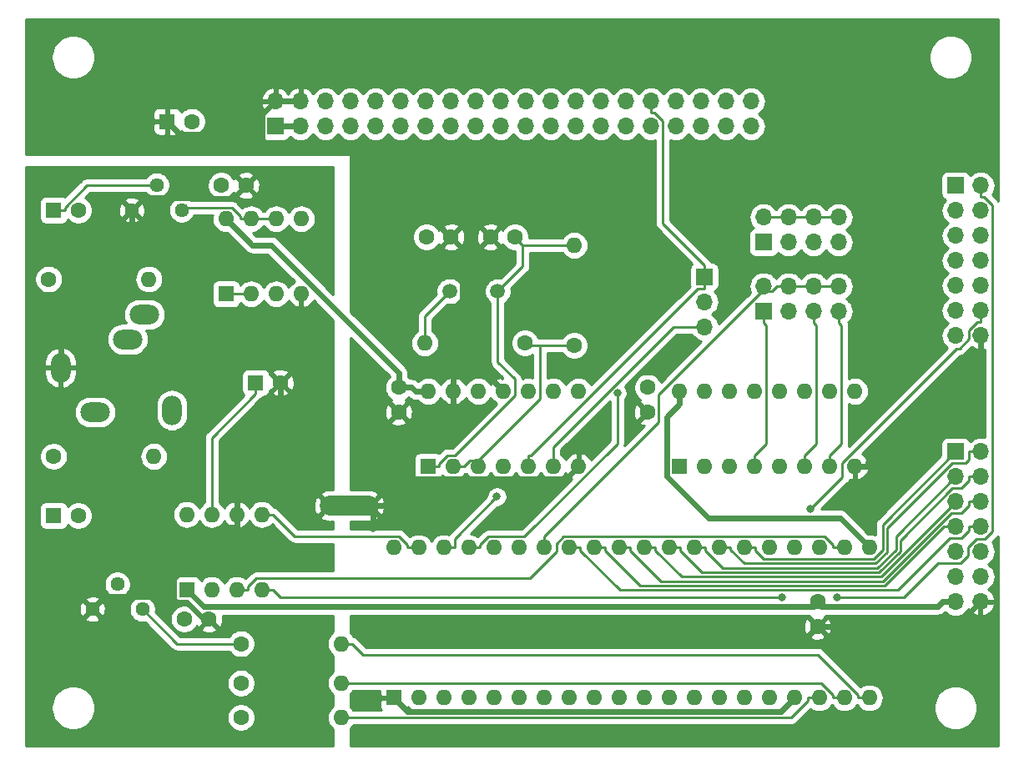
<source format=gtl>
G04 #@! TF.GenerationSoftware,KiCad,Pcbnew,(5.1.4-0-10_14)*
G04 #@! TF.CreationDate,2021-03-25T20:08:59+09:00*
G04 #@! TF.ProjectId,KZ80-YM2203,4b5a3830-2d59-44d3-9232-30332e6b6963,rev?*
G04 #@! TF.SameCoordinates,Original*
G04 #@! TF.FileFunction,Copper,L1,Top*
G04 #@! TF.FilePolarity,Positive*
%FSLAX46Y46*%
G04 Gerber Fmt 4.6, Leading zero omitted, Abs format (unit mm)*
G04 Created by KiCad (PCBNEW (5.1.4-0-10_14)) date 2021-03-25 20:08:59*
%MOMM*%
%LPD*%
G04 APERTURE LIST*
%ADD10C,0.100000*%
%ADD11O,1.700000X1.700000*%
%ADD12R,1.700000X1.700000*%
%ADD13C,1.500000*%
%ADD14O,1.600000X1.600000*%
%ADD15R,1.600000X1.600000*%
%ADD16C,1.440000*%
%ADD17C,1.600000*%
%ADD18C,2.000000*%
%ADD19O,3.000000X2.000000*%
%ADD20O,2.000000X3.000000*%
%ADD21C,0.800000*%
%ADD22C,0.600000*%
%ADD23C,0.250000*%
%ADD24C,0.254000*%
G04 APERTURE END LIST*
D10*
G36*
X118000000Y-113000000D02*
G01*
X122000000Y-113000000D01*
X122000000Y-115000000D01*
X118000000Y-115000000D01*
X118000000Y-113000000D01*
G37*
D11*
X156020000Y-95850000D03*
X156020000Y-93310000D03*
D12*
X156020000Y-90770000D03*
D11*
X184040000Y-123740000D03*
X181500000Y-123740000D03*
X184040000Y-121200000D03*
X181500000Y-121200000D03*
X184040000Y-118660000D03*
X181500000Y-118660000D03*
X184040000Y-116120000D03*
X181500000Y-116120000D03*
X184040000Y-113580000D03*
X181500000Y-113580000D03*
X184040000Y-111040000D03*
X181500000Y-111040000D03*
X184040000Y-108500000D03*
D12*
X181500000Y-108500000D03*
D11*
X184040000Y-96740000D03*
X181500000Y-96740000D03*
X184040000Y-94200000D03*
X181500000Y-94200000D03*
X184040000Y-91660000D03*
X181500000Y-91660000D03*
X184040000Y-89120000D03*
X181500000Y-89120000D03*
X184040000Y-86580000D03*
X181500000Y-86580000D03*
X184040000Y-84040000D03*
X181500000Y-84040000D03*
X184040000Y-81500000D03*
D12*
X181500000Y-81500000D03*
D11*
X169640000Y-84730000D03*
X169640000Y-87270000D03*
X167100000Y-84730000D03*
X167100000Y-87270000D03*
X164560000Y-84730000D03*
X164560000Y-87270000D03*
X162020000Y-84730000D03*
D12*
X162020000Y-87270000D03*
D11*
X169640000Y-91730000D03*
X169640000Y-94270000D03*
X167100000Y-91730000D03*
X167100000Y-94270000D03*
X164560000Y-91730000D03*
X164560000Y-94270000D03*
X162020000Y-91730000D03*
D12*
X162020000Y-94270000D03*
D13*
X130180000Y-92230000D03*
X135060000Y-92230000D03*
D14*
X103500000Y-114880000D03*
X111120000Y-122500000D03*
X106040000Y-114880000D03*
X108580000Y-122500000D03*
X108580000Y-114880000D03*
X106040000Y-122500000D03*
X111120000Y-114880000D03*
D15*
X103500000Y-122500000D03*
D14*
X124500000Y-118260000D03*
X172760000Y-133500000D03*
X127040000Y-118260000D03*
X170220000Y-133500000D03*
X129580000Y-118260000D03*
X167680000Y-133500000D03*
X132120000Y-118260000D03*
X165140000Y-133500000D03*
X134660000Y-118260000D03*
X162600000Y-133500000D03*
X137200000Y-118260000D03*
X160060000Y-133500000D03*
X139740000Y-118260000D03*
X157520000Y-133500000D03*
X142280000Y-118260000D03*
X154980000Y-133500000D03*
X144820000Y-118260000D03*
X152440000Y-133500000D03*
X147360000Y-118260000D03*
X149900000Y-133500000D03*
X149900000Y-118260000D03*
X147360000Y-133500000D03*
X152440000Y-118260000D03*
X144820000Y-133500000D03*
X154980000Y-118260000D03*
X142280000Y-133500000D03*
X157520000Y-118260000D03*
X139740000Y-133500000D03*
X160060000Y-118260000D03*
X137200000Y-133500000D03*
X162600000Y-118260000D03*
X134660000Y-133500000D03*
X165140000Y-118260000D03*
X132120000Y-133500000D03*
X167680000Y-118260000D03*
X129580000Y-133500000D03*
X170220000Y-118260000D03*
X127040000Y-133500000D03*
X172760000Y-118260000D03*
D15*
X124500000Y-133500000D03*
D14*
X128000000Y-102380000D03*
X143240000Y-110000000D03*
X130540000Y-102380000D03*
X140700000Y-110000000D03*
X133080000Y-102380000D03*
X138160000Y-110000000D03*
X135620000Y-102380000D03*
X135620000Y-110000000D03*
X138160000Y-102380000D03*
X133080000Y-110000000D03*
X140700000Y-102380000D03*
X130540000Y-110000000D03*
X143240000Y-102380000D03*
D15*
X128000000Y-110000000D03*
D14*
X153500000Y-102380000D03*
X171280000Y-110000000D03*
X156040000Y-102380000D03*
X168740000Y-110000000D03*
X158580000Y-102380000D03*
X166200000Y-110000000D03*
X161120000Y-102380000D03*
X163660000Y-110000000D03*
X163660000Y-102380000D03*
X161120000Y-110000000D03*
X166200000Y-102380000D03*
X158580000Y-110000000D03*
X168740000Y-102380000D03*
X156040000Y-110000000D03*
X171280000Y-102380000D03*
D15*
X153500000Y-110000000D03*
D14*
X107500000Y-84880000D03*
X115120000Y-92500000D03*
X110040000Y-84880000D03*
X112580000Y-92500000D03*
X112580000Y-84880000D03*
X110040000Y-92500000D03*
X115120000Y-84880000D03*
D15*
X107500000Y-92500000D03*
D16*
X103000000Y-84000000D03*
X100460000Y-81460000D03*
X97920000Y-84000000D03*
X99000000Y-124500000D03*
X96460000Y-121960000D03*
X93920000Y-124500000D03*
D14*
X99660000Y-91000000D03*
D17*
X89500000Y-91000000D03*
D14*
X100160000Y-109000000D03*
D17*
X90000000Y-109000000D03*
D14*
X119160000Y-135500000D03*
D17*
X109000000Y-135500000D03*
D14*
X119160000Y-132000000D03*
D17*
X109000000Y-132000000D03*
D14*
X119160000Y-128000000D03*
D17*
X109000000Y-128000000D03*
D14*
X127650000Y-97480000D03*
D17*
X137810000Y-97480000D03*
D14*
X142810000Y-87570000D03*
D17*
X142810000Y-97730000D03*
D18*
X122000000Y-114000000D03*
X118000000Y-114000000D03*
D19*
X94200000Y-104500000D03*
D20*
X102000000Y-104300000D03*
D19*
X97500000Y-97100000D03*
X99200000Y-94600000D03*
D20*
X90700000Y-100000000D03*
D11*
X160760000Y-72960000D03*
X160760000Y-75500000D03*
X158220000Y-72960000D03*
X158220000Y-75500000D03*
X155680000Y-72960000D03*
X155680000Y-75500000D03*
X153140000Y-72960000D03*
X153140000Y-75500000D03*
X150600000Y-72960000D03*
X150600000Y-75500000D03*
X148060000Y-72960000D03*
X148060000Y-75500000D03*
X145520000Y-72960000D03*
X145520000Y-75500000D03*
X142980000Y-72960000D03*
X142980000Y-75500000D03*
X140440000Y-72960000D03*
X140440000Y-75500000D03*
X137900000Y-72960000D03*
X137900000Y-75500000D03*
X135360000Y-72960000D03*
X135360000Y-75500000D03*
X132820000Y-72960000D03*
X132820000Y-75500000D03*
X130280000Y-72960000D03*
X130280000Y-75500000D03*
X127740000Y-72960000D03*
X127740000Y-75500000D03*
X125200000Y-72960000D03*
X125200000Y-75500000D03*
X122660000Y-72960000D03*
X122660000Y-75500000D03*
X120120000Y-72960000D03*
X120120000Y-75500000D03*
X117580000Y-72960000D03*
X117580000Y-75500000D03*
X115040000Y-72960000D03*
X115040000Y-75500000D03*
X112500000Y-72960000D03*
D12*
X112500000Y-75500000D03*
D17*
X104000000Y-75000000D03*
D15*
X101500000Y-75000000D03*
D17*
X92500000Y-84000000D03*
D15*
X90000000Y-84000000D03*
D17*
X113000000Y-101500000D03*
D15*
X110500000Y-101500000D03*
D17*
X92500000Y-115000000D03*
D15*
X90000000Y-115000000D03*
D17*
X103250000Y-125500000D03*
X105750000Y-125500000D03*
X167500000Y-123750000D03*
X167500000Y-126250000D03*
X130310000Y-86730000D03*
X127810000Y-86730000D03*
X134310000Y-86730000D03*
X136810000Y-86730000D03*
X125000000Y-102000000D03*
X125000000Y-104500000D03*
X150250000Y-102000000D03*
X150250000Y-104500000D03*
X107000000Y-81500000D03*
X109500000Y-81500000D03*
D21*
X122442900Y-116254900D03*
X147179100Y-102571600D03*
X166790000Y-114364200D03*
X169513700Y-123294100D03*
X134967900Y-113077200D03*
X163881800Y-123294100D03*
D22*
X103500000Y-122500000D02*
X105194400Y-124194400D01*
X105194400Y-124194400D02*
X167124700Y-124194400D01*
X167124700Y-124194400D02*
X167500000Y-123819100D01*
X153500000Y-102380000D02*
X153500000Y-103680300D01*
X172760000Y-118260000D02*
X169777200Y-115277200D01*
X169777200Y-115277200D02*
X156462700Y-115277200D01*
X156462700Y-115277200D02*
X152199700Y-111014200D01*
X152199700Y-111014200D02*
X152199700Y-104980600D01*
X152199700Y-104980600D02*
X153500000Y-103680300D01*
X167500000Y-123819100D02*
X167875300Y-124194400D01*
X167875300Y-124194400D02*
X179695300Y-124194400D01*
X179695300Y-124194400D02*
X180149700Y-123740000D01*
X167500000Y-123819100D02*
X167500000Y-123750000D01*
X181500000Y-123740000D02*
X180149700Y-123740000D01*
X125000000Y-102000000D02*
X125000000Y-100495200D01*
X125000000Y-100495200D02*
X112038300Y-87533500D01*
X112038300Y-87533500D02*
X110153500Y-87533500D01*
X110153500Y-87533500D02*
X107500000Y-84880000D01*
X125000000Y-102000000D02*
X126319700Y-102000000D01*
X126319700Y-102000000D02*
X126699700Y-102380000D01*
X115040000Y-75500000D02*
X112500000Y-75500000D01*
X128000000Y-102380000D02*
X126699700Y-102380000D01*
X97920000Y-84000000D02*
X97920000Y-90779700D01*
X97920000Y-90779700D02*
X90700000Y-97999700D01*
X109500000Y-81500000D02*
X108175600Y-82824400D01*
X108175600Y-82824400D02*
X105390900Y-82824400D01*
X105390900Y-82824400D02*
X105318900Y-82752400D01*
X105318900Y-82752400D02*
X99167600Y-82752400D01*
X99167600Y-82752400D02*
X97920000Y-84000000D01*
X90700000Y-100000000D02*
X90700000Y-97999700D01*
X113079900Y-109079800D02*
X118000000Y-114000000D01*
X113000000Y-101500000D02*
X113000000Y-109000000D01*
X113000000Y-109000000D02*
X113079900Y-109079800D01*
X113079900Y-109079800D02*
X108580000Y-113579700D01*
X108580000Y-114880000D02*
X108580000Y-113579700D01*
X102145200Y-123244400D02*
X102145200Y-123452800D01*
X102145200Y-123452800D02*
X102492800Y-123800400D01*
X102492800Y-123800400D02*
X103529000Y-123800400D01*
X103529000Y-123800400D02*
X105228600Y-125500000D01*
X105228600Y-125500000D02*
X105750000Y-125500000D01*
X108580000Y-116180300D02*
X107442200Y-116180300D01*
X107442200Y-116180300D02*
X102145200Y-121477300D01*
X102145200Y-121477300D02*
X102145200Y-123244400D01*
X93920000Y-124500000D02*
X95175600Y-123244400D01*
X95175600Y-123244400D02*
X102145200Y-123244400D01*
X108580000Y-114880000D02*
X108580000Y-116180300D01*
X171280000Y-110000000D02*
X172580300Y-110000000D01*
X184040000Y-96740000D02*
X184040000Y-98090300D01*
X172580300Y-110000000D02*
X172580300Y-109550000D01*
X172580300Y-109550000D02*
X184040000Y-98090300D01*
X126103700Y-105603700D02*
X125000000Y-104500000D01*
X126103700Y-111308500D02*
X126103700Y-105603700D01*
X126103700Y-105603700D02*
X128616600Y-105603700D01*
X128616600Y-105603700D02*
X130540000Y-103680300D01*
X130540000Y-102380000D02*
X130540000Y-103680300D01*
X126103700Y-111308500D02*
X123412200Y-114000000D01*
X123412200Y-114000000D02*
X122442900Y-114000000D01*
X143240000Y-110000000D02*
X141931500Y-111308500D01*
X141931500Y-111308500D02*
X126103700Y-111308500D01*
X122442900Y-114000000D02*
X122442900Y-116254900D01*
X122000000Y-114000000D02*
X122442900Y-114000000D01*
X131478600Y-100141100D02*
X130540000Y-101079700D01*
X131478600Y-87898600D02*
X131478600Y-100141100D01*
X131478600Y-100141100D02*
X133381100Y-100141100D01*
X133381100Y-100141100D02*
X135620000Y-102380000D01*
X130540000Y-102380000D02*
X130540000Y-101079700D01*
X131478600Y-87898600D02*
X130310000Y-86730000D01*
X131478600Y-87898600D02*
X133141400Y-87898600D01*
X133141400Y-87898600D02*
X134310000Y-86730000D01*
X112500000Y-72960000D02*
X113689700Y-72960000D01*
X111149600Y-76311600D02*
X111149600Y-74310400D01*
X111149600Y-74310400D02*
X112500000Y-72960000D01*
X115040000Y-72960000D02*
X113689700Y-72960000D01*
X101500000Y-75000000D02*
X102811600Y-76311600D01*
X102811600Y-76311600D02*
X111149600Y-76311600D01*
X167500000Y-126250000D02*
X181530000Y-126250000D01*
X181530000Y-126250000D02*
X184040000Y-123740000D01*
X124500000Y-133500000D02*
X125874600Y-134874600D01*
X125874600Y-134874600D02*
X163765400Y-134874600D01*
X163765400Y-134874600D02*
X165140000Y-133500000D01*
X111149600Y-76598900D02*
X111149600Y-76311600D01*
X111000000Y-77500000D02*
X111149600Y-76598900D01*
X120500000Y-77500000D02*
X111000000Y-77500000D01*
X130310000Y-86730000D02*
X120500000Y-77500000D01*
D23*
X128000000Y-110000000D02*
X129125300Y-110000000D01*
X129125300Y-110000000D02*
X129125300Y-109718600D01*
X129125300Y-109718600D02*
X129969200Y-108874700D01*
X129969200Y-108874700D02*
X130722800Y-108874700D01*
X130722800Y-108874700D02*
X136781500Y-102816000D01*
X136781500Y-102816000D02*
X136781500Y-101146100D01*
X136781500Y-101146100D02*
X135060000Y-99424600D01*
X135060000Y-99424600D02*
X135060000Y-92230000D01*
X137573300Y-87570000D02*
X141684700Y-87570000D01*
X136810000Y-86730000D02*
X136810000Y-86806700D01*
X136810000Y-86806700D02*
X137573300Y-87570000D01*
X137573300Y-87570000D02*
X137573300Y-89716700D01*
X137573300Y-89716700D02*
X135060000Y-92230000D01*
X142810000Y-87570000D02*
X141684700Y-87570000D01*
X130180000Y-92230000D02*
X127650000Y-94760000D01*
X127650000Y-94760000D02*
X127650000Y-97480000D01*
X110500000Y-101500000D02*
X110500000Y-102625300D01*
X110500000Y-102625300D02*
X106040000Y-107085300D01*
X106040000Y-107085300D02*
X106040000Y-114880000D01*
X90000000Y-84000000D02*
X91125300Y-84000000D01*
X91125300Y-84000000D02*
X91125300Y-83718700D01*
X91125300Y-83718700D02*
X93384000Y-81460000D01*
X93384000Y-81460000D02*
X100460000Y-81460000D01*
X156020000Y-90770000D02*
X156020000Y-91945300D01*
X138160000Y-110000000D02*
X138160000Y-108874700D01*
X138160000Y-108874700D02*
X138441300Y-108874700D01*
X138441300Y-108874700D02*
X155370700Y-91945300D01*
X155370700Y-91945300D02*
X156020000Y-91945300D01*
X156020000Y-90770000D02*
X156020000Y-89594700D01*
X150600000Y-72960000D02*
X150600000Y-74135300D01*
X150600000Y-74135300D02*
X150967400Y-74135300D01*
X150967400Y-74135300D02*
X151775300Y-74943200D01*
X151775300Y-74943200D02*
X151775300Y-85350000D01*
X151775300Y-85350000D02*
X156020000Y-89594700D01*
X147179100Y-102571600D02*
X147179100Y-107721100D01*
X147179100Y-107721100D02*
X137765500Y-117134700D01*
X137765500Y-117134700D02*
X134089200Y-117134700D01*
X134089200Y-117134700D02*
X133245300Y-117978600D01*
X133245300Y-117978600D02*
X133245300Y-118260000D01*
X132120000Y-118260000D02*
X133245300Y-118260000D01*
X167100000Y-94270000D02*
X167100000Y-95445300D01*
X166200000Y-110000000D02*
X166200000Y-108874700D01*
X166200000Y-108874700D02*
X167377500Y-107697200D01*
X167377500Y-107697200D02*
X167377500Y-95722800D01*
X167377500Y-95722800D02*
X167100000Y-95445300D01*
X139740000Y-118260000D02*
X139740000Y-117134700D01*
X139740000Y-117134700D02*
X151375400Y-105499300D01*
X151375400Y-105499300D02*
X151375400Y-102725300D01*
X151375400Y-102725300D02*
X161848300Y-92252400D01*
X161848300Y-92252400D02*
X162020000Y-92252400D01*
X164560000Y-91730000D02*
X163384700Y-91730000D01*
X162020000Y-92252400D02*
X162862300Y-92252400D01*
X162862300Y-92252400D02*
X163384700Y-91730000D01*
X162020000Y-91730000D02*
X162020000Y-92252400D01*
X167100000Y-91730000D02*
X169640000Y-91730000D01*
X164560000Y-91730000D02*
X167100000Y-91730000D01*
X162020000Y-94270000D02*
X162020000Y-95445300D01*
X161120000Y-110000000D02*
X161120000Y-108874700D01*
X161120000Y-108874700D02*
X162297500Y-107697200D01*
X162297500Y-107697200D02*
X162297500Y-95722800D01*
X162297500Y-95722800D02*
X162020000Y-95445300D01*
X167100000Y-84730000D02*
X169640000Y-84730000D01*
X164560000Y-84730000D02*
X167100000Y-84730000D01*
X162020000Y-84730000D02*
X164560000Y-84730000D01*
X184040000Y-94200000D02*
X184040000Y-95375300D01*
X166790000Y-114364200D02*
X170010000Y-111144200D01*
X170010000Y-111144200D02*
X170010000Y-109644900D01*
X170010000Y-109644900D02*
X181625500Y-98029400D01*
X181625500Y-98029400D02*
X181911700Y-98029400D01*
X181911700Y-98029400D02*
X182864700Y-97076400D01*
X182864700Y-97076400D02*
X182864700Y-96183200D01*
X182864700Y-96183200D02*
X183672600Y-95375300D01*
X183672600Y-95375300D02*
X184040000Y-95375300D01*
X169513700Y-123294100D02*
X176243300Y-123294100D01*
X176243300Y-123294100D02*
X179702000Y-119835400D01*
X179702000Y-119835400D02*
X182025600Y-119835400D01*
X182025600Y-119835400D02*
X182803400Y-119057600D01*
X182803400Y-119057600D02*
X182803400Y-118212400D01*
X182803400Y-118212400D02*
X183625800Y-117390000D01*
X183625800Y-117390000D02*
X184487600Y-117390000D01*
X184487600Y-117390000D02*
X185229200Y-116648400D01*
X185229200Y-116648400D02*
X185229200Y-83497100D01*
X185229200Y-83497100D02*
X184407400Y-82675300D01*
X184407400Y-82675300D02*
X184040000Y-82675300D01*
X184040000Y-81500000D02*
X184040000Y-82675300D01*
X143405300Y-118260000D02*
X143405300Y-118541300D01*
X143405300Y-118541300D02*
X147432700Y-122568700D01*
X147432700Y-122568700D02*
X175632500Y-122568700D01*
X175632500Y-122568700D02*
X180905900Y-117295300D01*
X180905900Y-117295300D02*
X182056800Y-117295300D01*
X182056800Y-117295300D02*
X182864700Y-116487400D01*
X182864700Y-116487400D02*
X182864700Y-116120000D01*
X184040000Y-116120000D02*
X182864700Y-116120000D01*
X142280000Y-118260000D02*
X143405300Y-118260000D01*
X145945300Y-118260000D02*
X145945300Y-118541300D01*
X145945300Y-118541300D02*
X149522400Y-122118400D01*
X149522400Y-122118400D02*
X174326300Y-122118400D01*
X174326300Y-122118400D02*
X180324700Y-116120000D01*
X144820000Y-118260000D02*
X145945300Y-118260000D01*
X181500000Y-116120000D02*
X180324700Y-116120000D01*
X147360000Y-118260000D02*
X148485300Y-118260000D01*
X148485300Y-118260000D02*
X148485300Y-118541300D01*
X148485300Y-118541300D02*
X151612100Y-121668100D01*
X151612100Y-121668100D02*
X174127900Y-121668100D01*
X174127900Y-121668100D02*
X181040700Y-114755300D01*
X181040700Y-114755300D02*
X182056800Y-114755300D01*
X182056800Y-114755300D02*
X182864700Y-113947400D01*
X182864700Y-113947400D02*
X182864700Y-113580000D01*
X184040000Y-113580000D02*
X182864700Y-113580000D01*
X149900000Y-118260000D02*
X151025300Y-118260000D01*
X151025300Y-118260000D02*
X151025300Y-118541400D01*
X151025300Y-118541400D02*
X153701700Y-121217800D01*
X153701700Y-121217800D02*
X173941300Y-121217800D01*
X173941300Y-121217800D02*
X181500000Y-113659100D01*
X181500000Y-113659100D02*
X181500000Y-113580000D01*
X153565300Y-118260000D02*
X153565300Y-118541400D01*
X153565300Y-118541400D02*
X155791400Y-120767500D01*
X155791400Y-120767500D02*
X173754700Y-120767500D01*
X173754700Y-120767500D02*
X175905700Y-118616500D01*
X175905700Y-118616500D02*
X175905700Y-117501900D01*
X175905700Y-117501900D02*
X181192300Y-112215300D01*
X181192300Y-112215300D02*
X182056800Y-112215300D01*
X182056800Y-112215300D02*
X182864700Y-111407400D01*
X182864700Y-111407400D02*
X182864700Y-111040000D01*
X184040000Y-111040000D02*
X182864700Y-111040000D01*
X152440000Y-118260000D02*
X153565300Y-118260000D01*
X156105300Y-118260000D02*
X156105300Y-118541300D01*
X156105300Y-118541300D02*
X157881200Y-120317200D01*
X157881200Y-120317200D02*
X173568100Y-120317200D01*
X173568100Y-120317200D02*
X175455400Y-118429900D01*
X175455400Y-118429900D02*
X175455400Y-117084600D01*
X175455400Y-117084600D02*
X181500000Y-111040000D01*
X154980000Y-118260000D02*
X156105300Y-118260000D01*
X158645300Y-118260000D02*
X158645300Y-118442000D01*
X158645300Y-118442000D02*
X160070200Y-119866900D01*
X160070200Y-119866900D02*
X173381500Y-119866900D01*
X173381500Y-119866900D02*
X174554800Y-118693600D01*
X174554800Y-118693600D02*
X174554800Y-116264200D01*
X174554800Y-116264200D02*
X181143700Y-109675300D01*
X181143700Y-109675300D02*
X182497500Y-109675300D01*
X182497500Y-109675300D02*
X182864700Y-109308100D01*
X182864700Y-109308100D02*
X182864700Y-108500000D01*
X184040000Y-108500000D02*
X182864700Y-108500000D01*
X157520000Y-118260000D02*
X158645300Y-118260000D01*
X160060000Y-118260000D02*
X161185300Y-118260000D01*
X161185300Y-118260000D02*
X161185300Y-118541300D01*
X161185300Y-118541300D02*
X162044900Y-119400900D01*
X162044900Y-119400900D02*
X173210600Y-119400900D01*
X173210600Y-119400900D02*
X174104400Y-118507100D01*
X174104400Y-118507100D02*
X174104400Y-115895600D01*
X174104400Y-115895600D02*
X181500000Y-108500000D01*
X156020000Y-95850000D02*
X152875000Y-95850000D01*
X152875000Y-95850000D02*
X140700000Y-108025000D01*
X140700000Y-108025000D02*
X140700000Y-108874700D01*
X140700000Y-110000000D02*
X140700000Y-108874700D01*
X139344400Y-97730000D02*
X138060000Y-97730000D01*
X138060000Y-97730000D02*
X137810000Y-97480000D01*
X142810000Y-97730000D02*
X139344400Y-97730000D01*
X139344400Y-97730000D02*
X139344400Y-103172900D01*
X139344400Y-103172900D02*
X133080000Y-109437300D01*
X130540000Y-110000000D02*
X131665300Y-110000000D01*
X133080000Y-109437300D02*
X132228000Y-109437300D01*
X132228000Y-109437300D02*
X131665300Y-110000000D01*
X133080000Y-110000000D02*
X133080000Y-109437300D01*
X172760000Y-133500000D02*
X171634700Y-133500000D01*
X119160000Y-128000000D02*
X120285300Y-128000000D01*
X120285300Y-128000000D02*
X121410600Y-129125300D01*
X121410600Y-129125300D02*
X167541300Y-129125300D01*
X167541300Y-129125300D02*
X171634700Y-133218700D01*
X171634700Y-133218700D02*
X171634700Y-133500000D01*
X109000000Y-128000000D02*
X102500000Y-128000000D01*
X102500000Y-128000000D02*
X99000000Y-124500000D01*
X120285300Y-132000000D02*
X167876000Y-132000000D01*
X167876000Y-132000000D02*
X169094700Y-133218700D01*
X169094700Y-133218700D02*
X169094700Y-133500000D01*
X119160000Y-132000000D02*
X120285300Y-132000000D01*
X170220000Y-133500000D02*
X169094700Y-133500000D01*
X167680000Y-133500000D02*
X166554700Y-133500000D01*
X119160000Y-135500000D02*
X164836000Y-135500000D01*
X164836000Y-135500000D02*
X166554700Y-133781300D01*
X166554700Y-133781300D02*
X166554700Y-133500000D01*
X112580000Y-84880000D02*
X110040000Y-84880000D01*
X110040000Y-84880000D02*
X108914700Y-84880000D01*
X103000000Y-84000000D02*
X103245300Y-83754700D01*
X103245300Y-83754700D02*
X108070800Y-83754700D01*
X108070800Y-83754700D02*
X108914700Y-84598600D01*
X108914700Y-84598600D02*
X108914700Y-84880000D01*
X107500000Y-92500000D02*
X110040000Y-92500000D01*
X134967900Y-113077200D02*
X130705300Y-117339800D01*
X130705300Y-117339800D02*
X130705300Y-118260000D01*
X129580000Y-118260000D02*
X130705300Y-118260000D01*
X111120000Y-114880000D02*
X112245300Y-114880000D01*
X127040000Y-118260000D02*
X125914700Y-118260000D01*
X125914700Y-118260000D02*
X125914700Y-117978700D01*
X125914700Y-117978700D02*
X125018500Y-117082500D01*
X125018500Y-117082500D02*
X114447800Y-117082500D01*
X114447800Y-117082500D02*
X112245300Y-114880000D01*
X112245300Y-122500000D02*
X113039400Y-123294100D01*
X113039400Y-123294100D02*
X163881800Y-123294100D01*
X111120000Y-122500000D02*
X112245300Y-122500000D01*
X108580000Y-122500000D02*
X109705300Y-122500000D01*
X170220000Y-118260000D02*
X169094700Y-118260000D01*
X169094700Y-118260000D02*
X169094700Y-117978700D01*
X169094700Y-117978700D02*
X168242800Y-117126800D01*
X168242800Y-117126800D02*
X141747400Y-117126800D01*
X141747400Y-117126800D02*
X141010000Y-117864200D01*
X141010000Y-117864200D02*
X141010000Y-118650100D01*
X141010000Y-118650100D02*
X138285400Y-121374700D01*
X138285400Y-121374700D02*
X110549200Y-121374700D01*
X110549200Y-121374700D02*
X109705300Y-122218600D01*
X109705300Y-122218600D02*
X109705300Y-122500000D01*
X169640000Y-94270000D02*
X169640000Y-95445300D01*
X168740000Y-110000000D02*
X168740000Y-108874700D01*
X168740000Y-108874700D02*
X169917500Y-107697200D01*
X169917500Y-107697200D02*
X169917500Y-95722800D01*
X169917500Y-95722800D02*
X169640000Y-95445300D01*
D24*
G36*
X118373000Y-92545911D02*
G01*
X112731930Y-86904841D01*
X112702644Y-86869156D01*
X112560272Y-86752314D01*
X112397840Y-86665493D01*
X112221592Y-86612029D01*
X112084232Y-86598500D01*
X112038300Y-86593976D01*
X111992368Y-86598500D01*
X110540789Y-86598500D01*
X110244127Y-86301838D01*
X110321309Y-86294236D01*
X110591808Y-86212182D01*
X110841101Y-86078932D01*
X111059608Y-85899608D01*
X111238932Y-85681101D01*
X111260901Y-85640000D01*
X111359099Y-85640000D01*
X111381068Y-85681101D01*
X111560392Y-85899608D01*
X111778899Y-86078932D01*
X112028192Y-86212182D01*
X112298691Y-86294236D01*
X112509508Y-86315000D01*
X112650492Y-86315000D01*
X112861309Y-86294236D01*
X113131808Y-86212182D01*
X113381101Y-86078932D01*
X113599608Y-85899608D01*
X113778932Y-85681101D01*
X113850000Y-85548142D01*
X113921068Y-85681101D01*
X114100392Y-85899608D01*
X114318899Y-86078932D01*
X114568192Y-86212182D01*
X114838691Y-86294236D01*
X115049508Y-86315000D01*
X115190492Y-86315000D01*
X115401309Y-86294236D01*
X115671808Y-86212182D01*
X115921101Y-86078932D01*
X116139608Y-85899608D01*
X116318932Y-85681101D01*
X116452182Y-85431808D01*
X116534236Y-85161309D01*
X116561943Y-84880000D01*
X116534236Y-84598691D01*
X116452182Y-84328192D01*
X116318932Y-84078899D01*
X116139608Y-83860392D01*
X115921101Y-83681068D01*
X115671808Y-83547818D01*
X115401309Y-83465764D01*
X115190492Y-83445000D01*
X115049508Y-83445000D01*
X114838691Y-83465764D01*
X114568192Y-83547818D01*
X114318899Y-83681068D01*
X114100392Y-83860392D01*
X113921068Y-84078899D01*
X113850000Y-84211858D01*
X113778932Y-84078899D01*
X113599608Y-83860392D01*
X113381101Y-83681068D01*
X113131808Y-83547818D01*
X112861309Y-83465764D01*
X112650492Y-83445000D01*
X112509508Y-83445000D01*
X112298691Y-83465764D01*
X112028192Y-83547818D01*
X111778899Y-83681068D01*
X111560392Y-83860392D01*
X111381068Y-84078899D01*
X111359099Y-84120000D01*
X111260901Y-84120000D01*
X111238932Y-84078899D01*
X111059608Y-83860392D01*
X110841101Y-83681068D01*
X110591808Y-83547818D01*
X110321309Y-83465764D01*
X110110492Y-83445000D01*
X109969508Y-83445000D01*
X109758691Y-83465764D01*
X109488192Y-83547818D01*
X109238899Y-83681068D01*
X109147214Y-83756312D01*
X108634603Y-83243702D01*
X108610801Y-83214699D01*
X108495076Y-83119726D01*
X108363047Y-83049154D01*
X108219786Y-83005697D01*
X108108133Y-82994700D01*
X108108122Y-82994700D01*
X108070800Y-82991024D01*
X108033478Y-82994700D01*
X103910959Y-82994700D01*
X103863762Y-82947503D01*
X103641833Y-82799215D01*
X103395239Y-82697072D01*
X103133456Y-82645000D01*
X102866544Y-82645000D01*
X102604761Y-82697072D01*
X102358167Y-82799215D01*
X102136238Y-82947503D01*
X101947503Y-83136238D01*
X101799215Y-83358167D01*
X101697072Y-83604761D01*
X101645000Y-83866544D01*
X101645000Y-84133456D01*
X101697072Y-84395239D01*
X101799215Y-84641833D01*
X101947503Y-84863762D01*
X102136238Y-85052497D01*
X102358167Y-85200785D01*
X102604761Y-85302928D01*
X102866544Y-85355000D01*
X103133456Y-85355000D01*
X103395239Y-85302928D01*
X103641833Y-85200785D01*
X103863762Y-85052497D01*
X104052497Y-84863762D01*
X104200785Y-84641833D01*
X104253445Y-84514700D01*
X106111242Y-84514700D01*
X106085764Y-84598691D01*
X106058057Y-84880000D01*
X106085764Y-85161309D01*
X106167818Y-85431808D01*
X106301068Y-85681101D01*
X106480392Y-85899608D01*
X106698899Y-86078932D01*
X106948192Y-86212182D01*
X107218691Y-86294236D01*
X107429508Y-86315000D01*
X107570492Y-86315000D01*
X107608926Y-86311215D01*
X109459870Y-88162159D01*
X109489156Y-88197844D01*
X109631528Y-88314686D01*
X109737380Y-88371265D01*
X109793959Y-88401507D01*
X109970208Y-88454972D01*
X110153500Y-88473024D01*
X110199435Y-88468500D01*
X111651011Y-88468500D01*
X114429363Y-91246852D01*
X114382580Y-91268963D01*
X114156586Y-91436481D01*
X113967615Y-91644869D01*
X113852579Y-91836682D01*
X113778932Y-91698899D01*
X113599608Y-91480392D01*
X113381101Y-91301068D01*
X113131808Y-91167818D01*
X112861309Y-91085764D01*
X112650492Y-91065000D01*
X112509508Y-91065000D01*
X112298691Y-91085764D01*
X112028192Y-91167818D01*
X111778899Y-91301068D01*
X111560392Y-91480392D01*
X111381068Y-91698899D01*
X111310000Y-91831858D01*
X111238932Y-91698899D01*
X111059608Y-91480392D01*
X110841101Y-91301068D01*
X110591808Y-91167818D01*
X110321309Y-91085764D01*
X110110492Y-91065000D01*
X109969508Y-91065000D01*
X109758691Y-91085764D01*
X109488192Y-91167818D01*
X109238899Y-91301068D01*
X109020392Y-91480392D01*
X108927581Y-91593482D01*
X108925812Y-91575518D01*
X108889502Y-91455820D01*
X108830537Y-91345506D01*
X108751185Y-91248815D01*
X108654494Y-91169463D01*
X108544180Y-91110498D01*
X108424482Y-91074188D01*
X108300000Y-91061928D01*
X106700000Y-91061928D01*
X106575518Y-91074188D01*
X106455820Y-91110498D01*
X106345506Y-91169463D01*
X106248815Y-91248815D01*
X106169463Y-91345506D01*
X106110498Y-91455820D01*
X106074188Y-91575518D01*
X106061928Y-91700000D01*
X106061928Y-93300000D01*
X106074188Y-93424482D01*
X106110498Y-93544180D01*
X106169463Y-93654494D01*
X106248815Y-93751185D01*
X106345506Y-93830537D01*
X106455820Y-93889502D01*
X106575518Y-93925812D01*
X106700000Y-93938072D01*
X108300000Y-93938072D01*
X108424482Y-93925812D01*
X108544180Y-93889502D01*
X108654494Y-93830537D01*
X108751185Y-93751185D01*
X108830537Y-93654494D01*
X108889502Y-93544180D01*
X108925812Y-93424482D01*
X108927581Y-93406518D01*
X109020392Y-93519608D01*
X109238899Y-93698932D01*
X109488192Y-93832182D01*
X109758691Y-93914236D01*
X109969508Y-93935000D01*
X110110492Y-93935000D01*
X110321309Y-93914236D01*
X110591808Y-93832182D01*
X110841101Y-93698932D01*
X111059608Y-93519608D01*
X111238932Y-93301101D01*
X111310000Y-93168142D01*
X111381068Y-93301101D01*
X111560392Y-93519608D01*
X111778899Y-93698932D01*
X112028192Y-93832182D01*
X112298691Y-93914236D01*
X112509508Y-93935000D01*
X112650492Y-93935000D01*
X112861309Y-93914236D01*
X113131808Y-93832182D01*
X113381101Y-93698932D01*
X113599608Y-93519608D01*
X113778932Y-93301101D01*
X113852579Y-93163318D01*
X113967615Y-93355131D01*
X114156586Y-93563519D01*
X114382580Y-93731037D01*
X114636913Y-93851246D01*
X114770961Y-93891904D01*
X114993000Y-93769915D01*
X114993000Y-92627000D01*
X114973000Y-92627000D01*
X114973000Y-92373000D01*
X114993000Y-92373000D01*
X114993000Y-92353000D01*
X115247000Y-92353000D01*
X115247000Y-92373000D01*
X115267000Y-92373000D01*
X115267000Y-92627000D01*
X115247000Y-92627000D01*
X115247000Y-93769915D01*
X115469039Y-93891904D01*
X115603087Y-93851246D01*
X115857420Y-93731037D01*
X116083414Y-93563519D01*
X116272385Y-93355131D01*
X116371828Y-93189317D01*
X118373000Y-95190489D01*
X118373000Y-112365000D01*
X118049112Y-112365000D01*
X117937405Y-112358282D01*
X117618325Y-112402039D01*
X117313912Y-112507205D01*
X117139956Y-112600186D01*
X117044192Y-112864587D01*
X117365000Y-113185395D01*
X117365000Y-113544605D01*
X116864587Y-113044192D01*
X116600186Y-113139956D01*
X116459296Y-113429571D01*
X116377616Y-113741108D01*
X116358282Y-114062595D01*
X116402039Y-114381675D01*
X116507205Y-114686088D01*
X116600186Y-114860044D01*
X116864587Y-114955808D01*
X117365000Y-114455395D01*
X117365000Y-114814605D01*
X117044192Y-115135413D01*
X117139956Y-115399814D01*
X117429571Y-115540704D01*
X117741108Y-115622384D01*
X118062595Y-115641718D01*
X118111583Y-115635000D01*
X118373000Y-115635000D01*
X118373000Y-116322500D01*
X114762602Y-116322500D01*
X112809104Y-114369003D01*
X112785301Y-114339999D01*
X112669576Y-114245026D01*
X112537547Y-114174454D01*
X112394286Y-114130997D01*
X112344139Y-114126058D01*
X112318932Y-114078899D01*
X112139608Y-113860392D01*
X111921101Y-113681068D01*
X111671808Y-113547818D01*
X111401309Y-113465764D01*
X111190492Y-113445000D01*
X111049508Y-113445000D01*
X110838691Y-113465764D01*
X110568192Y-113547818D01*
X110318899Y-113681068D01*
X110100392Y-113860392D01*
X109921068Y-114078899D01*
X109847421Y-114216682D01*
X109732385Y-114024869D01*
X109543414Y-113816481D01*
X109317420Y-113648963D01*
X109063087Y-113528754D01*
X108929039Y-113488096D01*
X108707000Y-113610085D01*
X108707000Y-114753000D01*
X108727000Y-114753000D01*
X108727000Y-115007000D01*
X108707000Y-115007000D01*
X108707000Y-116149915D01*
X108929039Y-116271904D01*
X109063087Y-116231246D01*
X109317420Y-116111037D01*
X109543414Y-115943519D01*
X109732385Y-115735131D01*
X109847421Y-115543318D01*
X109921068Y-115681101D01*
X110100392Y-115899608D01*
X110318899Y-116078932D01*
X110568192Y-116212182D01*
X110838691Y-116294236D01*
X111049508Y-116315000D01*
X111190492Y-116315000D01*
X111401309Y-116294236D01*
X111671808Y-116212182D01*
X111921101Y-116078932D01*
X112139608Y-115899608D01*
X112162371Y-115871872D01*
X113884001Y-117593503D01*
X113907799Y-117622501D01*
X114023524Y-117717474D01*
X114155553Y-117788046D01*
X114298814Y-117831503D01*
X114410467Y-117842500D01*
X114410476Y-117842500D01*
X114447799Y-117846176D01*
X114485122Y-117842500D01*
X118373000Y-117842500D01*
X118373000Y-120614700D01*
X110586523Y-120614700D01*
X110549200Y-120611024D01*
X110511877Y-120614700D01*
X110511867Y-120614700D01*
X110400214Y-120625697D01*
X110256953Y-120669154D01*
X110124924Y-120739726D01*
X110009199Y-120834699D01*
X109985401Y-120863697D01*
X109472786Y-121376312D01*
X109381101Y-121301068D01*
X109131808Y-121167818D01*
X108861309Y-121085764D01*
X108650492Y-121065000D01*
X108509508Y-121065000D01*
X108298691Y-121085764D01*
X108028192Y-121167818D01*
X107778899Y-121301068D01*
X107560392Y-121480392D01*
X107381068Y-121698899D01*
X107310000Y-121831858D01*
X107238932Y-121698899D01*
X107059608Y-121480392D01*
X106841101Y-121301068D01*
X106591808Y-121167818D01*
X106321309Y-121085764D01*
X106110492Y-121065000D01*
X105969508Y-121065000D01*
X105758691Y-121085764D01*
X105488192Y-121167818D01*
X105238899Y-121301068D01*
X105020392Y-121480392D01*
X104927581Y-121593482D01*
X104925812Y-121575518D01*
X104889502Y-121455820D01*
X104830537Y-121345506D01*
X104751185Y-121248815D01*
X104654494Y-121169463D01*
X104544180Y-121110498D01*
X104424482Y-121074188D01*
X104300000Y-121061928D01*
X102700000Y-121061928D01*
X102575518Y-121074188D01*
X102455820Y-121110498D01*
X102345506Y-121169463D01*
X102248815Y-121248815D01*
X102169463Y-121345506D01*
X102110498Y-121455820D01*
X102074188Y-121575518D01*
X102061928Y-121700000D01*
X102061928Y-123300000D01*
X102074188Y-123424482D01*
X102110498Y-123544180D01*
X102169463Y-123654494D01*
X102248815Y-123751185D01*
X102345506Y-123830537D01*
X102455820Y-123889502D01*
X102575518Y-123925812D01*
X102700000Y-123938072D01*
X103615783Y-123938072D01*
X103889274Y-124211564D01*
X103668574Y-124120147D01*
X103391335Y-124065000D01*
X103108665Y-124065000D01*
X102831426Y-124120147D01*
X102570273Y-124228320D01*
X102335241Y-124385363D01*
X102135363Y-124585241D01*
X101978320Y-124820273D01*
X101870147Y-125081426D01*
X101815000Y-125358665D01*
X101815000Y-125641335D01*
X101870147Y-125918574D01*
X101978320Y-126179727D01*
X102135363Y-126414759D01*
X102335241Y-126614637D01*
X102570273Y-126771680D01*
X102831426Y-126879853D01*
X103108665Y-126935000D01*
X103391335Y-126935000D01*
X103668574Y-126879853D01*
X103929727Y-126771680D01*
X104164759Y-126614637D01*
X104286694Y-126492702D01*
X104936903Y-126492702D01*
X105008486Y-126736671D01*
X105263996Y-126857571D01*
X105538184Y-126926300D01*
X105820512Y-126940217D01*
X106100130Y-126898787D01*
X106366292Y-126803603D01*
X106491514Y-126736671D01*
X106563097Y-126492702D01*
X105750000Y-125679605D01*
X104936903Y-126492702D01*
X104286694Y-126492702D01*
X104364637Y-126414759D01*
X104498692Y-126214131D01*
X104513329Y-126241514D01*
X104757298Y-126313097D01*
X105570395Y-125500000D01*
X105556253Y-125485858D01*
X105735858Y-125306253D01*
X105750000Y-125320395D01*
X105764143Y-125306253D01*
X105943748Y-125485858D01*
X105929605Y-125500000D01*
X106742702Y-126313097D01*
X106986671Y-126241514D01*
X107107571Y-125986004D01*
X107176300Y-125711816D01*
X107190217Y-125429488D01*
X107148787Y-125149870D01*
X107141467Y-125129400D01*
X118373000Y-125129400D01*
X118373000Y-126793531D01*
X118358899Y-126801068D01*
X118140392Y-126980392D01*
X117961068Y-127198899D01*
X117827818Y-127448192D01*
X117745764Y-127718691D01*
X117718057Y-128000000D01*
X117745764Y-128281309D01*
X117827818Y-128551808D01*
X117961068Y-128801101D01*
X118140392Y-129019608D01*
X118358899Y-129198932D01*
X118373000Y-129206469D01*
X118373000Y-130793531D01*
X118358899Y-130801068D01*
X118140392Y-130980392D01*
X117961068Y-131198899D01*
X117827818Y-131448192D01*
X117745764Y-131718691D01*
X117718057Y-132000000D01*
X117745764Y-132281309D01*
X117827818Y-132551808D01*
X117961068Y-132801101D01*
X118140392Y-133019608D01*
X118358899Y-133198932D01*
X118373000Y-133206469D01*
X118373000Y-134293531D01*
X118358899Y-134301068D01*
X118140392Y-134480392D01*
X117961068Y-134698899D01*
X117827818Y-134948192D01*
X117745764Y-135218691D01*
X117718057Y-135500000D01*
X117745764Y-135781309D01*
X117827818Y-136051808D01*
X117961068Y-136301101D01*
X118140392Y-136519608D01*
X118358899Y-136698932D01*
X118373000Y-136706469D01*
X118373000Y-138340000D01*
X87160000Y-138340000D01*
X87160000Y-134279872D01*
X89765000Y-134279872D01*
X89765000Y-134720128D01*
X89850890Y-135151925D01*
X90019369Y-135558669D01*
X90263962Y-135924729D01*
X90575271Y-136236038D01*
X90941331Y-136480631D01*
X91348075Y-136649110D01*
X91779872Y-136735000D01*
X92220128Y-136735000D01*
X92651925Y-136649110D01*
X93058669Y-136480631D01*
X93424729Y-136236038D01*
X93736038Y-135924729D01*
X93980631Y-135558669D01*
X94063475Y-135358665D01*
X107565000Y-135358665D01*
X107565000Y-135641335D01*
X107620147Y-135918574D01*
X107728320Y-136179727D01*
X107885363Y-136414759D01*
X108085241Y-136614637D01*
X108320273Y-136771680D01*
X108581426Y-136879853D01*
X108858665Y-136935000D01*
X109141335Y-136935000D01*
X109418574Y-136879853D01*
X109679727Y-136771680D01*
X109914759Y-136614637D01*
X110114637Y-136414759D01*
X110271680Y-136179727D01*
X110379853Y-135918574D01*
X110435000Y-135641335D01*
X110435000Y-135358665D01*
X110379853Y-135081426D01*
X110271680Y-134820273D01*
X110114637Y-134585241D01*
X109914759Y-134385363D01*
X109679727Y-134228320D01*
X109418574Y-134120147D01*
X109141335Y-134065000D01*
X108858665Y-134065000D01*
X108581426Y-134120147D01*
X108320273Y-134228320D01*
X108085241Y-134385363D01*
X107885363Y-134585241D01*
X107728320Y-134820273D01*
X107620147Y-135081426D01*
X107565000Y-135358665D01*
X94063475Y-135358665D01*
X94149110Y-135151925D01*
X94235000Y-134720128D01*
X94235000Y-134279872D01*
X94149110Y-133848075D01*
X93980631Y-133441331D01*
X93736038Y-133075271D01*
X93424729Y-132763962D01*
X93058669Y-132519369D01*
X92651925Y-132350890D01*
X92220128Y-132265000D01*
X91779872Y-132265000D01*
X91348075Y-132350890D01*
X90941331Y-132519369D01*
X90575271Y-132763962D01*
X90263962Y-133075271D01*
X90019369Y-133441331D01*
X89850890Y-133848075D01*
X89765000Y-134279872D01*
X87160000Y-134279872D01*
X87160000Y-131858665D01*
X107565000Y-131858665D01*
X107565000Y-132141335D01*
X107620147Y-132418574D01*
X107728320Y-132679727D01*
X107885363Y-132914759D01*
X108085241Y-133114637D01*
X108320273Y-133271680D01*
X108581426Y-133379853D01*
X108858665Y-133435000D01*
X109141335Y-133435000D01*
X109418574Y-133379853D01*
X109679727Y-133271680D01*
X109914759Y-133114637D01*
X110114637Y-132914759D01*
X110271680Y-132679727D01*
X110379853Y-132418574D01*
X110435000Y-132141335D01*
X110435000Y-131858665D01*
X110379853Y-131581426D01*
X110271680Y-131320273D01*
X110114637Y-131085241D01*
X109914759Y-130885363D01*
X109679727Y-130728320D01*
X109418574Y-130620147D01*
X109141335Y-130565000D01*
X108858665Y-130565000D01*
X108581426Y-130620147D01*
X108320273Y-130728320D01*
X108085241Y-130885363D01*
X107885363Y-131085241D01*
X107728320Y-131320273D01*
X107620147Y-131581426D01*
X107565000Y-131858665D01*
X87160000Y-131858665D01*
X87160000Y-125435560D01*
X93164045Y-125435560D01*
X93225932Y-125671368D01*
X93467790Y-125784266D01*
X93727027Y-125847811D01*
X93993680Y-125859561D01*
X94257501Y-125819063D01*
X94508353Y-125727875D01*
X94614068Y-125671368D01*
X94675955Y-125435560D01*
X93920000Y-124679605D01*
X93164045Y-125435560D01*
X87160000Y-125435560D01*
X87160000Y-124573680D01*
X92560439Y-124573680D01*
X92600937Y-124837501D01*
X92692125Y-125088353D01*
X92748632Y-125194068D01*
X92984440Y-125255955D01*
X93740395Y-124500000D01*
X94099605Y-124500000D01*
X94855560Y-125255955D01*
X95091368Y-125194068D01*
X95204266Y-124952210D01*
X95267811Y-124692973D01*
X95279561Y-124426320D01*
X95270386Y-124366544D01*
X97645000Y-124366544D01*
X97645000Y-124633456D01*
X97697072Y-124895239D01*
X97799215Y-125141833D01*
X97947503Y-125363762D01*
X98136238Y-125552497D01*
X98358167Y-125700785D01*
X98604761Y-125802928D01*
X98866544Y-125855000D01*
X99133456Y-125855000D01*
X99255852Y-125830654D01*
X101936205Y-128511008D01*
X101959999Y-128540001D01*
X101988992Y-128563795D01*
X101988996Y-128563799D01*
X102059685Y-128621811D01*
X102075724Y-128634974D01*
X102207753Y-128705546D01*
X102351014Y-128749003D01*
X102462667Y-128760000D01*
X102462676Y-128760000D01*
X102499999Y-128763676D01*
X102537322Y-128760000D01*
X107781957Y-128760000D01*
X107885363Y-128914759D01*
X108085241Y-129114637D01*
X108320273Y-129271680D01*
X108581426Y-129379853D01*
X108858665Y-129435000D01*
X109141335Y-129435000D01*
X109418574Y-129379853D01*
X109679727Y-129271680D01*
X109914759Y-129114637D01*
X110114637Y-128914759D01*
X110271680Y-128679727D01*
X110379853Y-128418574D01*
X110435000Y-128141335D01*
X110435000Y-127858665D01*
X110379853Y-127581426D01*
X110271680Y-127320273D01*
X110114637Y-127085241D01*
X109914759Y-126885363D01*
X109679727Y-126728320D01*
X109418574Y-126620147D01*
X109141335Y-126565000D01*
X108858665Y-126565000D01*
X108581426Y-126620147D01*
X108320273Y-126728320D01*
X108085241Y-126885363D01*
X107885363Y-127085241D01*
X107781957Y-127240000D01*
X102814803Y-127240000D01*
X100330654Y-124755852D01*
X100355000Y-124633456D01*
X100355000Y-124366544D01*
X100302928Y-124104761D01*
X100200785Y-123858167D01*
X100052497Y-123636238D01*
X99863762Y-123447503D01*
X99641833Y-123299215D01*
X99395239Y-123197072D01*
X99133456Y-123145000D01*
X98866544Y-123145000D01*
X98604761Y-123197072D01*
X98358167Y-123299215D01*
X98136238Y-123447503D01*
X97947503Y-123636238D01*
X97799215Y-123858167D01*
X97697072Y-124104761D01*
X97645000Y-124366544D01*
X95270386Y-124366544D01*
X95239063Y-124162499D01*
X95147875Y-123911647D01*
X95091368Y-123805932D01*
X94855560Y-123744045D01*
X94099605Y-124500000D01*
X93740395Y-124500000D01*
X92984440Y-123744045D01*
X92748632Y-123805932D01*
X92635734Y-124047790D01*
X92572189Y-124307027D01*
X92560439Y-124573680D01*
X87160000Y-124573680D01*
X87160000Y-123564440D01*
X93164045Y-123564440D01*
X93920000Y-124320395D01*
X94675955Y-123564440D01*
X94614068Y-123328632D01*
X94372210Y-123215734D01*
X94112973Y-123152189D01*
X93846320Y-123140439D01*
X93582499Y-123180937D01*
X93331647Y-123272125D01*
X93225932Y-123328632D01*
X93164045Y-123564440D01*
X87160000Y-123564440D01*
X87160000Y-121826544D01*
X95105000Y-121826544D01*
X95105000Y-122093456D01*
X95157072Y-122355239D01*
X95259215Y-122601833D01*
X95407503Y-122823762D01*
X95596238Y-123012497D01*
X95818167Y-123160785D01*
X96064761Y-123262928D01*
X96326544Y-123315000D01*
X96593456Y-123315000D01*
X96855239Y-123262928D01*
X97101833Y-123160785D01*
X97323762Y-123012497D01*
X97512497Y-122823762D01*
X97660785Y-122601833D01*
X97762928Y-122355239D01*
X97815000Y-122093456D01*
X97815000Y-121826544D01*
X97762928Y-121564761D01*
X97660785Y-121318167D01*
X97512497Y-121096238D01*
X97323762Y-120907503D01*
X97101833Y-120759215D01*
X96855239Y-120657072D01*
X96593456Y-120605000D01*
X96326544Y-120605000D01*
X96064761Y-120657072D01*
X95818167Y-120759215D01*
X95596238Y-120907503D01*
X95407503Y-121096238D01*
X95259215Y-121318167D01*
X95157072Y-121564761D01*
X95105000Y-121826544D01*
X87160000Y-121826544D01*
X87160000Y-114200000D01*
X88561928Y-114200000D01*
X88561928Y-115800000D01*
X88574188Y-115924482D01*
X88610498Y-116044180D01*
X88669463Y-116154494D01*
X88748815Y-116251185D01*
X88845506Y-116330537D01*
X88955820Y-116389502D01*
X89075518Y-116425812D01*
X89200000Y-116438072D01*
X90800000Y-116438072D01*
X90924482Y-116425812D01*
X91044180Y-116389502D01*
X91154494Y-116330537D01*
X91251185Y-116251185D01*
X91330537Y-116154494D01*
X91389502Y-116044180D01*
X91418661Y-115948057D01*
X91585241Y-116114637D01*
X91820273Y-116271680D01*
X92081426Y-116379853D01*
X92358665Y-116435000D01*
X92641335Y-116435000D01*
X92918574Y-116379853D01*
X93179727Y-116271680D01*
X93414759Y-116114637D01*
X93614637Y-115914759D01*
X93771680Y-115679727D01*
X93879853Y-115418574D01*
X93935000Y-115141335D01*
X93935000Y-114880000D01*
X102058057Y-114880000D01*
X102085764Y-115161309D01*
X102167818Y-115431808D01*
X102301068Y-115681101D01*
X102480392Y-115899608D01*
X102698899Y-116078932D01*
X102948192Y-116212182D01*
X103218691Y-116294236D01*
X103429508Y-116315000D01*
X103570492Y-116315000D01*
X103781309Y-116294236D01*
X104051808Y-116212182D01*
X104301101Y-116078932D01*
X104519608Y-115899608D01*
X104698932Y-115681101D01*
X104770000Y-115548142D01*
X104841068Y-115681101D01*
X105020392Y-115899608D01*
X105238899Y-116078932D01*
X105488192Y-116212182D01*
X105758691Y-116294236D01*
X105969508Y-116315000D01*
X106110492Y-116315000D01*
X106321309Y-116294236D01*
X106591808Y-116212182D01*
X106841101Y-116078932D01*
X107059608Y-115899608D01*
X107238932Y-115681101D01*
X107312579Y-115543318D01*
X107427615Y-115735131D01*
X107616586Y-115943519D01*
X107842580Y-116111037D01*
X108096913Y-116231246D01*
X108230961Y-116271904D01*
X108453000Y-116149915D01*
X108453000Y-115007000D01*
X108433000Y-115007000D01*
X108433000Y-114753000D01*
X108453000Y-114753000D01*
X108453000Y-113610085D01*
X108230961Y-113488096D01*
X108096913Y-113528754D01*
X107842580Y-113648963D01*
X107616586Y-113816481D01*
X107427615Y-114024869D01*
X107312579Y-114216682D01*
X107238932Y-114078899D01*
X107059608Y-113860392D01*
X106841101Y-113681068D01*
X106800000Y-113659099D01*
X106800000Y-107400101D01*
X111011008Y-103189095D01*
X111040001Y-103165301D01*
X111063795Y-103136308D01*
X111063799Y-103136304D01*
X111134973Y-103049577D01*
X111134974Y-103049576D01*
X111194575Y-102938072D01*
X111300000Y-102938072D01*
X111424482Y-102925812D01*
X111544180Y-102889502D01*
X111654494Y-102830537D01*
X111751185Y-102751185D01*
X111830537Y-102654494D01*
X111889502Y-102544180D01*
X111905117Y-102492702D01*
X112186903Y-102492702D01*
X112258486Y-102736671D01*
X112513996Y-102857571D01*
X112788184Y-102926300D01*
X113070512Y-102940217D01*
X113350130Y-102898787D01*
X113616292Y-102803603D01*
X113741514Y-102736671D01*
X113813097Y-102492702D01*
X113000000Y-101679605D01*
X112186903Y-102492702D01*
X111905117Y-102492702D01*
X111925812Y-102424482D01*
X111938072Y-102300000D01*
X111938072Y-102292785D01*
X112007298Y-102313097D01*
X112820395Y-101500000D01*
X113179605Y-101500000D01*
X113992702Y-102313097D01*
X114236671Y-102241514D01*
X114357571Y-101986004D01*
X114426300Y-101711816D01*
X114440217Y-101429488D01*
X114398787Y-101149870D01*
X114303603Y-100883708D01*
X114236671Y-100758486D01*
X113992702Y-100686903D01*
X113179605Y-101500000D01*
X112820395Y-101500000D01*
X112007298Y-100686903D01*
X111938072Y-100707215D01*
X111938072Y-100700000D01*
X111925812Y-100575518D01*
X111905118Y-100507298D01*
X112186903Y-100507298D01*
X113000000Y-101320395D01*
X113813097Y-100507298D01*
X113741514Y-100263329D01*
X113486004Y-100142429D01*
X113211816Y-100073700D01*
X112929488Y-100059783D01*
X112649870Y-100101213D01*
X112383708Y-100196397D01*
X112258486Y-100263329D01*
X112186903Y-100507298D01*
X111905118Y-100507298D01*
X111889502Y-100455820D01*
X111830537Y-100345506D01*
X111751185Y-100248815D01*
X111654494Y-100169463D01*
X111544180Y-100110498D01*
X111424482Y-100074188D01*
X111300000Y-100061928D01*
X109700000Y-100061928D01*
X109575518Y-100074188D01*
X109455820Y-100110498D01*
X109345506Y-100169463D01*
X109248815Y-100248815D01*
X109169463Y-100345506D01*
X109110498Y-100455820D01*
X109074188Y-100575518D01*
X109061928Y-100700000D01*
X109061928Y-102300000D01*
X109074188Y-102424482D01*
X109110498Y-102544180D01*
X109169463Y-102654494D01*
X109248815Y-102751185D01*
X109276550Y-102773947D01*
X105529003Y-106521496D01*
X105499999Y-106545299D01*
X105444871Y-106612474D01*
X105405026Y-106661024D01*
X105334455Y-106793053D01*
X105334454Y-106793054D01*
X105290997Y-106936315D01*
X105280000Y-107047968D01*
X105280000Y-107047978D01*
X105276324Y-107085300D01*
X105280000Y-107122622D01*
X105280001Y-113659099D01*
X105238899Y-113681068D01*
X105020392Y-113860392D01*
X104841068Y-114078899D01*
X104770000Y-114211858D01*
X104698932Y-114078899D01*
X104519608Y-113860392D01*
X104301101Y-113681068D01*
X104051808Y-113547818D01*
X103781309Y-113465764D01*
X103570492Y-113445000D01*
X103429508Y-113445000D01*
X103218691Y-113465764D01*
X102948192Y-113547818D01*
X102698899Y-113681068D01*
X102480392Y-113860392D01*
X102301068Y-114078899D01*
X102167818Y-114328192D01*
X102085764Y-114598691D01*
X102058057Y-114880000D01*
X93935000Y-114880000D01*
X93935000Y-114858665D01*
X93879853Y-114581426D01*
X93771680Y-114320273D01*
X93614637Y-114085241D01*
X93414759Y-113885363D01*
X93179727Y-113728320D01*
X92918574Y-113620147D01*
X92641335Y-113565000D01*
X92358665Y-113565000D01*
X92081426Y-113620147D01*
X91820273Y-113728320D01*
X91585241Y-113885363D01*
X91418661Y-114051943D01*
X91389502Y-113955820D01*
X91330537Y-113845506D01*
X91251185Y-113748815D01*
X91154494Y-113669463D01*
X91044180Y-113610498D01*
X90924482Y-113574188D01*
X90800000Y-113561928D01*
X89200000Y-113561928D01*
X89075518Y-113574188D01*
X88955820Y-113610498D01*
X88845506Y-113669463D01*
X88748815Y-113748815D01*
X88669463Y-113845506D01*
X88610498Y-113955820D01*
X88574188Y-114075518D01*
X88561928Y-114200000D01*
X87160000Y-114200000D01*
X87160000Y-108858665D01*
X88565000Y-108858665D01*
X88565000Y-109141335D01*
X88620147Y-109418574D01*
X88728320Y-109679727D01*
X88885363Y-109914759D01*
X89085241Y-110114637D01*
X89320273Y-110271680D01*
X89581426Y-110379853D01*
X89858665Y-110435000D01*
X90141335Y-110435000D01*
X90418574Y-110379853D01*
X90679727Y-110271680D01*
X90914759Y-110114637D01*
X91114637Y-109914759D01*
X91271680Y-109679727D01*
X91379853Y-109418574D01*
X91435000Y-109141335D01*
X91435000Y-109000000D01*
X98718057Y-109000000D01*
X98745764Y-109281309D01*
X98827818Y-109551808D01*
X98961068Y-109801101D01*
X99140392Y-110019608D01*
X99358899Y-110198932D01*
X99608192Y-110332182D01*
X99878691Y-110414236D01*
X100089508Y-110435000D01*
X100230492Y-110435000D01*
X100441309Y-110414236D01*
X100711808Y-110332182D01*
X100961101Y-110198932D01*
X101179608Y-110019608D01*
X101358932Y-109801101D01*
X101492182Y-109551808D01*
X101574236Y-109281309D01*
X101601943Y-109000000D01*
X101574236Y-108718691D01*
X101492182Y-108448192D01*
X101358932Y-108198899D01*
X101179608Y-107980392D01*
X100961101Y-107801068D01*
X100711808Y-107667818D01*
X100441309Y-107585764D01*
X100230492Y-107565000D01*
X100089508Y-107565000D01*
X99878691Y-107585764D01*
X99608192Y-107667818D01*
X99358899Y-107801068D01*
X99140392Y-107980392D01*
X98961068Y-108198899D01*
X98827818Y-108448192D01*
X98745764Y-108718691D01*
X98718057Y-109000000D01*
X91435000Y-109000000D01*
X91435000Y-108858665D01*
X91379853Y-108581426D01*
X91271680Y-108320273D01*
X91114637Y-108085241D01*
X90914759Y-107885363D01*
X90679727Y-107728320D01*
X90418574Y-107620147D01*
X90141335Y-107565000D01*
X89858665Y-107565000D01*
X89581426Y-107620147D01*
X89320273Y-107728320D01*
X89085241Y-107885363D01*
X88885363Y-108085241D01*
X88728320Y-108320273D01*
X88620147Y-108581426D01*
X88565000Y-108858665D01*
X87160000Y-108858665D01*
X87160000Y-104500000D01*
X92057089Y-104500000D01*
X92088657Y-104820516D01*
X92182148Y-105128715D01*
X92333969Y-105412752D01*
X92538286Y-105661714D01*
X92787248Y-105866031D01*
X93071285Y-106017852D01*
X93379484Y-106111343D01*
X93619678Y-106135000D01*
X94780322Y-106135000D01*
X95020516Y-106111343D01*
X95328715Y-106017852D01*
X95612752Y-105866031D01*
X95861714Y-105661714D01*
X96066031Y-105412752D01*
X96217852Y-105128715D01*
X96311343Y-104820516D01*
X96342911Y-104500000D01*
X96311343Y-104179484D01*
X96217852Y-103871285D01*
X96136817Y-103719679D01*
X100365000Y-103719679D01*
X100365000Y-104880322D01*
X100388657Y-105120516D01*
X100482148Y-105428715D01*
X100633970Y-105712752D01*
X100838287Y-105961714D01*
X101087249Y-106166031D01*
X101371286Y-106317852D01*
X101679485Y-106411343D01*
X102000000Y-106442911D01*
X102320516Y-106411343D01*
X102628715Y-106317852D01*
X102912752Y-106166031D01*
X103161714Y-105961714D01*
X103366031Y-105712752D01*
X103517852Y-105428715D01*
X103611343Y-105120516D01*
X103635000Y-104880322D01*
X103635000Y-103719678D01*
X103611343Y-103479484D01*
X103517852Y-103171285D01*
X103366031Y-102887248D01*
X103161714Y-102638286D01*
X102912751Y-102433969D01*
X102628714Y-102282148D01*
X102320515Y-102188657D01*
X102000000Y-102157089D01*
X101679484Y-102188657D01*
X101371285Y-102282148D01*
X101087248Y-102433969D01*
X100838286Y-102638286D01*
X100633969Y-102887249D01*
X100482148Y-103171286D01*
X100388657Y-103479485D01*
X100365000Y-103719679D01*
X96136817Y-103719679D01*
X96066031Y-103587248D01*
X95861714Y-103338286D01*
X95612752Y-103133969D01*
X95328715Y-102982148D01*
X95020516Y-102888657D01*
X94780322Y-102865000D01*
X93619678Y-102865000D01*
X93379484Y-102888657D01*
X93071285Y-102982148D01*
X92787248Y-103133969D01*
X92538286Y-103338286D01*
X92333969Y-103587248D01*
X92182148Y-103871285D01*
X92088657Y-104179484D01*
X92057089Y-104500000D01*
X87160000Y-104500000D01*
X87160000Y-100127000D01*
X89065000Y-100127000D01*
X89065000Y-100627000D01*
X89121193Y-100943532D01*
X89238058Y-101243020D01*
X89411105Y-101513954D01*
X89633683Y-101745922D01*
X89897239Y-101930010D01*
X90191645Y-102059144D01*
X90319566Y-102090124D01*
X90573000Y-101970777D01*
X90573000Y-100127000D01*
X90827000Y-100127000D01*
X90827000Y-101970777D01*
X91080434Y-102090124D01*
X91208355Y-102059144D01*
X91502761Y-101930010D01*
X91766317Y-101745922D01*
X91988895Y-101513954D01*
X92161942Y-101243020D01*
X92278807Y-100943532D01*
X92335000Y-100627000D01*
X92335000Y-100127000D01*
X90827000Y-100127000D01*
X90573000Y-100127000D01*
X89065000Y-100127000D01*
X87160000Y-100127000D01*
X87160000Y-99373000D01*
X89065000Y-99373000D01*
X89065000Y-99873000D01*
X90573000Y-99873000D01*
X90573000Y-98029223D01*
X90827000Y-98029223D01*
X90827000Y-99873000D01*
X92335000Y-99873000D01*
X92335000Y-99373000D01*
X92278807Y-99056468D01*
X92161942Y-98756980D01*
X91988895Y-98486046D01*
X91766317Y-98254078D01*
X91502761Y-98069990D01*
X91208355Y-97940856D01*
X91080434Y-97909876D01*
X90827000Y-98029223D01*
X90573000Y-98029223D01*
X90319566Y-97909876D01*
X90191645Y-97940856D01*
X89897239Y-98069990D01*
X89633683Y-98254078D01*
X89411105Y-98486046D01*
X89238058Y-98756980D01*
X89121193Y-99056468D01*
X89065000Y-99373000D01*
X87160000Y-99373000D01*
X87160000Y-97100000D01*
X95357089Y-97100000D01*
X95388657Y-97420516D01*
X95482148Y-97728715D01*
X95633969Y-98012752D01*
X95838286Y-98261714D01*
X96087248Y-98466031D01*
X96371285Y-98617852D01*
X96679484Y-98711343D01*
X96919678Y-98735000D01*
X98080322Y-98735000D01*
X98320516Y-98711343D01*
X98628715Y-98617852D01*
X98912752Y-98466031D01*
X99161714Y-98261714D01*
X99366031Y-98012752D01*
X99517852Y-97728715D01*
X99611343Y-97420516D01*
X99642911Y-97100000D01*
X99611343Y-96779484D01*
X99517852Y-96471285D01*
X99391555Y-96235000D01*
X99780322Y-96235000D01*
X100020516Y-96211343D01*
X100328715Y-96117852D01*
X100612752Y-95966031D01*
X100861714Y-95761714D01*
X101066031Y-95512752D01*
X101217852Y-95228715D01*
X101311343Y-94920516D01*
X101342911Y-94600000D01*
X101311343Y-94279484D01*
X101217852Y-93971285D01*
X101066031Y-93687248D01*
X100861714Y-93438286D01*
X100612752Y-93233969D01*
X100328715Y-93082148D01*
X100020516Y-92988657D01*
X99780322Y-92965000D01*
X98619678Y-92965000D01*
X98379484Y-92988657D01*
X98071285Y-93082148D01*
X97787248Y-93233969D01*
X97538286Y-93438286D01*
X97333969Y-93687248D01*
X97182148Y-93971285D01*
X97088657Y-94279484D01*
X97057089Y-94600000D01*
X97088657Y-94920516D01*
X97182148Y-95228715D01*
X97308445Y-95465000D01*
X96919678Y-95465000D01*
X96679484Y-95488657D01*
X96371285Y-95582148D01*
X96087248Y-95733969D01*
X95838286Y-95938286D01*
X95633969Y-96187248D01*
X95482148Y-96471285D01*
X95388657Y-96779484D01*
X95357089Y-97100000D01*
X87160000Y-97100000D01*
X87160000Y-90858665D01*
X88065000Y-90858665D01*
X88065000Y-91141335D01*
X88120147Y-91418574D01*
X88228320Y-91679727D01*
X88385363Y-91914759D01*
X88585241Y-92114637D01*
X88820273Y-92271680D01*
X89081426Y-92379853D01*
X89358665Y-92435000D01*
X89641335Y-92435000D01*
X89918574Y-92379853D01*
X90179727Y-92271680D01*
X90414759Y-92114637D01*
X90614637Y-91914759D01*
X90771680Y-91679727D01*
X90879853Y-91418574D01*
X90935000Y-91141335D01*
X90935000Y-91000000D01*
X98218057Y-91000000D01*
X98245764Y-91281309D01*
X98327818Y-91551808D01*
X98461068Y-91801101D01*
X98640392Y-92019608D01*
X98858899Y-92198932D01*
X99108192Y-92332182D01*
X99378691Y-92414236D01*
X99589508Y-92435000D01*
X99730492Y-92435000D01*
X99941309Y-92414236D01*
X100211808Y-92332182D01*
X100461101Y-92198932D01*
X100679608Y-92019608D01*
X100858932Y-91801101D01*
X100992182Y-91551808D01*
X101074236Y-91281309D01*
X101101943Y-91000000D01*
X101074236Y-90718691D01*
X100992182Y-90448192D01*
X100858932Y-90198899D01*
X100679608Y-89980392D01*
X100461101Y-89801068D01*
X100211808Y-89667818D01*
X99941309Y-89585764D01*
X99730492Y-89565000D01*
X99589508Y-89565000D01*
X99378691Y-89585764D01*
X99108192Y-89667818D01*
X98858899Y-89801068D01*
X98640392Y-89980392D01*
X98461068Y-90198899D01*
X98327818Y-90448192D01*
X98245764Y-90718691D01*
X98218057Y-91000000D01*
X90935000Y-91000000D01*
X90935000Y-90858665D01*
X90879853Y-90581426D01*
X90771680Y-90320273D01*
X90614637Y-90085241D01*
X90414759Y-89885363D01*
X90179727Y-89728320D01*
X89918574Y-89620147D01*
X89641335Y-89565000D01*
X89358665Y-89565000D01*
X89081426Y-89620147D01*
X88820273Y-89728320D01*
X88585241Y-89885363D01*
X88385363Y-90085241D01*
X88228320Y-90320273D01*
X88120147Y-90581426D01*
X88065000Y-90858665D01*
X87160000Y-90858665D01*
X87160000Y-83200000D01*
X88561928Y-83200000D01*
X88561928Y-84800000D01*
X88574188Y-84924482D01*
X88610498Y-85044180D01*
X88669463Y-85154494D01*
X88748815Y-85251185D01*
X88845506Y-85330537D01*
X88955820Y-85389502D01*
X89075518Y-85425812D01*
X89200000Y-85438072D01*
X90800000Y-85438072D01*
X90924482Y-85425812D01*
X91044180Y-85389502D01*
X91154494Y-85330537D01*
X91251185Y-85251185D01*
X91330537Y-85154494D01*
X91389502Y-85044180D01*
X91418661Y-84948057D01*
X91585241Y-85114637D01*
X91820273Y-85271680D01*
X92081426Y-85379853D01*
X92358665Y-85435000D01*
X92641335Y-85435000D01*
X92918574Y-85379853D01*
X93179727Y-85271680D01*
X93414759Y-85114637D01*
X93593836Y-84935560D01*
X97164045Y-84935560D01*
X97225932Y-85171368D01*
X97467790Y-85284266D01*
X97727027Y-85347811D01*
X97993680Y-85359561D01*
X98257501Y-85319063D01*
X98508353Y-85227875D01*
X98614068Y-85171368D01*
X98675955Y-84935560D01*
X97920000Y-84179605D01*
X97164045Y-84935560D01*
X93593836Y-84935560D01*
X93614637Y-84914759D01*
X93771680Y-84679727D01*
X93879853Y-84418574D01*
X93935000Y-84141335D01*
X93935000Y-84073680D01*
X96560439Y-84073680D01*
X96600937Y-84337501D01*
X96692125Y-84588353D01*
X96748632Y-84694068D01*
X96984440Y-84755955D01*
X97740395Y-84000000D01*
X98099605Y-84000000D01*
X98855560Y-84755955D01*
X99091368Y-84694068D01*
X99204266Y-84452210D01*
X99267811Y-84192973D01*
X99279561Y-83926320D01*
X99239063Y-83662499D01*
X99147875Y-83411647D01*
X99091368Y-83305932D01*
X98855560Y-83244045D01*
X98099605Y-84000000D01*
X97740395Y-84000000D01*
X96984440Y-83244045D01*
X96748632Y-83305932D01*
X96635734Y-83547790D01*
X96572189Y-83807027D01*
X96560439Y-84073680D01*
X93935000Y-84073680D01*
X93935000Y-83858665D01*
X93879853Y-83581426D01*
X93771680Y-83320273D01*
X93614637Y-83085241D01*
X93593836Y-83064440D01*
X97164045Y-83064440D01*
X97920000Y-83820395D01*
X98675955Y-83064440D01*
X98614068Y-82828632D01*
X98372210Y-82715734D01*
X98112973Y-82652189D01*
X97846320Y-82640439D01*
X97582499Y-82680937D01*
X97331647Y-82772125D01*
X97225932Y-82828632D01*
X97164045Y-83064440D01*
X93593836Y-83064440D01*
X93414759Y-82885363D01*
X93186174Y-82732628D01*
X93698802Y-82220000D01*
X99338172Y-82220000D01*
X99407503Y-82323762D01*
X99596238Y-82512497D01*
X99818167Y-82660785D01*
X100064761Y-82762928D01*
X100326544Y-82815000D01*
X100593456Y-82815000D01*
X100855239Y-82762928D01*
X101101833Y-82660785D01*
X101323762Y-82512497D01*
X101512497Y-82323762D01*
X101660785Y-82101833D01*
X101762928Y-81855239D01*
X101815000Y-81593456D01*
X101815000Y-81358665D01*
X105565000Y-81358665D01*
X105565000Y-81641335D01*
X105620147Y-81918574D01*
X105728320Y-82179727D01*
X105885363Y-82414759D01*
X106085241Y-82614637D01*
X106320273Y-82771680D01*
X106581426Y-82879853D01*
X106858665Y-82935000D01*
X107141335Y-82935000D01*
X107418574Y-82879853D01*
X107679727Y-82771680D01*
X107914759Y-82614637D01*
X108036694Y-82492702D01*
X108686903Y-82492702D01*
X108758486Y-82736671D01*
X109013996Y-82857571D01*
X109288184Y-82926300D01*
X109570512Y-82940217D01*
X109850130Y-82898787D01*
X110116292Y-82803603D01*
X110241514Y-82736671D01*
X110313097Y-82492702D01*
X109500000Y-81679605D01*
X108686903Y-82492702D01*
X108036694Y-82492702D01*
X108114637Y-82414759D01*
X108248692Y-82214131D01*
X108263329Y-82241514D01*
X108507298Y-82313097D01*
X109320395Y-81500000D01*
X109679605Y-81500000D01*
X110492702Y-82313097D01*
X110736671Y-82241514D01*
X110857571Y-81986004D01*
X110926300Y-81711816D01*
X110940217Y-81429488D01*
X110898787Y-81149870D01*
X110803603Y-80883708D01*
X110736671Y-80758486D01*
X110492702Y-80686903D01*
X109679605Y-81500000D01*
X109320395Y-81500000D01*
X108507298Y-80686903D01*
X108263329Y-80758486D01*
X108249676Y-80787341D01*
X108114637Y-80585241D01*
X108036694Y-80507298D01*
X108686903Y-80507298D01*
X109500000Y-81320395D01*
X110313097Y-80507298D01*
X110241514Y-80263329D01*
X109986004Y-80142429D01*
X109711816Y-80073700D01*
X109429488Y-80059783D01*
X109149870Y-80101213D01*
X108883708Y-80196397D01*
X108758486Y-80263329D01*
X108686903Y-80507298D01*
X108036694Y-80507298D01*
X107914759Y-80385363D01*
X107679727Y-80228320D01*
X107418574Y-80120147D01*
X107141335Y-80065000D01*
X106858665Y-80065000D01*
X106581426Y-80120147D01*
X106320273Y-80228320D01*
X106085241Y-80385363D01*
X105885363Y-80585241D01*
X105728320Y-80820273D01*
X105620147Y-81081426D01*
X105565000Y-81358665D01*
X101815000Y-81358665D01*
X101815000Y-81326544D01*
X101762928Y-81064761D01*
X101660785Y-80818167D01*
X101512497Y-80596238D01*
X101323762Y-80407503D01*
X101101833Y-80259215D01*
X100855239Y-80157072D01*
X100593456Y-80105000D01*
X100326544Y-80105000D01*
X100064761Y-80157072D01*
X99818167Y-80259215D01*
X99596238Y-80407503D01*
X99407503Y-80596238D01*
X99338172Y-80700000D01*
X93421322Y-80700000D01*
X93383999Y-80696324D01*
X93346676Y-80700000D01*
X93346667Y-80700000D01*
X93235014Y-80710997D01*
X93091753Y-80754454D01*
X92959724Y-80825026D01*
X92843999Y-80919999D01*
X92820201Y-80948997D01*
X91118810Y-82650389D01*
X91044180Y-82610498D01*
X90924482Y-82574188D01*
X90800000Y-82561928D01*
X89200000Y-82561928D01*
X89075518Y-82574188D01*
X88955820Y-82610498D01*
X88845506Y-82669463D01*
X88748815Y-82748815D01*
X88669463Y-82845506D01*
X88610498Y-82955820D01*
X88574188Y-83075518D01*
X88561928Y-83200000D01*
X87160000Y-83200000D01*
X87160000Y-79627000D01*
X118373000Y-79627000D01*
X118373000Y-92545911D01*
X118373000Y-92545911D01*
G37*
X118373000Y-92545911D02*
X112731930Y-86904841D01*
X112702644Y-86869156D01*
X112560272Y-86752314D01*
X112397840Y-86665493D01*
X112221592Y-86612029D01*
X112084232Y-86598500D01*
X112038300Y-86593976D01*
X111992368Y-86598500D01*
X110540789Y-86598500D01*
X110244127Y-86301838D01*
X110321309Y-86294236D01*
X110591808Y-86212182D01*
X110841101Y-86078932D01*
X111059608Y-85899608D01*
X111238932Y-85681101D01*
X111260901Y-85640000D01*
X111359099Y-85640000D01*
X111381068Y-85681101D01*
X111560392Y-85899608D01*
X111778899Y-86078932D01*
X112028192Y-86212182D01*
X112298691Y-86294236D01*
X112509508Y-86315000D01*
X112650492Y-86315000D01*
X112861309Y-86294236D01*
X113131808Y-86212182D01*
X113381101Y-86078932D01*
X113599608Y-85899608D01*
X113778932Y-85681101D01*
X113850000Y-85548142D01*
X113921068Y-85681101D01*
X114100392Y-85899608D01*
X114318899Y-86078932D01*
X114568192Y-86212182D01*
X114838691Y-86294236D01*
X115049508Y-86315000D01*
X115190492Y-86315000D01*
X115401309Y-86294236D01*
X115671808Y-86212182D01*
X115921101Y-86078932D01*
X116139608Y-85899608D01*
X116318932Y-85681101D01*
X116452182Y-85431808D01*
X116534236Y-85161309D01*
X116561943Y-84880000D01*
X116534236Y-84598691D01*
X116452182Y-84328192D01*
X116318932Y-84078899D01*
X116139608Y-83860392D01*
X115921101Y-83681068D01*
X115671808Y-83547818D01*
X115401309Y-83465764D01*
X115190492Y-83445000D01*
X115049508Y-83445000D01*
X114838691Y-83465764D01*
X114568192Y-83547818D01*
X114318899Y-83681068D01*
X114100392Y-83860392D01*
X113921068Y-84078899D01*
X113850000Y-84211858D01*
X113778932Y-84078899D01*
X113599608Y-83860392D01*
X113381101Y-83681068D01*
X113131808Y-83547818D01*
X112861309Y-83465764D01*
X112650492Y-83445000D01*
X112509508Y-83445000D01*
X112298691Y-83465764D01*
X112028192Y-83547818D01*
X111778899Y-83681068D01*
X111560392Y-83860392D01*
X111381068Y-84078899D01*
X111359099Y-84120000D01*
X111260901Y-84120000D01*
X111238932Y-84078899D01*
X111059608Y-83860392D01*
X110841101Y-83681068D01*
X110591808Y-83547818D01*
X110321309Y-83465764D01*
X110110492Y-83445000D01*
X109969508Y-83445000D01*
X109758691Y-83465764D01*
X109488192Y-83547818D01*
X109238899Y-83681068D01*
X109147214Y-83756312D01*
X108634603Y-83243702D01*
X108610801Y-83214699D01*
X108495076Y-83119726D01*
X108363047Y-83049154D01*
X108219786Y-83005697D01*
X108108133Y-82994700D01*
X108108122Y-82994700D01*
X108070800Y-82991024D01*
X108033478Y-82994700D01*
X103910959Y-82994700D01*
X103863762Y-82947503D01*
X103641833Y-82799215D01*
X103395239Y-82697072D01*
X103133456Y-82645000D01*
X102866544Y-82645000D01*
X102604761Y-82697072D01*
X102358167Y-82799215D01*
X102136238Y-82947503D01*
X101947503Y-83136238D01*
X101799215Y-83358167D01*
X101697072Y-83604761D01*
X101645000Y-83866544D01*
X101645000Y-84133456D01*
X101697072Y-84395239D01*
X101799215Y-84641833D01*
X101947503Y-84863762D01*
X102136238Y-85052497D01*
X102358167Y-85200785D01*
X102604761Y-85302928D01*
X102866544Y-85355000D01*
X103133456Y-85355000D01*
X103395239Y-85302928D01*
X103641833Y-85200785D01*
X103863762Y-85052497D01*
X104052497Y-84863762D01*
X104200785Y-84641833D01*
X104253445Y-84514700D01*
X106111242Y-84514700D01*
X106085764Y-84598691D01*
X106058057Y-84880000D01*
X106085764Y-85161309D01*
X106167818Y-85431808D01*
X106301068Y-85681101D01*
X106480392Y-85899608D01*
X106698899Y-86078932D01*
X106948192Y-86212182D01*
X107218691Y-86294236D01*
X107429508Y-86315000D01*
X107570492Y-86315000D01*
X107608926Y-86311215D01*
X109459870Y-88162159D01*
X109489156Y-88197844D01*
X109631528Y-88314686D01*
X109737380Y-88371265D01*
X109793959Y-88401507D01*
X109970208Y-88454972D01*
X110153500Y-88473024D01*
X110199435Y-88468500D01*
X111651011Y-88468500D01*
X114429363Y-91246852D01*
X114382580Y-91268963D01*
X114156586Y-91436481D01*
X113967615Y-91644869D01*
X113852579Y-91836682D01*
X113778932Y-91698899D01*
X113599608Y-91480392D01*
X113381101Y-91301068D01*
X113131808Y-91167818D01*
X112861309Y-91085764D01*
X112650492Y-91065000D01*
X112509508Y-91065000D01*
X112298691Y-91085764D01*
X112028192Y-91167818D01*
X111778899Y-91301068D01*
X111560392Y-91480392D01*
X111381068Y-91698899D01*
X111310000Y-91831858D01*
X111238932Y-91698899D01*
X111059608Y-91480392D01*
X110841101Y-91301068D01*
X110591808Y-91167818D01*
X110321309Y-91085764D01*
X110110492Y-91065000D01*
X109969508Y-91065000D01*
X109758691Y-91085764D01*
X109488192Y-91167818D01*
X109238899Y-91301068D01*
X109020392Y-91480392D01*
X108927581Y-91593482D01*
X108925812Y-91575518D01*
X108889502Y-91455820D01*
X108830537Y-91345506D01*
X108751185Y-91248815D01*
X108654494Y-91169463D01*
X108544180Y-91110498D01*
X108424482Y-91074188D01*
X108300000Y-91061928D01*
X106700000Y-91061928D01*
X106575518Y-91074188D01*
X106455820Y-91110498D01*
X106345506Y-91169463D01*
X106248815Y-91248815D01*
X106169463Y-91345506D01*
X106110498Y-91455820D01*
X106074188Y-91575518D01*
X106061928Y-91700000D01*
X106061928Y-93300000D01*
X106074188Y-93424482D01*
X106110498Y-93544180D01*
X106169463Y-93654494D01*
X106248815Y-93751185D01*
X106345506Y-93830537D01*
X106455820Y-93889502D01*
X106575518Y-93925812D01*
X106700000Y-93938072D01*
X108300000Y-93938072D01*
X108424482Y-93925812D01*
X108544180Y-93889502D01*
X108654494Y-93830537D01*
X108751185Y-93751185D01*
X108830537Y-93654494D01*
X108889502Y-93544180D01*
X108925812Y-93424482D01*
X108927581Y-93406518D01*
X109020392Y-93519608D01*
X109238899Y-93698932D01*
X109488192Y-93832182D01*
X109758691Y-93914236D01*
X109969508Y-93935000D01*
X110110492Y-93935000D01*
X110321309Y-93914236D01*
X110591808Y-93832182D01*
X110841101Y-93698932D01*
X111059608Y-93519608D01*
X111238932Y-93301101D01*
X111310000Y-93168142D01*
X111381068Y-93301101D01*
X111560392Y-93519608D01*
X111778899Y-93698932D01*
X112028192Y-93832182D01*
X112298691Y-93914236D01*
X112509508Y-93935000D01*
X112650492Y-93935000D01*
X112861309Y-93914236D01*
X113131808Y-93832182D01*
X113381101Y-93698932D01*
X113599608Y-93519608D01*
X113778932Y-93301101D01*
X113852579Y-93163318D01*
X113967615Y-93355131D01*
X114156586Y-93563519D01*
X114382580Y-93731037D01*
X114636913Y-93851246D01*
X114770961Y-93891904D01*
X114993000Y-93769915D01*
X114993000Y-92627000D01*
X114973000Y-92627000D01*
X114973000Y-92373000D01*
X114993000Y-92373000D01*
X114993000Y-92353000D01*
X115247000Y-92353000D01*
X115247000Y-92373000D01*
X115267000Y-92373000D01*
X115267000Y-92627000D01*
X115247000Y-92627000D01*
X115247000Y-93769915D01*
X115469039Y-93891904D01*
X115603087Y-93851246D01*
X115857420Y-93731037D01*
X116083414Y-93563519D01*
X116272385Y-93355131D01*
X116371828Y-93189317D01*
X118373000Y-95190489D01*
X118373000Y-112365000D01*
X118049112Y-112365000D01*
X117937405Y-112358282D01*
X117618325Y-112402039D01*
X117313912Y-112507205D01*
X117139956Y-112600186D01*
X117044192Y-112864587D01*
X117365000Y-113185395D01*
X117365000Y-113544605D01*
X116864587Y-113044192D01*
X116600186Y-113139956D01*
X116459296Y-113429571D01*
X116377616Y-113741108D01*
X116358282Y-114062595D01*
X116402039Y-114381675D01*
X116507205Y-114686088D01*
X116600186Y-114860044D01*
X116864587Y-114955808D01*
X117365000Y-114455395D01*
X117365000Y-114814605D01*
X117044192Y-115135413D01*
X117139956Y-115399814D01*
X117429571Y-115540704D01*
X117741108Y-115622384D01*
X118062595Y-115641718D01*
X118111583Y-115635000D01*
X118373000Y-115635000D01*
X118373000Y-116322500D01*
X114762602Y-116322500D01*
X112809104Y-114369003D01*
X112785301Y-114339999D01*
X112669576Y-114245026D01*
X112537547Y-114174454D01*
X112394286Y-114130997D01*
X112344139Y-114126058D01*
X112318932Y-114078899D01*
X112139608Y-113860392D01*
X111921101Y-113681068D01*
X111671808Y-113547818D01*
X111401309Y-113465764D01*
X111190492Y-113445000D01*
X111049508Y-113445000D01*
X110838691Y-113465764D01*
X110568192Y-113547818D01*
X110318899Y-113681068D01*
X110100392Y-113860392D01*
X109921068Y-114078899D01*
X109847421Y-114216682D01*
X109732385Y-114024869D01*
X109543414Y-113816481D01*
X109317420Y-113648963D01*
X109063087Y-113528754D01*
X108929039Y-113488096D01*
X108707000Y-113610085D01*
X108707000Y-114753000D01*
X108727000Y-114753000D01*
X108727000Y-115007000D01*
X108707000Y-115007000D01*
X108707000Y-116149915D01*
X108929039Y-116271904D01*
X109063087Y-116231246D01*
X109317420Y-116111037D01*
X109543414Y-115943519D01*
X109732385Y-115735131D01*
X109847421Y-115543318D01*
X109921068Y-115681101D01*
X110100392Y-115899608D01*
X110318899Y-116078932D01*
X110568192Y-116212182D01*
X110838691Y-116294236D01*
X111049508Y-116315000D01*
X111190492Y-116315000D01*
X111401309Y-116294236D01*
X111671808Y-116212182D01*
X111921101Y-116078932D01*
X112139608Y-115899608D01*
X112162371Y-115871872D01*
X113884001Y-117593503D01*
X113907799Y-117622501D01*
X114023524Y-117717474D01*
X114155553Y-117788046D01*
X114298814Y-117831503D01*
X114410467Y-117842500D01*
X114410476Y-117842500D01*
X114447799Y-117846176D01*
X114485122Y-117842500D01*
X118373000Y-117842500D01*
X118373000Y-120614700D01*
X110586523Y-120614700D01*
X110549200Y-120611024D01*
X110511877Y-120614700D01*
X110511867Y-120614700D01*
X110400214Y-120625697D01*
X110256953Y-120669154D01*
X110124924Y-120739726D01*
X110009199Y-120834699D01*
X109985401Y-120863697D01*
X109472786Y-121376312D01*
X109381101Y-121301068D01*
X109131808Y-121167818D01*
X108861309Y-121085764D01*
X108650492Y-121065000D01*
X108509508Y-121065000D01*
X108298691Y-121085764D01*
X108028192Y-121167818D01*
X107778899Y-121301068D01*
X107560392Y-121480392D01*
X107381068Y-121698899D01*
X107310000Y-121831858D01*
X107238932Y-121698899D01*
X107059608Y-121480392D01*
X106841101Y-121301068D01*
X106591808Y-121167818D01*
X106321309Y-121085764D01*
X106110492Y-121065000D01*
X105969508Y-121065000D01*
X105758691Y-121085764D01*
X105488192Y-121167818D01*
X105238899Y-121301068D01*
X105020392Y-121480392D01*
X104927581Y-121593482D01*
X104925812Y-121575518D01*
X104889502Y-121455820D01*
X104830537Y-121345506D01*
X104751185Y-121248815D01*
X104654494Y-121169463D01*
X104544180Y-121110498D01*
X104424482Y-121074188D01*
X104300000Y-121061928D01*
X102700000Y-121061928D01*
X102575518Y-121074188D01*
X102455820Y-121110498D01*
X102345506Y-121169463D01*
X102248815Y-121248815D01*
X102169463Y-121345506D01*
X102110498Y-121455820D01*
X102074188Y-121575518D01*
X102061928Y-121700000D01*
X102061928Y-123300000D01*
X102074188Y-123424482D01*
X102110498Y-123544180D01*
X102169463Y-123654494D01*
X102248815Y-123751185D01*
X102345506Y-123830537D01*
X102455820Y-123889502D01*
X102575518Y-123925812D01*
X102700000Y-123938072D01*
X103615783Y-123938072D01*
X103889274Y-124211564D01*
X103668574Y-124120147D01*
X103391335Y-124065000D01*
X103108665Y-124065000D01*
X102831426Y-124120147D01*
X102570273Y-124228320D01*
X102335241Y-124385363D01*
X102135363Y-124585241D01*
X101978320Y-124820273D01*
X101870147Y-125081426D01*
X101815000Y-125358665D01*
X101815000Y-125641335D01*
X101870147Y-125918574D01*
X101978320Y-126179727D01*
X102135363Y-126414759D01*
X102335241Y-126614637D01*
X102570273Y-126771680D01*
X102831426Y-126879853D01*
X103108665Y-126935000D01*
X103391335Y-126935000D01*
X103668574Y-126879853D01*
X103929727Y-126771680D01*
X104164759Y-126614637D01*
X104286694Y-126492702D01*
X104936903Y-126492702D01*
X105008486Y-126736671D01*
X105263996Y-126857571D01*
X105538184Y-126926300D01*
X105820512Y-126940217D01*
X106100130Y-126898787D01*
X106366292Y-126803603D01*
X106491514Y-126736671D01*
X106563097Y-126492702D01*
X105750000Y-125679605D01*
X104936903Y-126492702D01*
X104286694Y-126492702D01*
X104364637Y-126414759D01*
X104498692Y-126214131D01*
X104513329Y-126241514D01*
X104757298Y-126313097D01*
X105570395Y-125500000D01*
X105556253Y-125485858D01*
X105735858Y-125306253D01*
X105750000Y-125320395D01*
X105764143Y-125306253D01*
X105943748Y-125485858D01*
X105929605Y-125500000D01*
X106742702Y-126313097D01*
X106986671Y-126241514D01*
X107107571Y-125986004D01*
X107176300Y-125711816D01*
X107190217Y-125429488D01*
X107148787Y-125149870D01*
X107141467Y-125129400D01*
X118373000Y-125129400D01*
X118373000Y-126793531D01*
X118358899Y-126801068D01*
X118140392Y-126980392D01*
X117961068Y-127198899D01*
X117827818Y-127448192D01*
X117745764Y-127718691D01*
X117718057Y-128000000D01*
X117745764Y-128281309D01*
X117827818Y-128551808D01*
X117961068Y-128801101D01*
X118140392Y-129019608D01*
X118358899Y-129198932D01*
X118373000Y-129206469D01*
X118373000Y-130793531D01*
X118358899Y-130801068D01*
X118140392Y-130980392D01*
X117961068Y-131198899D01*
X117827818Y-131448192D01*
X117745764Y-131718691D01*
X117718057Y-132000000D01*
X117745764Y-132281309D01*
X117827818Y-132551808D01*
X117961068Y-132801101D01*
X118140392Y-133019608D01*
X118358899Y-133198932D01*
X118373000Y-133206469D01*
X118373000Y-134293531D01*
X118358899Y-134301068D01*
X118140392Y-134480392D01*
X117961068Y-134698899D01*
X117827818Y-134948192D01*
X117745764Y-135218691D01*
X117718057Y-135500000D01*
X117745764Y-135781309D01*
X117827818Y-136051808D01*
X117961068Y-136301101D01*
X118140392Y-136519608D01*
X118358899Y-136698932D01*
X118373000Y-136706469D01*
X118373000Y-138340000D01*
X87160000Y-138340000D01*
X87160000Y-134279872D01*
X89765000Y-134279872D01*
X89765000Y-134720128D01*
X89850890Y-135151925D01*
X90019369Y-135558669D01*
X90263962Y-135924729D01*
X90575271Y-136236038D01*
X90941331Y-136480631D01*
X91348075Y-136649110D01*
X91779872Y-136735000D01*
X92220128Y-136735000D01*
X92651925Y-136649110D01*
X93058669Y-136480631D01*
X93424729Y-136236038D01*
X93736038Y-135924729D01*
X93980631Y-135558669D01*
X94063475Y-135358665D01*
X107565000Y-135358665D01*
X107565000Y-135641335D01*
X107620147Y-135918574D01*
X107728320Y-136179727D01*
X107885363Y-136414759D01*
X108085241Y-136614637D01*
X108320273Y-136771680D01*
X108581426Y-136879853D01*
X108858665Y-136935000D01*
X109141335Y-136935000D01*
X109418574Y-136879853D01*
X109679727Y-136771680D01*
X109914759Y-136614637D01*
X110114637Y-136414759D01*
X110271680Y-136179727D01*
X110379853Y-135918574D01*
X110435000Y-135641335D01*
X110435000Y-135358665D01*
X110379853Y-135081426D01*
X110271680Y-134820273D01*
X110114637Y-134585241D01*
X109914759Y-134385363D01*
X109679727Y-134228320D01*
X109418574Y-134120147D01*
X109141335Y-134065000D01*
X108858665Y-134065000D01*
X108581426Y-134120147D01*
X108320273Y-134228320D01*
X108085241Y-134385363D01*
X107885363Y-134585241D01*
X107728320Y-134820273D01*
X107620147Y-135081426D01*
X107565000Y-135358665D01*
X94063475Y-135358665D01*
X94149110Y-135151925D01*
X94235000Y-134720128D01*
X94235000Y-134279872D01*
X94149110Y-133848075D01*
X93980631Y-133441331D01*
X93736038Y-133075271D01*
X93424729Y-132763962D01*
X93058669Y-132519369D01*
X92651925Y-132350890D01*
X92220128Y-132265000D01*
X91779872Y-132265000D01*
X91348075Y-132350890D01*
X90941331Y-132519369D01*
X90575271Y-132763962D01*
X90263962Y-133075271D01*
X90019369Y-133441331D01*
X89850890Y-133848075D01*
X89765000Y-134279872D01*
X87160000Y-134279872D01*
X87160000Y-131858665D01*
X107565000Y-131858665D01*
X107565000Y-132141335D01*
X107620147Y-132418574D01*
X107728320Y-132679727D01*
X107885363Y-132914759D01*
X108085241Y-133114637D01*
X108320273Y-133271680D01*
X108581426Y-133379853D01*
X108858665Y-133435000D01*
X109141335Y-133435000D01*
X109418574Y-133379853D01*
X109679727Y-133271680D01*
X109914759Y-133114637D01*
X110114637Y-132914759D01*
X110271680Y-132679727D01*
X110379853Y-132418574D01*
X110435000Y-132141335D01*
X110435000Y-131858665D01*
X110379853Y-131581426D01*
X110271680Y-131320273D01*
X110114637Y-131085241D01*
X109914759Y-130885363D01*
X109679727Y-130728320D01*
X109418574Y-130620147D01*
X109141335Y-130565000D01*
X108858665Y-130565000D01*
X108581426Y-130620147D01*
X108320273Y-130728320D01*
X108085241Y-130885363D01*
X107885363Y-131085241D01*
X107728320Y-131320273D01*
X107620147Y-131581426D01*
X107565000Y-131858665D01*
X87160000Y-131858665D01*
X87160000Y-125435560D01*
X93164045Y-125435560D01*
X93225932Y-125671368D01*
X93467790Y-125784266D01*
X93727027Y-125847811D01*
X93993680Y-125859561D01*
X94257501Y-125819063D01*
X94508353Y-125727875D01*
X94614068Y-125671368D01*
X94675955Y-125435560D01*
X93920000Y-124679605D01*
X93164045Y-125435560D01*
X87160000Y-125435560D01*
X87160000Y-124573680D01*
X92560439Y-124573680D01*
X92600937Y-124837501D01*
X92692125Y-125088353D01*
X92748632Y-125194068D01*
X92984440Y-125255955D01*
X93740395Y-124500000D01*
X94099605Y-124500000D01*
X94855560Y-125255955D01*
X95091368Y-125194068D01*
X95204266Y-124952210D01*
X95267811Y-124692973D01*
X95279561Y-124426320D01*
X95270386Y-124366544D01*
X97645000Y-124366544D01*
X97645000Y-124633456D01*
X97697072Y-124895239D01*
X97799215Y-125141833D01*
X97947503Y-125363762D01*
X98136238Y-125552497D01*
X98358167Y-125700785D01*
X98604761Y-125802928D01*
X98866544Y-125855000D01*
X99133456Y-125855000D01*
X99255852Y-125830654D01*
X101936205Y-128511008D01*
X101959999Y-128540001D01*
X101988992Y-128563795D01*
X101988996Y-128563799D01*
X102059685Y-128621811D01*
X102075724Y-128634974D01*
X102207753Y-128705546D01*
X102351014Y-128749003D01*
X102462667Y-128760000D01*
X102462676Y-128760000D01*
X102499999Y-128763676D01*
X102537322Y-128760000D01*
X107781957Y-128760000D01*
X107885363Y-128914759D01*
X108085241Y-129114637D01*
X108320273Y-129271680D01*
X108581426Y-129379853D01*
X108858665Y-129435000D01*
X109141335Y-129435000D01*
X109418574Y-129379853D01*
X109679727Y-129271680D01*
X109914759Y-129114637D01*
X110114637Y-128914759D01*
X110271680Y-128679727D01*
X110379853Y-128418574D01*
X110435000Y-128141335D01*
X110435000Y-127858665D01*
X110379853Y-127581426D01*
X110271680Y-127320273D01*
X110114637Y-127085241D01*
X109914759Y-126885363D01*
X109679727Y-126728320D01*
X109418574Y-126620147D01*
X109141335Y-126565000D01*
X108858665Y-126565000D01*
X108581426Y-126620147D01*
X108320273Y-126728320D01*
X108085241Y-126885363D01*
X107885363Y-127085241D01*
X107781957Y-127240000D01*
X102814803Y-127240000D01*
X100330654Y-124755852D01*
X100355000Y-124633456D01*
X100355000Y-124366544D01*
X100302928Y-124104761D01*
X100200785Y-123858167D01*
X100052497Y-123636238D01*
X99863762Y-123447503D01*
X99641833Y-123299215D01*
X99395239Y-123197072D01*
X99133456Y-123145000D01*
X98866544Y-123145000D01*
X98604761Y-123197072D01*
X98358167Y-123299215D01*
X98136238Y-123447503D01*
X97947503Y-123636238D01*
X97799215Y-123858167D01*
X97697072Y-124104761D01*
X97645000Y-124366544D01*
X95270386Y-124366544D01*
X95239063Y-124162499D01*
X95147875Y-123911647D01*
X95091368Y-123805932D01*
X94855560Y-123744045D01*
X94099605Y-124500000D01*
X93740395Y-124500000D01*
X92984440Y-123744045D01*
X92748632Y-123805932D01*
X92635734Y-124047790D01*
X92572189Y-124307027D01*
X92560439Y-124573680D01*
X87160000Y-124573680D01*
X87160000Y-123564440D01*
X93164045Y-123564440D01*
X93920000Y-124320395D01*
X94675955Y-123564440D01*
X94614068Y-123328632D01*
X94372210Y-123215734D01*
X94112973Y-123152189D01*
X93846320Y-123140439D01*
X93582499Y-123180937D01*
X93331647Y-123272125D01*
X93225932Y-123328632D01*
X93164045Y-123564440D01*
X87160000Y-123564440D01*
X87160000Y-121826544D01*
X95105000Y-121826544D01*
X95105000Y-122093456D01*
X95157072Y-122355239D01*
X95259215Y-122601833D01*
X95407503Y-122823762D01*
X95596238Y-123012497D01*
X95818167Y-123160785D01*
X96064761Y-123262928D01*
X96326544Y-123315000D01*
X96593456Y-123315000D01*
X96855239Y-123262928D01*
X97101833Y-123160785D01*
X97323762Y-123012497D01*
X97512497Y-122823762D01*
X97660785Y-122601833D01*
X97762928Y-122355239D01*
X97815000Y-122093456D01*
X97815000Y-121826544D01*
X97762928Y-121564761D01*
X97660785Y-121318167D01*
X97512497Y-121096238D01*
X97323762Y-120907503D01*
X97101833Y-120759215D01*
X96855239Y-120657072D01*
X96593456Y-120605000D01*
X96326544Y-120605000D01*
X96064761Y-120657072D01*
X95818167Y-120759215D01*
X95596238Y-120907503D01*
X95407503Y-121096238D01*
X95259215Y-121318167D01*
X95157072Y-121564761D01*
X95105000Y-121826544D01*
X87160000Y-121826544D01*
X87160000Y-114200000D01*
X88561928Y-114200000D01*
X88561928Y-115800000D01*
X88574188Y-115924482D01*
X88610498Y-116044180D01*
X88669463Y-116154494D01*
X88748815Y-116251185D01*
X88845506Y-116330537D01*
X88955820Y-116389502D01*
X89075518Y-116425812D01*
X89200000Y-116438072D01*
X90800000Y-116438072D01*
X90924482Y-116425812D01*
X91044180Y-116389502D01*
X91154494Y-116330537D01*
X91251185Y-116251185D01*
X91330537Y-116154494D01*
X91389502Y-116044180D01*
X91418661Y-115948057D01*
X91585241Y-116114637D01*
X91820273Y-116271680D01*
X92081426Y-116379853D01*
X92358665Y-116435000D01*
X92641335Y-116435000D01*
X92918574Y-116379853D01*
X93179727Y-116271680D01*
X93414759Y-116114637D01*
X93614637Y-115914759D01*
X93771680Y-115679727D01*
X93879853Y-115418574D01*
X93935000Y-115141335D01*
X93935000Y-114880000D01*
X102058057Y-114880000D01*
X102085764Y-115161309D01*
X102167818Y-115431808D01*
X102301068Y-115681101D01*
X102480392Y-115899608D01*
X102698899Y-116078932D01*
X102948192Y-116212182D01*
X103218691Y-116294236D01*
X103429508Y-116315000D01*
X103570492Y-116315000D01*
X103781309Y-116294236D01*
X104051808Y-116212182D01*
X104301101Y-116078932D01*
X104519608Y-115899608D01*
X104698932Y-115681101D01*
X104770000Y-115548142D01*
X104841068Y-115681101D01*
X105020392Y-115899608D01*
X105238899Y-116078932D01*
X105488192Y-116212182D01*
X105758691Y-116294236D01*
X105969508Y-116315000D01*
X106110492Y-116315000D01*
X106321309Y-116294236D01*
X106591808Y-116212182D01*
X106841101Y-116078932D01*
X107059608Y-115899608D01*
X107238932Y-115681101D01*
X107312579Y-115543318D01*
X107427615Y-115735131D01*
X107616586Y-115943519D01*
X107842580Y-116111037D01*
X108096913Y-116231246D01*
X108230961Y-116271904D01*
X108453000Y-116149915D01*
X108453000Y-115007000D01*
X108433000Y-115007000D01*
X108433000Y-114753000D01*
X108453000Y-114753000D01*
X108453000Y-113610085D01*
X108230961Y-113488096D01*
X108096913Y-113528754D01*
X107842580Y-113648963D01*
X107616586Y-113816481D01*
X107427615Y-114024869D01*
X107312579Y-114216682D01*
X107238932Y-114078899D01*
X107059608Y-113860392D01*
X106841101Y-113681068D01*
X106800000Y-113659099D01*
X106800000Y-107400101D01*
X111011008Y-103189095D01*
X111040001Y-103165301D01*
X111063795Y-103136308D01*
X111063799Y-103136304D01*
X111134973Y-103049577D01*
X111134974Y-103049576D01*
X111194575Y-102938072D01*
X111300000Y-102938072D01*
X111424482Y-102925812D01*
X111544180Y-102889502D01*
X111654494Y-102830537D01*
X111751185Y-102751185D01*
X111830537Y-102654494D01*
X111889502Y-102544180D01*
X111905117Y-102492702D01*
X112186903Y-102492702D01*
X112258486Y-102736671D01*
X112513996Y-102857571D01*
X112788184Y-102926300D01*
X113070512Y-102940217D01*
X113350130Y-102898787D01*
X113616292Y-102803603D01*
X113741514Y-102736671D01*
X113813097Y-102492702D01*
X113000000Y-101679605D01*
X112186903Y-102492702D01*
X111905117Y-102492702D01*
X111925812Y-102424482D01*
X111938072Y-102300000D01*
X111938072Y-102292785D01*
X112007298Y-102313097D01*
X112820395Y-101500000D01*
X113179605Y-101500000D01*
X113992702Y-102313097D01*
X114236671Y-102241514D01*
X114357571Y-101986004D01*
X114426300Y-101711816D01*
X114440217Y-101429488D01*
X114398787Y-101149870D01*
X114303603Y-100883708D01*
X114236671Y-100758486D01*
X113992702Y-100686903D01*
X113179605Y-101500000D01*
X112820395Y-101500000D01*
X112007298Y-100686903D01*
X111938072Y-100707215D01*
X111938072Y-100700000D01*
X111925812Y-100575518D01*
X111905118Y-100507298D01*
X112186903Y-100507298D01*
X113000000Y-101320395D01*
X113813097Y-100507298D01*
X113741514Y-100263329D01*
X113486004Y-100142429D01*
X113211816Y-100073700D01*
X112929488Y-100059783D01*
X112649870Y-100101213D01*
X112383708Y-100196397D01*
X112258486Y-100263329D01*
X112186903Y-100507298D01*
X111905118Y-100507298D01*
X111889502Y-100455820D01*
X111830537Y-100345506D01*
X111751185Y-100248815D01*
X111654494Y-100169463D01*
X111544180Y-100110498D01*
X111424482Y-100074188D01*
X111300000Y-100061928D01*
X109700000Y-100061928D01*
X109575518Y-100074188D01*
X109455820Y-100110498D01*
X109345506Y-100169463D01*
X109248815Y-100248815D01*
X109169463Y-100345506D01*
X109110498Y-100455820D01*
X109074188Y-100575518D01*
X109061928Y-100700000D01*
X109061928Y-102300000D01*
X109074188Y-102424482D01*
X109110498Y-102544180D01*
X109169463Y-102654494D01*
X109248815Y-102751185D01*
X109276550Y-102773947D01*
X105529003Y-106521496D01*
X105499999Y-106545299D01*
X105444871Y-106612474D01*
X105405026Y-106661024D01*
X105334455Y-106793053D01*
X105334454Y-106793054D01*
X105290997Y-106936315D01*
X105280000Y-107047968D01*
X105280000Y-107047978D01*
X105276324Y-107085300D01*
X105280000Y-107122622D01*
X105280001Y-113659099D01*
X105238899Y-113681068D01*
X105020392Y-113860392D01*
X104841068Y-114078899D01*
X104770000Y-114211858D01*
X104698932Y-114078899D01*
X104519608Y-113860392D01*
X104301101Y-113681068D01*
X104051808Y-113547818D01*
X103781309Y-113465764D01*
X103570492Y-113445000D01*
X103429508Y-113445000D01*
X103218691Y-113465764D01*
X102948192Y-113547818D01*
X102698899Y-113681068D01*
X102480392Y-113860392D01*
X102301068Y-114078899D01*
X102167818Y-114328192D01*
X102085764Y-114598691D01*
X102058057Y-114880000D01*
X93935000Y-114880000D01*
X93935000Y-114858665D01*
X93879853Y-114581426D01*
X93771680Y-114320273D01*
X93614637Y-114085241D01*
X93414759Y-113885363D01*
X93179727Y-113728320D01*
X92918574Y-113620147D01*
X92641335Y-113565000D01*
X92358665Y-113565000D01*
X92081426Y-113620147D01*
X91820273Y-113728320D01*
X91585241Y-113885363D01*
X91418661Y-114051943D01*
X91389502Y-113955820D01*
X91330537Y-113845506D01*
X91251185Y-113748815D01*
X91154494Y-113669463D01*
X91044180Y-113610498D01*
X90924482Y-113574188D01*
X90800000Y-113561928D01*
X89200000Y-113561928D01*
X89075518Y-113574188D01*
X88955820Y-113610498D01*
X88845506Y-113669463D01*
X88748815Y-113748815D01*
X88669463Y-113845506D01*
X88610498Y-113955820D01*
X88574188Y-114075518D01*
X88561928Y-114200000D01*
X87160000Y-114200000D01*
X87160000Y-108858665D01*
X88565000Y-108858665D01*
X88565000Y-109141335D01*
X88620147Y-109418574D01*
X88728320Y-109679727D01*
X88885363Y-109914759D01*
X89085241Y-110114637D01*
X89320273Y-110271680D01*
X89581426Y-110379853D01*
X89858665Y-110435000D01*
X90141335Y-110435000D01*
X90418574Y-110379853D01*
X90679727Y-110271680D01*
X90914759Y-110114637D01*
X91114637Y-109914759D01*
X91271680Y-109679727D01*
X91379853Y-109418574D01*
X91435000Y-109141335D01*
X91435000Y-109000000D01*
X98718057Y-109000000D01*
X98745764Y-109281309D01*
X98827818Y-109551808D01*
X98961068Y-109801101D01*
X99140392Y-110019608D01*
X99358899Y-110198932D01*
X99608192Y-110332182D01*
X99878691Y-110414236D01*
X100089508Y-110435000D01*
X100230492Y-110435000D01*
X100441309Y-110414236D01*
X100711808Y-110332182D01*
X100961101Y-110198932D01*
X101179608Y-110019608D01*
X101358932Y-109801101D01*
X101492182Y-109551808D01*
X101574236Y-109281309D01*
X101601943Y-109000000D01*
X101574236Y-108718691D01*
X101492182Y-108448192D01*
X101358932Y-108198899D01*
X101179608Y-107980392D01*
X100961101Y-107801068D01*
X100711808Y-107667818D01*
X100441309Y-107585764D01*
X100230492Y-107565000D01*
X100089508Y-107565000D01*
X99878691Y-107585764D01*
X99608192Y-107667818D01*
X99358899Y-107801068D01*
X99140392Y-107980392D01*
X98961068Y-108198899D01*
X98827818Y-108448192D01*
X98745764Y-108718691D01*
X98718057Y-109000000D01*
X91435000Y-109000000D01*
X91435000Y-108858665D01*
X91379853Y-108581426D01*
X91271680Y-108320273D01*
X91114637Y-108085241D01*
X90914759Y-107885363D01*
X90679727Y-107728320D01*
X90418574Y-107620147D01*
X90141335Y-107565000D01*
X89858665Y-107565000D01*
X89581426Y-107620147D01*
X89320273Y-107728320D01*
X89085241Y-107885363D01*
X88885363Y-108085241D01*
X88728320Y-108320273D01*
X88620147Y-108581426D01*
X88565000Y-108858665D01*
X87160000Y-108858665D01*
X87160000Y-104500000D01*
X92057089Y-104500000D01*
X92088657Y-104820516D01*
X92182148Y-105128715D01*
X92333969Y-105412752D01*
X92538286Y-105661714D01*
X92787248Y-105866031D01*
X93071285Y-106017852D01*
X93379484Y-106111343D01*
X93619678Y-106135000D01*
X94780322Y-106135000D01*
X95020516Y-106111343D01*
X95328715Y-106017852D01*
X95612752Y-105866031D01*
X95861714Y-105661714D01*
X96066031Y-105412752D01*
X96217852Y-105128715D01*
X96311343Y-104820516D01*
X96342911Y-104500000D01*
X96311343Y-104179484D01*
X96217852Y-103871285D01*
X96136817Y-103719679D01*
X100365000Y-103719679D01*
X100365000Y-104880322D01*
X100388657Y-105120516D01*
X100482148Y-105428715D01*
X100633970Y-105712752D01*
X100838287Y-105961714D01*
X101087249Y-106166031D01*
X101371286Y-106317852D01*
X101679485Y-106411343D01*
X102000000Y-106442911D01*
X102320516Y-106411343D01*
X102628715Y-106317852D01*
X102912752Y-106166031D01*
X103161714Y-105961714D01*
X103366031Y-105712752D01*
X103517852Y-105428715D01*
X103611343Y-105120516D01*
X103635000Y-104880322D01*
X103635000Y-103719678D01*
X103611343Y-103479484D01*
X103517852Y-103171285D01*
X103366031Y-102887248D01*
X103161714Y-102638286D01*
X102912751Y-102433969D01*
X102628714Y-102282148D01*
X102320515Y-102188657D01*
X102000000Y-102157089D01*
X101679484Y-102188657D01*
X101371285Y-102282148D01*
X101087248Y-102433969D01*
X100838286Y-102638286D01*
X100633969Y-102887249D01*
X100482148Y-103171286D01*
X100388657Y-103479485D01*
X100365000Y-103719679D01*
X96136817Y-103719679D01*
X96066031Y-103587248D01*
X95861714Y-103338286D01*
X95612752Y-103133969D01*
X95328715Y-102982148D01*
X95020516Y-102888657D01*
X94780322Y-102865000D01*
X93619678Y-102865000D01*
X93379484Y-102888657D01*
X93071285Y-102982148D01*
X92787248Y-103133969D01*
X92538286Y-103338286D01*
X92333969Y-103587248D01*
X92182148Y-103871285D01*
X92088657Y-104179484D01*
X92057089Y-104500000D01*
X87160000Y-104500000D01*
X87160000Y-100127000D01*
X89065000Y-100127000D01*
X89065000Y-100627000D01*
X89121193Y-100943532D01*
X89238058Y-101243020D01*
X89411105Y-101513954D01*
X89633683Y-101745922D01*
X89897239Y-101930010D01*
X90191645Y-102059144D01*
X90319566Y-102090124D01*
X90573000Y-101970777D01*
X90573000Y-100127000D01*
X90827000Y-100127000D01*
X90827000Y-101970777D01*
X91080434Y-102090124D01*
X91208355Y-102059144D01*
X91502761Y-101930010D01*
X91766317Y-101745922D01*
X91988895Y-101513954D01*
X92161942Y-101243020D01*
X92278807Y-100943532D01*
X92335000Y-100627000D01*
X92335000Y-100127000D01*
X90827000Y-100127000D01*
X90573000Y-100127000D01*
X89065000Y-100127000D01*
X87160000Y-100127000D01*
X87160000Y-99373000D01*
X89065000Y-99373000D01*
X89065000Y-99873000D01*
X90573000Y-99873000D01*
X90573000Y-98029223D01*
X90827000Y-98029223D01*
X90827000Y-99873000D01*
X92335000Y-99873000D01*
X92335000Y-99373000D01*
X92278807Y-99056468D01*
X92161942Y-98756980D01*
X91988895Y-98486046D01*
X91766317Y-98254078D01*
X91502761Y-98069990D01*
X91208355Y-97940856D01*
X91080434Y-97909876D01*
X90827000Y-98029223D01*
X90573000Y-98029223D01*
X90319566Y-97909876D01*
X90191645Y-97940856D01*
X89897239Y-98069990D01*
X89633683Y-98254078D01*
X89411105Y-98486046D01*
X89238058Y-98756980D01*
X89121193Y-99056468D01*
X89065000Y-99373000D01*
X87160000Y-99373000D01*
X87160000Y-97100000D01*
X95357089Y-97100000D01*
X95388657Y-97420516D01*
X95482148Y-97728715D01*
X95633969Y-98012752D01*
X95838286Y-98261714D01*
X96087248Y-98466031D01*
X96371285Y-98617852D01*
X96679484Y-98711343D01*
X96919678Y-98735000D01*
X98080322Y-98735000D01*
X98320516Y-98711343D01*
X98628715Y-98617852D01*
X98912752Y-98466031D01*
X99161714Y-98261714D01*
X99366031Y-98012752D01*
X99517852Y-97728715D01*
X99611343Y-97420516D01*
X99642911Y-97100000D01*
X99611343Y-96779484D01*
X99517852Y-96471285D01*
X99391555Y-96235000D01*
X99780322Y-96235000D01*
X100020516Y-96211343D01*
X100328715Y-96117852D01*
X100612752Y-95966031D01*
X100861714Y-95761714D01*
X101066031Y-95512752D01*
X101217852Y-95228715D01*
X101311343Y-94920516D01*
X101342911Y-94600000D01*
X101311343Y-94279484D01*
X101217852Y-93971285D01*
X101066031Y-93687248D01*
X100861714Y-93438286D01*
X100612752Y-93233969D01*
X100328715Y-93082148D01*
X100020516Y-92988657D01*
X99780322Y-92965000D01*
X98619678Y-92965000D01*
X98379484Y-92988657D01*
X98071285Y-93082148D01*
X97787248Y-93233969D01*
X97538286Y-93438286D01*
X97333969Y-93687248D01*
X97182148Y-93971285D01*
X97088657Y-94279484D01*
X97057089Y-94600000D01*
X97088657Y-94920516D01*
X97182148Y-95228715D01*
X97308445Y-95465000D01*
X96919678Y-95465000D01*
X96679484Y-95488657D01*
X96371285Y-95582148D01*
X96087248Y-95733969D01*
X95838286Y-95938286D01*
X95633969Y-96187248D01*
X95482148Y-96471285D01*
X95388657Y-96779484D01*
X95357089Y-97100000D01*
X87160000Y-97100000D01*
X87160000Y-90858665D01*
X88065000Y-90858665D01*
X88065000Y-91141335D01*
X88120147Y-91418574D01*
X88228320Y-91679727D01*
X88385363Y-91914759D01*
X88585241Y-92114637D01*
X88820273Y-92271680D01*
X89081426Y-92379853D01*
X89358665Y-92435000D01*
X89641335Y-92435000D01*
X89918574Y-92379853D01*
X90179727Y-92271680D01*
X90414759Y-92114637D01*
X90614637Y-91914759D01*
X90771680Y-91679727D01*
X90879853Y-91418574D01*
X90935000Y-91141335D01*
X90935000Y-91000000D01*
X98218057Y-91000000D01*
X98245764Y-91281309D01*
X98327818Y-91551808D01*
X98461068Y-91801101D01*
X98640392Y-92019608D01*
X98858899Y-92198932D01*
X99108192Y-92332182D01*
X99378691Y-92414236D01*
X99589508Y-92435000D01*
X99730492Y-92435000D01*
X99941309Y-92414236D01*
X100211808Y-92332182D01*
X100461101Y-92198932D01*
X100679608Y-92019608D01*
X100858932Y-91801101D01*
X100992182Y-91551808D01*
X101074236Y-91281309D01*
X101101943Y-91000000D01*
X101074236Y-90718691D01*
X100992182Y-90448192D01*
X100858932Y-90198899D01*
X100679608Y-89980392D01*
X100461101Y-89801068D01*
X100211808Y-89667818D01*
X99941309Y-89585764D01*
X99730492Y-89565000D01*
X99589508Y-89565000D01*
X99378691Y-89585764D01*
X99108192Y-89667818D01*
X98858899Y-89801068D01*
X98640392Y-89980392D01*
X98461068Y-90198899D01*
X98327818Y-90448192D01*
X98245764Y-90718691D01*
X98218057Y-91000000D01*
X90935000Y-91000000D01*
X90935000Y-90858665D01*
X90879853Y-90581426D01*
X90771680Y-90320273D01*
X90614637Y-90085241D01*
X90414759Y-89885363D01*
X90179727Y-89728320D01*
X89918574Y-89620147D01*
X89641335Y-89565000D01*
X89358665Y-89565000D01*
X89081426Y-89620147D01*
X88820273Y-89728320D01*
X88585241Y-89885363D01*
X88385363Y-90085241D01*
X88228320Y-90320273D01*
X88120147Y-90581426D01*
X88065000Y-90858665D01*
X87160000Y-90858665D01*
X87160000Y-83200000D01*
X88561928Y-83200000D01*
X88561928Y-84800000D01*
X88574188Y-84924482D01*
X88610498Y-85044180D01*
X88669463Y-85154494D01*
X88748815Y-85251185D01*
X88845506Y-85330537D01*
X88955820Y-85389502D01*
X89075518Y-85425812D01*
X89200000Y-85438072D01*
X90800000Y-85438072D01*
X90924482Y-85425812D01*
X91044180Y-85389502D01*
X91154494Y-85330537D01*
X91251185Y-85251185D01*
X91330537Y-85154494D01*
X91389502Y-85044180D01*
X91418661Y-84948057D01*
X91585241Y-85114637D01*
X91820273Y-85271680D01*
X92081426Y-85379853D01*
X92358665Y-85435000D01*
X92641335Y-85435000D01*
X92918574Y-85379853D01*
X93179727Y-85271680D01*
X93414759Y-85114637D01*
X93593836Y-84935560D01*
X97164045Y-84935560D01*
X97225932Y-85171368D01*
X97467790Y-85284266D01*
X97727027Y-85347811D01*
X97993680Y-85359561D01*
X98257501Y-85319063D01*
X98508353Y-85227875D01*
X98614068Y-85171368D01*
X98675955Y-84935560D01*
X97920000Y-84179605D01*
X97164045Y-84935560D01*
X93593836Y-84935560D01*
X93614637Y-84914759D01*
X93771680Y-84679727D01*
X93879853Y-84418574D01*
X93935000Y-84141335D01*
X93935000Y-84073680D01*
X96560439Y-84073680D01*
X96600937Y-84337501D01*
X96692125Y-84588353D01*
X96748632Y-84694068D01*
X96984440Y-84755955D01*
X97740395Y-84000000D01*
X98099605Y-84000000D01*
X98855560Y-84755955D01*
X99091368Y-84694068D01*
X99204266Y-84452210D01*
X99267811Y-84192973D01*
X99279561Y-83926320D01*
X99239063Y-83662499D01*
X99147875Y-83411647D01*
X99091368Y-83305932D01*
X98855560Y-83244045D01*
X98099605Y-84000000D01*
X97740395Y-84000000D01*
X96984440Y-83244045D01*
X96748632Y-83305932D01*
X96635734Y-83547790D01*
X96572189Y-83807027D01*
X96560439Y-84073680D01*
X93935000Y-84073680D01*
X93935000Y-83858665D01*
X93879853Y-83581426D01*
X93771680Y-83320273D01*
X93614637Y-83085241D01*
X93593836Y-83064440D01*
X97164045Y-83064440D01*
X97920000Y-83820395D01*
X98675955Y-83064440D01*
X98614068Y-82828632D01*
X98372210Y-82715734D01*
X98112973Y-82652189D01*
X97846320Y-82640439D01*
X97582499Y-82680937D01*
X97331647Y-82772125D01*
X97225932Y-82828632D01*
X97164045Y-83064440D01*
X93593836Y-83064440D01*
X93414759Y-82885363D01*
X93186174Y-82732628D01*
X93698802Y-82220000D01*
X99338172Y-82220000D01*
X99407503Y-82323762D01*
X99596238Y-82512497D01*
X99818167Y-82660785D01*
X100064761Y-82762928D01*
X100326544Y-82815000D01*
X100593456Y-82815000D01*
X100855239Y-82762928D01*
X101101833Y-82660785D01*
X101323762Y-82512497D01*
X101512497Y-82323762D01*
X101660785Y-82101833D01*
X101762928Y-81855239D01*
X101815000Y-81593456D01*
X101815000Y-81358665D01*
X105565000Y-81358665D01*
X105565000Y-81641335D01*
X105620147Y-81918574D01*
X105728320Y-82179727D01*
X105885363Y-82414759D01*
X106085241Y-82614637D01*
X106320273Y-82771680D01*
X106581426Y-82879853D01*
X106858665Y-82935000D01*
X107141335Y-82935000D01*
X107418574Y-82879853D01*
X107679727Y-82771680D01*
X107914759Y-82614637D01*
X108036694Y-82492702D01*
X108686903Y-82492702D01*
X108758486Y-82736671D01*
X109013996Y-82857571D01*
X109288184Y-82926300D01*
X109570512Y-82940217D01*
X109850130Y-82898787D01*
X110116292Y-82803603D01*
X110241514Y-82736671D01*
X110313097Y-82492702D01*
X109500000Y-81679605D01*
X108686903Y-82492702D01*
X108036694Y-82492702D01*
X108114637Y-82414759D01*
X108248692Y-82214131D01*
X108263329Y-82241514D01*
X108507298Y-82313097D01*
X109320395Y-81500000D01*
X109679605Y-81500000D01*
X110492702Y-82313097D01*
X110736671Y-82241514D01*
X110857571Y-81986004D01*
X110926300Y-81711816D01*
X110940217Y-81429488D01*
X110898787Y-81149870D01*
X110803603Y-80883708D01*
X110736671Y-80758486D01*
X110492702Y-80686903D01*
X109679605Y-81500000D01*
X109320395Y-81500000D01*
X108507298Y-80686903D01*
X108263329Y-80758486D01*
X108249676Y-80787341D01*
X108114637Y-80585241D01*
X108036694Y-80507298D01*
X108686903Y-80507298D01*
X109500000Y-81320395D01*
X110313097Y-80507298D01*
X110241514Y-80263329D01*
X109986004Y-80142429D01*
X109711816Y-80073700D01*
X109429488Y-80059783D01*
X109149870Y-80101213D01*
X108883708Y-80196397D01*
X108758486Y-80263329D01*
X108686903Y-80507298D01*
X108036694Y-80507298D01*
X107914759Y-80385363D01*
X107679727Y-80228320D01*
X107418574Y-80120147D01*
X107141335Y-80065000D01*
X106858665Y-80065000D01*
X106581426Y-80120147D01*
X106320273Y-80228320D01*
X106085241Y-80385363D01*
X105885363Y-80585241D01*
X105728320Y-80820273D01*
X105620147Y-81081426D01*
X105565000Y-81358665D01*
X101815000Y-81358665D01*
X101815000Y-81326544D01*
X101762928Y-81064761D01*
X101660785Y-80818167D01*
X101512497Y-80596238D01*
X101323762Y-80407503D01*
X101101833Y-80259215D01*
X100855239Y-80157072D01*
X100593456Y-80105000D01*
X100326544Y-80105000D01*
X100064761Y-80157072D01*
X99818167Y-80259215D01*
X99596238Y-80407503D01*
X99407503Y-80596238D01*
X99338172Y-80700000D01*
X93421322Y-80700000D01*
X93383999Y-80696324D01*
X93346676Y-80700000D01*
X93346667Y-80700000D01*
X93235014Y-80710997D01*
X93091753Y-80754454D01*
X92959724Y-80825026D01*
X92843999Y-80919999D01*
X92820201Y-80948997D01*
X91118810Y-82650389D01*
X91044180Y-82610498D01*
X90924482Y-82574188D01*
X90800000Y-82561928D01*
X89200000Y-82561928D01*
X89075518Y-82574188D01*
X88955820Y-82610498D01*
X88845506Y-82669463D01*
X88748815Y-82748815D01*
X88669463Y-82845506D01*
X88610498Y-82955820D01*
X88574188Y-83075518D01*
X88561928Y-83200000D01*
X87160000Y-83200000D01*
X87160000Y-79627000D01*
X118373000Y-79627000D01*
X118373000Y-92545911D01*
G36*
X185840001Y-138340000D02*
G01*
X120127000Y-138340000D01*
X120127000Y-136562782D01*
X120179608Y-136519608D01*
X120358932Y-136301101D01*
X120380901Y-136260000D01*
X164798678Y-136260000D01*
X164836000Y-136263676D01*
X164873322Y-136260000D01*
X164873333Y-136260000D01*
X164984986Y-136249003D01*
X165128247Y-136205546D01*
X165260276Y-136134974D01*
X165376001Y-136040001D01*
X165399804Y-136010997D01*
X166787159Y-134623643D01*
X166878899Y-134698932D01*
X167128192Y-134832182D01*
X167398691Y-134914236D01*
X167609508Y-134935000D01*
X167750492Y-134935000D01*
X167961309Y-134914236D01*
X168231808Y-134832182D01*
X168481101Y-134698932D01*
X168699608Y-134519608D01*
X168878932Y-134301101D01*
X168912211Y-134238840D01*
X168945714Y-134249003D01*
X168995861Y-134253942D01*
X169021068Y-134301101D01*
X169200392Y-134519608D01*
X169418899Y-134698932D01*
X169668192Y-134832182D01*
X169938691Y-134914236D01*
X170149508Y-134935000D01*
X170290492Y-134935000D01*
X170501309Y-134914236D01*
X170771808Y-134832182D01*
X171021101Y-134698932D01*
X171239608Y-134519608D01*
X171418932Y-134301101D01*
X171452211Y-134238840D01*
X171485714Y-134249003D01*
X171535861Y-134253942D01*
X171561068Y-134301101D01*
X171740392Y-134519608D01*
X171958899Y-134698932D01*
X172208192Y-134832182D01*
X172478691Y-134914236D01*
X172689508Y-134935000D01*
X172830492Y-134935000D01*
X173041309Y-134914236D01*
X173311808Y-134832182D01*
X173561101Y-134698932D01*
X173779608Y-134519608D01*
X173958932Y-134301101D01*
X173970279Y-134279872D01*
X179265000Y-134279872D01*
X179265000Y-134720128D01*
X179350890Y-135151925D01*
X179519369Y-135558669D01*
X179763962Y-135924729D01*
X180075271Y-136236038D01*
X180441331Y-136480631D01*
X180848075Y-136649110D01*
X181279872Y-136735000D01*
X181720128Y-136735000D01*
X182151925Y-136649110D01*
X182558669Y-136480631D01*
X182924729Y-136236038D01*
X183236038Y-135924729D01*
X183480631Y-135558669D01*
X183649110Y-135151925D01*
X183735000Y-134720128D01*
X183735000Y-134279872D01*
X183649110Y-133848075D01*
X183480631Y-133441331D01*
X183236038Y-133075271D01*
X182924729Y-132763962D01*
X182558669Y-132519369D01*
X182151925Y-132350890D01*
X181720128Y-132265000D01*
X181279872Y-132265000D01*
X180848075Y-132350890D01*
X180441331Y-132519369D01*
X180075271Y-132763962D01*
X179763962Y-133075271D01*
X179519369Y-133441331D01*
X179350890Y-133848075D01*
X179265000Y-134279872D01*
X173970279Y-134279872D01*
X174092182Y-134051808D01*
X174174236Y-133781309D01*
X174201943Y-133500000D01*
X174174236Y-133218691D01*
X174092182Y-132948192D01*
X173958932Y-132698899D01*
X173779608Y-132480392D01*
X173561101Y-132301068D01*
X173311808Y-132167818D01*
X173041309Y-132085764D01*
X172830492Y-132065000D01*
X172689508Y-132065000D01*
X172478691Y-132085764D01*
X172208192Y-132167818D01*
X171958899Y-132301068D01*
X171867159Y-132376357D01*
X168105104Y-128614303D01*
X168081301Y-128585299D01*
X167965576Y-128490326D01*
X167833547Y-128419754D01*
X167690286Y-128376297D01*
X167578633Y-128365300D01*
X167578622Y-128365300D01*
X167541300Y-128361624D01*
X167503978Y-128365300D01*
X121725402Y-128365300D01*
X120849104Y-127489002D01*
X120825301Y-127459999D01*
X120709576Y-127365026D01*
X120577547Y-127294454D01*
X120434286Y-127250997D01*
X120384139Y-127246058D01*
X120382346Y-127242702D01*
X166686903Y-127242702D01*
X166758486Y-127486671D01*
X167013996Y-127607571D01*
X167288184Y-127676300D01*
X167570512Y-127690217D01*
X167850130Y-127648787D01*
X168116292Y-127553603D01*
X168241514Y-127486671D01*
X168313097Y-127242702D01*
X167500000Y-126429605D01*
X166686903Y-127242702D01*
X120382346Y-127242702D01*
X120358932Y-127198899D01*
X120179608Y-126980392D01*
X120127000Y-126937218D01*
X120127000Y-126320512D01*
X166059783Y-126320512D01*
X166101213Y-126600130D01*
X166196397Y-126866292D01*
X166263329Y-126991514D01*
X166507298Y-127063097D01*
X167320395Y-126250000D01*
X167679605Y-126250000D01*
X168492702Y-127063097D01*
X168736671Y-126991514D01*
X168857571Y-126736004D01*
X168926300Y-126461816D01*
X168940217Y-126179488D01*
X168898787Y-125899870D01*
X168803603Y-125633708D01*
X168736671Y-125508486D01*
X168492702Y-125436903D01*
X167679605Y-126250000D01*
X167320395Y-126250000D01*
X166507298Y-125436903D01*
X166263329Y-125508486D01*
X166142429Y-125763996D01*
X166073700Y-126038184D01*
X166059783Y-126320512D01*
X120127000Y-126320512D01*
X120127000Y-125129400D01*
X166724430Y-125129400D01*
X166686903Y-125257298D01*
X167500000Y-126070395D01*
X168313097Y-125257298D01*
X168275570Y-125129400D01*
X179649368Y-125129400D01*
X179695300Y-125133924D01*
X179741232Y-125129400D01*
X179878592Y-125115871D01*
X180054840Y-125062407D01*
X180217272Y-124975586D01*
X180359644Y-124858744D01*
X180388931Y-124823058D01*
X180432240Y-124779749D01*
X180444866Y-124795134D01*
X180670986Y-124980706D01*
X180928966Y-125118599D01*
X181208889Y-125203513D01*
X181427050Y-125225000D01*
X181572950Y-125225000D01*
X181791111Y-125203513D01*
X182071034Y-125118599D01*
X182329014Y-124980706D01*
X182555134Y-124795134D01*
X182740706Y-124569014D01*
X182771584Y-124511244D01*
X182942412Y-124740269D01*
X183158645Y-124935178D01*
X183408748Y-125084157D01*
X183683109Y-125181481D01*
X183913000Y-125060814D01*
X183913000Y-123867000D01*
X184167000Y-123867000D01*
X184167000Y-125060814D01*
X184396891Y-125181481D01*
X184671252Y-125084157D01*
X184921355Y-124935178D01*
X185137588Y-124740269D01*
X185311641Y-124506920D01*
X185436825Y-124244099D01*
X185481476Y-124096890D01*
X185360155Y-123867000D01*
X184167000Y-123867000D01*
X183913000Y-123867000D01*
X183893000Y-123867000D01*
X183893000Y-123613000D01*
X183913000Y-123613000D01*
X183913000Y-123593000D01*
X184167000Y-123593000D01*
X184167000Y-123613000D01*
X185360155Y-123613000D01*
X185481476Y-123383110D01*
X185436825Y-123235901D01*
X185311641Y-122973080D01*
X185137588Y-122739731D01*
X184921355Y-122544822D01*
X184804477Y-122475201D01*
X184869014Y-122440706D01*
X185095134Y-122255134D01*
X185280706Y-122029014D01*
X185418599Y-121771034D01*
X185503513Y-121491111D01*
X185532185Y-121200000D01*
X185503513Y-120908889D01*
X185418599Y-120628966D01*
X185280706Y-120370986D01*
X185095134Y-120144866D01*
X184869014Y-119959294D01*
X184814209Y-119930000D01*
X184869014Y-119900706D01*
X185095134Y-119715134D01*
X185280706Y-119489014D01*
X185418599Y-119231034D01*
X185503513Y-118951111D01*
X185532185Y-118660000D01*
X185503513Y-118368889D01*
X185418599Y-118088966D01*
X185280706Y-117830986D01*
X185208905Y-117743496D01*
X185740204Y-117212198D01*
X185769201Y-117188401D01*
X185840001Y-117102131D01*
X185840001Y-138340000D01*
X185840001Y-138340000D01*
G37*
X185840001Y-138340000D02*
X120127000Y-138340000D01*
X120127000Y-136562782D01*
X120179608Y-136519608D01*
X120358932Y-136301101D01*
X120380901Y-136260000D01*
X164798678Y-136260000D01*
X164836000Y-136263676D01*
X164873322Y-136260000D01*
X164873333Y-136260000D01*
X164984986Y-136249003D01*
X165128247Y-136205546D01*
X165260276Y-136134974D01*
X165376001Y-136040001D01*
X165399804Y-136010997D01*
X166787159Y-134623643D01*
X166878899Y-134698932D01*
X167128192Y-134832182D01*
X167398691Y-134914236D01*
X167609508Y-134935000D01*
X167750492Y-134935000D01*
X167961309Y-134914236D01*
X168231808Y-134832182D01*
X168481101Y-134698932D01*
X168699608Y-134519608D01*
X168878932Y-134301101D01*
X168912211Y-134238840D01*
X168945714Y-134249003D01*
X168995861Y-134253942D01*
X169021068Y-134301101D01*
X169200392Y-134519608D01*
X169418899Y-134698932D01*
X169668192Y-134832182D01*
X169938691Y-134914236D01*
X170149508Y-134935000D01*
X170290492Y-134935000D01*
X170501309Y-134914236D01*
X170771808Y-134832182D01*
X171021101Y-134698932D01*
X171239608Y-134519608D01*
X171418932Y-134301101D01*
X171452211Y-134238840D01*
X171485714Y-134249003D01*
X171535861Y-134253942D01*
X171561068Y-134301101D01*
X171740392Y-134519608D01*
X171958899Y-134698932D01*
X172208192Y-134832182D01*
X172478691Y-134914236D01*
X172689508Y-134935000D01*
X172830492Y-134935000D01*
X173041309Y-134914236D01*
X173311808Y-134832182D01*
X173561101Y-134698932D01*
X173779608Y-134519608D01*
X173958932Y-134301101D01*
X173970279Y-134279872D01*
X179265000Y-134279872D01*
X179265000Y-134720128D01*
X179350890Y-135151925D01*
X179519369Y-135558669D01*
X179763962Y-135924729D01*
X180075271Y-136236038D01*
X180441331Y-136480631D01*
X180848075Y-136649110D01*
X181279872Y-136735000D01*
X181720128Y-136735000D01*
X182151925Y-136649110D01*
X182558669Y-136480631D01*
X182924729Y-136236038D01*
X183236038Y-135924729D01*
X183480631Y-135558669D01*
X183649110Y-135151925D01*
X183735000Y-134720128D01*
X183735000Y-134279872D01*
X183649110Y-133848075D01*
X183480631Y-133441331D01*
X183236038Y-133075271D01*
X182924729Y-132763962D01*
X182558669Y-132519369D01*
X182151925Y-132350890D01*
X181720128Y-132265000D01*
X181279872Y-132265000D01*
X180848075Y-132350890D01*
X180441331Y-132519369D01*
X180075271Y-132763962D01*
X179763962Y-133075271D01*
X179519369Y-133441331D01*
X179350890Y-133848075D01*
X179265000Y-134279872D01*
X173970279Y-134279872D01*
X174092182Y-134051808D01*
X174174236Y-133781309D01*
X174201943Y-133500000D01*
X174174236Y-133218691D01*
X174092182Y-132948192D01*
X173958932Y-132698899D01*
X173779608Y-132480392D01*
X173561101Y-132301068D01*
X173311808Y-132167818D01*
X173041309Y-132085764D01*
X172830492Y-132065000D01*
X172689508Y-132065000D01*
X172478691Y-132085764D01*
X172208192Y-132167818D01*
X171958899Y-132301068D01*
X171867159Y-132376357D01*
X168105104Y-128614303D01*
X168081301Y-128585299D01*
X167965576Y-128490326D01*
X167833547Y-128419754D01*
X167690286Y-128376297D01*
X167578633Y-128365300D01*
X167578622Y-128365300D01*
X167541300Y-128361624D01*
X167503978Y-128365300D01*
X121725402Y-128365300D01*
X120849104Y-127489002D01*
X120825301Y-127459999D01*
X120709576Y-127365026D01*
X120577547Y-127294454D01*
X120434286Y-127250997D01*
X120384139Y-127246058D01*
X120382346Y-127242702D01*
X166686903Y-127242702D01*
X166758486Y-127486671D01*
X167013996Y-127607571D01*
X167288184Y-127676300D01*
X167570512Y-127690217D01*
X167850130Y-127648787D01*
X168116292Y-127553603D01*
X168241514Y-127486671D01*
X168313097Y-127242702D01*
X167500000Y-126429605D01*
X166686903Y-127242702D01*
X120382346Y-127242702D01*
X120358932Y-127198899D01*
X120179608Y-126980392D01*
X120127000Y-126937218D01*
X120127000Y-126320512D01*
X166059783Y-126320512D01*
X166101213Y-126600130D01*
X166196397Y-126866292D01*
X166263329Y-126991514D01*
X166507298Y-127063097D01*
X167320395Y-126250000D01*
X167679605Y-126250000D01*
X168492702Y-127063097D01*
X168736671Y-126991514D01*
X168857571Y-126736004D01*
X168926300Y-126461816D01*
X168940217Y-126179488D01*
X168898787Y-125899870D01*
X168803603Y-125633708D01*
X168736671Y-125508486D01*
X168492702Y-125436903D01*
X167679605Y-126250000D01*
X167320395Y-126250000D01*
X166507298Y-125436903D01*
X166263329Y-125508486D01*
X166142429Y-125763996D01*
X166073700Y-126038184D01*
X166059783Y-126320512D01*
X120127000Y-126320512D01*
X120127000Y-125129400D01*
X166724430Y-125129400D01*
X166686903Y-125257298D01*
X167500000Y-126070395D01*
X168313097Y-125257298D01*
X168275570Y-125129400D01*
X179649368Y-125129400D01*
X179695300Y-125133924D01*
X179741232Y-125129400D01*
X179878592Y-125115871D01*
X180054840Y-125062407D01*
X180217272Y-124975586D01*
X180359644Y-124858744D01*
X180388931Y-124823058D01*
X180432240Y-124779749D01*
X180444866Y-124795134D01*
X180670986Y-124980706D01*
X180928966Y-125118599D01*
X181208889Y-125203513D01*
X181427050Y-125225000D01*
X181572950Y-125225000D01*
X181791111Y-125203513D01*
X182071034Y-125118599D01*
X182329014Y-124980706D01*
X182555134Y-124795134D01*
X182740706Y-124569014D01*
X182771584Y-124511244D01*
X182942412Y-124740269D01*
X183158645Y-124935178D01*
X183408748Y-125084157D01*
X183683109Y-125181481D01*
X183913000Y-125060814D01*
X183913000Y-123867000D01*
X184167000Y-123867000D01*
X184167000Y-125060814D01*
X184396891Y-125181481D01*
X184671252Y-125084157D01*
X184921355Y-124935178D01*
X185137588Y-124740269D01*
X185311641Y-124506920D01*
X185436825Y-124244099D01*
X185481476Y-124096890D01*
X185360155Y-123867000D01*
X184167000Y-123867000D01*
X183913000Y-123867000D01*
X183893000Y-123867000D01*
X183893000Y-123613000D01*
X183913000Y-123613000D01*
X183913000Y-123593000D01*
X184167000Y-123593000D01*
X184167000Y-123613000D01*
X185360155Y-123613000D01*
X185481476Y-123383110D01*
X185436825Y-123235901D01*
X185311641Y-122973080D01*
X185137588Y-122739731D01*
X184921355Y-122544822D01*
X184804477Y-122475201D01*
X184869014Y-122440706D01*
X185095134Y-122255134D01*
X185280706Y-122029014D01*
X185418599Y-121771034D01*
X185503513Y-121491111D01*
X185532185Y-121200000D01*
X185503513Y-120908889D01*
X185418599Y-120628966D01*
X185280706Y-120370986D01*
X185095134Y-120144866D01*
X184869014Y-119959294D01*
X184814209Y-119930000D01*
X184869014Y-119900706D01*
X185095134Y-119715134D01*
X185280706Y-119489014D01*
X185418599Y-119231034D01*
X185503513Y-118951111D01*
X185532185Y-118660000D01*
X185503513Y-118368889D01*
X185418599Y-118088966D01*
X185280706Y-117830986D01*
X185208905Y-117743496D01*
X185740204Y-117212198D01*
X185769201Y-117188401D01*
X185840001Y-117102131D01*
X185840001Y-138340000D01*
G36*
X126020392Y-134519608D02*
G01*
X126238899Y-134698932D01*
X126315732Y-134740000D01*
X125760364Y-134740000D01*
X125830537Y-134654494D01*
X125889502Y-134544180D01*
X125925812Y-134424482D01*
X125927581Y-134406518D01*
X126020392Y-134519608D01*
X126020392Y-134519608D01*
G37*
X126020392Y-134519608D02*
X126238899Y-134698932D01*
X126315732Y-134740000D01*
X125760364Y-134740000D01*
X125830537Y-134654494D01*
X125889502Y-134544180D01*
X125925812Y-134424482D01*
X125927581Y-134406518D01*
X126020392Y-134519608D01*
G36*
X123065000Y-133214250D02*
G01*
X123223750Y-133373000D01*
X124373000Y-133373000D01*
X124373000Y-133353000D01*
X124627000Y-133353000D01*
X124627000Y-133373000D01*
X124647000Y-133373000D01*
X124647000Y-133627000D01*
X124627000Y-133627000D01*
X124627000Y-133647000D01*
X124373000Y-133647000D01*
X124373000Y-133627000D01*
X123223750Y-133627000D01*
X123065000Y-133785750D01*
X123061928Y-134300000D01*
X123074188Y-134424482D01*
X123110498Y-134544180D01*
X123169463Y-134654494D01*
X123239636Y-134740000D01*
X120380901Y-134740000D01*
X120358932Y-134698899D01*
X120179608Y-134480392D01*
X120127000Y-134437218D01*
X120127000Y-133062782D01*
X120179608Y-133019608D01*
X120358932Y-132801101D01*
X120380901Y-132760000D01*
X123062286Y-132760000D01*
X123065000Y-133214250D01*
X123065000Y-133214250D01*
G37*
X123065000Y-133214250D02*
X123223750Y-133373000D01*
X124373000Y-133373000D01*
X124373000Y-133353000D01*
X124627000Y-133353000D01*
X124627000Y-133373000D01*
X124647000Y-133373000D01*
X124647000Y-133627000D01*
X124627000Y-133627000D01*
X124627000Y-133647000D01*
X124373000Y-133647000D01*
X124373000Y-133627000D01*
X123223750Y-133627000D01*
X123065000Y-133785750D01*
X123061928Y-134300000D01*
X123074188Y-134424482D01*
X123110498Y-134544180D01*
X123169463Y-134654494D01*
X123239636Y-134740000D01*
X120380901Y-134740000D01*
X120358932Y-134698899D01*
X120179608Y-134480392D01*
X120127000Y-134437218D01*
X120127000Y-133062782D01*
X120179608Y-133019608D01*
X120358932Y-132801101D01*
X120380901Y-132760000D01*
X123062286Y-132760000D01*
X123065000Y-133214250D01*
G36*
X165267000Y-133373000D02*
G01*
X165287000Y-133373000D01*
X165287000Y-133627000D01*
X165267000Y-133627000D01*
X165267000Y-133647000D01*
X165013000Y-133647000D01*
X165013000Y-133627000D01*
X164993000Y-133627000D01*
X164993000Y-133373000D01*
X165013000Y-133373000D01*
X165013000Y-133353000D01*
X165267000Y-133353000D01*
X165267000Y-133373000D01*
X165267000Y-133373000D01*
G37*
X165267000Y-133373000D02*
X165287000Y-133373000D01*
X165287000Y-133627000D01*
X165267000Y-133627000D01*
X165267000Y-133647000D01*
X165013000Y-133647000D01*
X165013000Y-133627000D01*
X164993000Y-133627000D01*
X164993000Y-133373000D01*
X165013000Y-133373000D01*
X165013000Y-133353000D01*
X165267000Y-133353000D01*
X165267000Y-133373000D01*
G36*
X185840000Y-83043368D02*
G01*
X185769201Y-82957099D01*
X185740202Y-82933301D01*
X185215441Y-82408540D01*
X185280706Y-82329014D01*
X185418599Y-82071034D01*
X185503513Y-81791111D01*
X185532185Y-81500000D01*
X185503513Y-81208889D01*
X185418599Y-80928966D01*
X185280706Y-80670986D01*
X185095134Y-80444866D01*
X184869014Y-80259294D01*
X184611034Y-80121401D01*
X184331111Y-80036487D01*
X184112950Y-80015000D01*
X183967050Y-80015000D01*
X183748889Y-80036487D01*
X183468966Y-80121401D01*
X183210986Y-80259294D01*
X182984866Y-80444866D01*
X182960393Y-80474687D01*
X182939502Y-80405820D01*
X182880537Y-80295506D01*
X182801185Y-80198815D01*
X182704494Y-80119463D01*
X182594180Y-80060498D01*
X182474482Y-80024188D01*
X182350000Y-80011928D01*
X180650000Y-80011928D01*
X180525518Y-80024188D01*
X180405820Y-80060498D01*
X180295506Y-80119463D01*
X180198815Y-80198815D01*
X180119463Y-80295506D01*
X180060498Y-80405820D01*
X180024188Y-80525518D01*
X180011928Y-80650000D01*
X180011928Y-82350000D01*
X180024188Y-82474482D01*
X180060498Y-82594180D01*
X180119463Y-82704494D01*
X180198815Y-82801185D01*
X180295506Y-82880537D01*
X180405820Y-82939502D01*
X180474687Y-82960393D01*
X180444866Y-82984866D01*
X180259294Y-83210986D01*
X180121401Y-83468966D01*
X180036487Y-83748889D01*
X180007815Y-84040000D01*
X180036487Y-84331111D01*
X180121401Y-84611034D01*
X180259294Y-84869014D01*
X180444866Y-85095134D01*
X180670986Y-85280706D01*
X180725791Y-85310000D01*
X180670986Y-85339294D01*
X180444866Y-85524866D01*
X180259294Y-85750986D01*
X180121401Y-86008966D01*
X180036487Y-86288889D01*
X180007815Y-86580000D01*
X180036487Y-86871111D01*
X180121401Y-87151034D01*
X180259294Y-87409014D01*
X180444866Y-87635134D01*
X180670986Y-87820706D01*
X180725791Y-87850000D01*
X180670986Y-87879294D01*
X180444866Y-88064866D01*
X180259294Y-88290986D01*
X180121401Y-88548966D01*
X180036487Y-88828889D01*
X180007815Y-89120000D01*
X180036487Y-89411111D01*
X180121401Y-89691034D01*
X180259294Y-89949014D01*
X180444866Y-90175134D01*
X180670986Y-90360706D01*
X180725791Y-90390000D01*
X180670986Y-90419294D01*
X180444866Y-90604866D01*
X180259294Y-90830986D01*
X180121401Y-91088966D01*
X180036487Y-91368889D01*
X180007815Y-91660000D01*
X180036487Y-91951111D01*
X180121401Y-92231034D01*
X180259294Y-92489014D01*
X180444866Y-92715134D01*
X180670986Y-92900706D01*
X180725791Y-92930000D01*
X180670986Y-92959294D01*
X180444866Y-93144866D01*
X180259294Y-93370986D01*
X180121401Y-93628966D01*
X180036487Y-93908889D01*
X180007815Y-94200000D01*
X180036487Y-94491111D01*
X180121401Y-94771034D01*
X180259294Y-95029014D01*
X180444866Y-95255134D01*
X180670986Y-95440706D01*
X180725791Y-95470000D01*
X180670986Y-95499294D01*
X180444866Y-95684866D01*
X180259294Y-95910986D01*
X180121401Y-96168966D01*
X180036487Y-96448889D01*
X180007815Y-96740000D01*
X180036487Y-97031111D01*
X180121401Y-97311034D01*
X180259294Y-97569014D01*
X180444866Y-97795134D01*
X180631663Y-97948435D01*
X170637151Y-107942948D01*
X170666503Y-107846186D01*
X170677500Y-107734533D01*
X170677500Y-107734524D01*
X170681176Y-107697201D01*
X170677500Y-107659878D01*
X170677500Y-103685087D01*
X170728192Y-103712182D01*
X170998691Y-103794236D01*
X171209508Y-103815000D01*
X171350492Y-103815000D01*
X171561309Y-103794236D01*
X171831808Y-103712182D01*
X172081101Y-103578932D01*
X172299608Y-103399608D01*
X172478932Y-103181101D01*
X172612182Y-102931808D01*
X172694236Y-102661309D01*
X172721943Y-102380000D01*
X172694236Y-102098691D01*
X172612182Y-101828192D01*
X172478932Y-101578899D01*
X172299608Y-101360392D01*
X172081101Y-101181068D01*
X171831808Y-101047818D01*
X171561309Y-100965764D01*
X171350492Y-100945000D01*
X171209508Y-100945000D01*
X170998691Y-100965764D01*
X170728192Y-101047818D01*
X170677500Y-101074913D01*
X170677500Y-95760122D01*
X170681176Y-95722799D01*
X170677500Y-95685476D01*
X170677500Y-95685467D01*
X170666503Y-95573814D01*
X170623046Y-95430553D01*
X170605859Y-95398400D01*
X170695134Y-95325134D01*
X170880706Y-95099014D01*
X171018599Y-94841034D01*
X171103513Y-94561111D01*
X171132185Y-94270000D01*
X171103513Y-93978889D01*
X171018599Y-93698966D01*
X170880706Y-93440986D01*
X170695134Y-93214866D01*
X170469014Y-93029294D01*
X170414209Y-93000000D01*
X170469014Y-92970706D01*
X170695134Y-92785134D01*
X170880706Y-92559014D01*
X171018599Y-92301034D01*
X171103513Y-92021111D01*
X171132185Y-91730000D01*
X171103513Y-91438889D01*
X171018599Y-91158966D01*
X170880706Y-90900986D01*
X170695134Y-90674866D01*
X170469014Y-90489294D01*
X170211034Y-90351401D01*
X169931111Y-90266487D01*
X169712950Y-90245000D01*
X169567050Y-90245000D01*
X169348889Y-90266487D01*
X169068966Y-90351401D01*
X168810986Y-90489294D01*
X168584866Y-90674866D01*
X168399294Y-90900986D01*
X168370000Y-90955791D01*
X168340706Y-90900986D01*
X168155134Y-90674866D01*
X167929014Y-90489294D01*
X167671034Y-90351401D01*
X167391111Y-90266487D01*
X167172950Y-90245000D01*
X167027050Y-90245000D01*
X166808889Y-90266487D01*
X166528966Y-90351401D01*
X166270986Y-90489294D01*
X166044866Y-90674866D01*
X165859294Y-90900986D01*
X165830000Y-90955791D01*
X165800706Y-90900986D01*
X165615134Y-90674866D01*
X165389014Y-90489294D01*
X165131034Y-90351401D01*
X164851111Y-90266487D01*
X164632950Y-90245000D01*
X164487050Y-90245000D01*
X164268889Y-90266487D01*
X163988966Y-90351401D01*
X163730986Y-90489294D01*
X163504866Y-90674866D01*
X163319294Y-90900986D01*
X163290000Y-90955791D01*
X163260706Y-90900986D01*
X163075134Y-90674866D01*
X162849014Y-90489294D01*
X162591034Y-90351401D01*
X162311111Y-90266487D01*
X162092950Y-90245000D01*
X161947050Y-90245000D01*
X161728889Y-90266487D01*
X161448966Y-90351401D01*
X161190986Y-90489294D01*
X160964866Y-90674866D01*
X160779294Y-90900986D01*
X160641401Y-91158966D01*
X160556487Y-91438889D01*
X160527815Y-91730000D01*
X160556487Y-92021111D01*
X160641401Y-92301034D01*
X160670473Y-92355425D01*
X157479672Y-95546227D01*
X157398599Y-95278966D01*
X157260706Y-95020986D01*
X157075134Y-94794866D01*
X156849014Y-94609294D01*
X156794209Y-94580000D01*
X156849014Y-94550706D01*
X157075134Y-94365134D01*
X157260706Y-94139014D01*
X157398599Y-93881034D01*
X157483513Y-93601111D01*
X157512185Y-93310000D01*
X157483513Y-93018889D01*
X157398599Y-92738966D01*
X157260706Y-92480986D01*
X157075134Y-92254866D01*
X157045313Y-92230393D01*
X157114180Y-92209502D01*
X157224494Y-92150537D01*
X157321185Y-92071185D01*
X157400537Y-91974494D01*
X157459502Y-91864180D01*
X157495812Y-91744482D01*
X157508072Y-91620000D01*
X157508072Y-89920000D01*
X157495812Y-89795518D01*
X157459502Y-89675820D01*
X157400537Y-89565506D01*
X157321185Y-89468815D01*
X157224494Y-89389463D01*
X157114180Y-89330498D01*
X156994482Y-89294188D01*
X156870000Y-89281928D01*
X156714575Y-89281928D01*
X156654974Y-89170424D01*
X156560001Y-89054699D01*
X156531003Y-89030901D01*
X152535300Y-85035199D01*
X152535300Y-84730000D01*
X160527815Y-84730000D01*
X160556487Y-85021111D01*
X160641401Y-85301034D01*
X160779294Y-85559014D01*
X160964866Y-85785134D01*
X160994687Y-85809607D01*
X160925820Y-85830498D01*
X160815506Y-85889463D01*
X160718815Y-85968815D01*
X160639463Y-86065506D01*
X160580498Y-86175820D01*
X160544188Y-86295518D01*
X160531928Y-86420000D01*
X160531928Y-88120000D01*
X160544188Y-88244482D01*
X160580498Y-88364180D01*
X160639463Y-88474494D01*
X160718815Y-88571185D01*
X160815506Y-88650537D01*
X160925820Y-88709502D01*
X161045518Y-88745812D01*
X161170000Y-88758072D01*
X162870000Y-88758072D01*
X162994482Y-88745812D01*
X163114180Y-88709502D01*
X163224494Y-88650537D01*
X163321185Y-88571185D01*
X163400537Y-88474494D01*
X163459502Y-88364180D01*
X163480393Y-88295313D01*
X163504866Y-88325134D01*
X163730986Y-88510706D01*
X163988966Y-88648599D01*
X164268889Y-88733513D01*
X164487050Y-88755000D01*
X164632950Y-88755000D01*
X164851111Y-88733513D01*
X165131034Y-88648599D01*
X165389014Y-88510706D01*
X165615134Y-88325134D01*
X165800706Y-88099014D01*
X165830000Y-88044209D01*
X165859294Y-88099014D01*
X166044866Y-88325134D01*
X166270986Y-88510706D01*
X166528966Y-88648599D01*
X166808889Y-88733513D01*
X167027050Y-88755000D01*
X167172950Y-88755000D01*
X167391111Y-88733513D01*
X167671034Y-88648599D01*
X167929014Y-88510706D01*
X168155134Y-88325134D01*
X168340706Y-88099014D01*
X168370000Y-88044209D01*
X168399294Y-88099014D01*
X168584866Y-88325134D01*
X168810986Y-88510706D01*
X169068966Y-88648599D01*
X169348889Y-88733513D01*
X169567050Y-88755000D01*
X169712950Y-88755000D01*
X169931111Y-88733513D01*
X170211034Y-88648599D01*
X170469014Y-88510706D01*
X170695134Y-88325134D01*
X170880706Y-88099014D01*
X171018599Y-87841034D01*
X171103513Y-87561111D01*
X171132185Y-87270000D01*
X171103513Y-86978889D01*
X171018599Y-86698966D01*
X170880706Y-86440986D01*
X170695134Y-86214866D01*
X170469014Y-86029294D01*
X170414209Y-86000000D01*
X170469014Y-85970706D01*
X170695134Y-85785134D01*
X170880706Y-85559014D01*
X171018599Y-85301034D01*
X171103513Y-85021111D01*
X171132185Y-84730000D01*
X171103513Y-84438889D01*
X171018599Y-84158966D01*
X170880706Y-83900986D01*
X170695134Y-83674866D01*
X170469014Y-83489294D01*
X170211034Y-83351401D01*
X169931111Y-83266487D01*
X169712950Y-83245000D01*
X169567050Y-83245000D01*
X169348889Y-83266487D01*
X169068966Y-83351401D01*
X168810986Y-83489294D01*
X168584866Y-83674866D01*
X168399294Y-83900986D01*
X168370000Y-83955791D01*
X168340706Y-83900986D01*
X168155134Y-83674866D01*
X167929014Y-83489294D01*
X167671034Y-83351401D01*
X167391111Y-83266487D01*
X167172950Y-83245000D01*
X167027050Y-83245000D01*
X166808889Y-83266487D01*
X166528966Y-83351401D01*
X166270986Y-83489294D01*
X166044866Y-83674866D01*
X165859294Y-83900986D01*
X165830000Y-83955791D01*
X165800706Y-83900986D01*
X165615134Y-83674866D01*
X165389014Y-83489294D01*
X165131034Y-83351401D01*
X164851111Y-83266487D01*
X164632950Y-83245000D01*
X164487050Y-83245000D01*
X164268889Y-83266487D01*
X163988966Y-83351401D01*
X163730986Y-83489294D01*
X163504866Y-83674866D01*
X163319294Y-83900986D01*
X163290000Y-83955791D01*
X163260706Y-83900986D01*
X163075134Y-83674866D01*
X162849014Y-83489294D01*
X162591034Y-83351401D01*
X162311111Y-83266487D01*
X162092950Y-83245000D01*
X161947050Y-83245000D01*
X161728889Y-83266487D01*
X161448966Y-83351401D01*
X161190986Y-83489294D01*
X160964866Y-83674866D01*
X160779294Y-83900986D01*
X160641401Y-84158966D01*
X160556487Y-84438889D01*
X160527815Y-84730000D01*
X152535300Y-84730000D01*
X152535300Y-76860604D01*
X152568966Y-76878599D01*
X152848889Y-76963513D01*
X153067050Y-76985000D01*
X153212950Y-76985000D01*
X153431111Y-76963513D01*
X153711034Y-76878599D01*
X153969014Y-76740706D01*
X154195134Y-76555134D01*
X154380706Y-76329014D01*
X154410000Y-76274209D01*
X154439294Y-76329014D01*
X154624866Y-76555134D01*
X154850986Y-76740706D01*
X155108966Y-76878599D01*
X155388889Y-76963513D01*
X155607050Y-76985000D01*
X155752950Y-76985000D01*
X155971111Y-76963513D01*
X156251034Y-76878599D01*
X156509014Y-76740706D01*
X156735134Y-76555134D01*
X156920706Y-76329014D01*
X156950000Y-76274209D01*
X156979294Y-76329014D01*
X157164866Y-76555134D01*
X157390986Y-76740706D01*
X157648966Y-76878599D01*
X157928889Y-76963513D01*
X158147050Y-76985000D01*
X158292950Y-76985000D01*
X158511111Y-76963513D01*
X158791034Y-76878599D01*
X159049014Y-76740706D01*
X159275134Y-76555134D01*
X159460706Y-76329014D01*
X159490000Y-76274209D01*
X159519294Y-76329014D01*
X159704866Y-76555134D01*
X159930986Y-76740706D01*
X160188966Y-76878599D01*
X160468889Y-76963513D01*
X160687050Y-76985000D01*
X160832950Y-76985000D01*
X161051111Y-76963513D01*
X161331034Y-76878599D01*
X161589014Y-76740706D01*
X161815134Y-76555134D01*
X162000706Y-76329014D01*
X162138599Y-76071034D01*
X162223513Y-75791111D01*
X162252185Y-75500000D01*
X162223513Y-75208889D01*
X162138599Y-74928966D01*
X162000706Y-74670986D01*
X161815134Y-74444866D01*
X161589014Y-74259294D01*
X161534209Y-74230000D01*
X161589014Y-74200706D01*
X161815134Y-74015134D01*
X162000706Y-73789014D01*
X162138599Y-73531034D01*
X162223513Y-73251111D01*
X162252185Y-72960000D01*
X162223513Y-72668889D01*
X162138599Y-72388966D01*
X162000706Y-72130986D01*
X161815134Y-71904866D01*
X161589014Y-71719294D01*
X161331034Y-71581401D01*
X161051111Y-71496487D01*
X160832950Y-71475000D01*
X160687050Y-71475000D01*
X160468889Y-71496487D01*
X160188966Y-71581401D01*
X159930986Y-71719294D01*
X159704866Y-71904866D01*
X159519294Y-72130986D01*
X159490000Y-72185791D01*
X159460706Y-72130986D01*
X159275134Y-71904866D01*
X159049014Y-71719294D01*
X158791034Y-71581401D01*
X158511111Y-71496487D01*
X158292950Y-71475000D01*
X158147050Y-71475000D01*
X157928889Y-71496487D01*
X157648966Y-71581401D01*
X157390986Y-71719294D01*
X157164866Y-71904866D01*
X156979294Y-72130986D01*
X156950000Y-72185791D01*
X156920706Y-72130986D01*
X156735134Y-71904866D01*
X156509014Y-71719294D01*
X156251034Y-71581401D01*
X155971111Y-71496487D01*
X155752950Y-71475000D01*
X155607050Y-71475000D01*
X155388889Y-71496487D01*
X155108966Y-71581401D01*
X154850986Y-71719294D01*
X154624866Y-71904866D01*
X154439294Y-72130986D01*
X154410000Y-72185791D01*
X154380706Y-72130986D01*
X154195134Y-71904866D01*
X153969014Y-71719294D01*
X153711034Y-71581401D01*
X153431111Y-71496487D01*
X153212950Y-71475000D01*
X153067050Y-71475000D01*
X152848889Y-71496487D01*
X152568966Y-71581401D01*
X152310986Y-71719294D01*
X152084866Y-71904866D01*
X151899294Y-72130986D01*
X151870000Y-72185791D01*
X151840706Y-72130986D01*
X151655134Y-71904866D01*
X151429014Y-71719294D01*
X151171034Y-71581401D01*
X150891111Y-71496487D01*
X150672950Y-71475000D01*
X150527050Y-71475000D01*
X150308889Y-71496487D01*
X150028966Y-71581401D01*
X149770986Y-71719294D01*
X149544866Y-71904866D01*
X149359294Y-72130986D01*
X149330000Y-72185791D01*
X149300706Y-72130986D01*
X149115134Y-71904866D01*
X148889014Y-71719294D01*
X148631034Y-71581401D01*
X148351111Y-71496487D01*
X148132950Y-71475000D01*
X147987050Y-71475000D01*
X147768889Y-71496487D01*
X147488966Y-71581401D01*
X147230986Y-71719294D01*
X147004866Y-71904866D01*
X146819294Y-72130986D01*
X146790000Y-72185791D01*
X146760706Y-72130986D01*
X146575134Y-71904866D01*
X146349014Y-71719294D01*
X146091034Y-71581401D01*
X145811111Y-71496487D01*
X145592950Y-71475000D01*
X145447050Y-71475000D01*
X145228889Y-71496487D01*
X144948966Y-71581401D01*
X144690986Y-71719294D01*
X144464866Y-71904866D01*
X144279294Y-72130986D01*
X144250000Y-72185791D01*
X144220706Y-72130986D01*
X144035134Y-71904866D01*
X143809014Y-71719294D01*
X143551034Y-71581401D01*
X143271111Y-71496487D01*
X143052950Y-71475000D01*
X142907050Y-71475000D01*
X142688889Y-71496487D01*
X142408966Y-71581401D01*
X142150986Y-71719294D01*
X141924866Y-71904866D01*
X141739294Y-72130986D01*
X141710000Y-72185791D01*
X141680706Y-72130986D01*
X141495134Y-71904866D01*
X141269014Y-71719294D01*
X141011034Y-71581401D01*
X140731111Y-71496487D01*
X140512950Y-71475000D01*
X140367050Y-71475000D01*
X140148889Y-71496487D01*
X139868966Y-71581401D01*
X139610986Y-71719294D01*
X139384866Y-71904866D01*
X139199294Y-72130986D01*
X139170000Y-72185791D01*
X139140706Y-72130986D01*
X138955134Y-71904866D01*
X138729014Y-71719294D01*
X138471034Y-71581401D01*
X138191111Y-71496487D01*
X137972950Y-71475000D01*
X137827050Y-71475000D01*
X137608889Y-71496487D01*
X137328966Y-71581401D01*
X137070986Y-71719294D01*
X136844866Y-71904866D01*
X136659294Y-72130986D01*
X136630000Y-72185791D01*
X136600706Y-72130986D01*
X136415134Y-71904866D01*
X136189014Y-71719294D01*
X135931034Y-71581401D01*
X135651111Y-71496487D01*
X135432950Y-71475000D01*
X135287050Y-71475000D01*
X135068889Y-71496487D01*
X134788966Y-71581401D01*
X134530986Y-71719294D01*
X134304866Y-71904866D01*
X134119294Y-72130986D01*
X134090000Y-72185791D01*
X134060706Y-72130986D01*
X133875134Y-71904866D01*
X133649014Y-71719294D01*
X133391034Y-71581401D01*
X133111111Y-71496487D01*
X132892950Y-71475000D01*
X132747050Y-71475000D01*
X132528889Y-71496487D01*
X132248966Y-71581401D01*
X131990986Y-71719294D01*
X131764866Y-71904866D01*
X131579294Y-72130986D01*
X131550000Y-72185791D01*
X131520706Y-72130986D01*
X131335134Y-71904866D01*
X131109014Y-71719294D01*
X130851034Y-71581401D01*
X130571111Y-71496487D01*
X130352950Y-71475000D01*
X130207050Y-71475000D01*
X129988889Y-71496487D01*
X129708966Y-71581401D01*
X129450986Y-71719294D01*
X129224866Y-71904866D01*
X129039294Y-72130986D01*
X129010000Y-72185791D01*
X128980706Y-72130986D01*
X128795134Y-71904866D01*
X128569014Y-71719294D01*
X128311034Y-71581401D01*
X128031111Y-71496487D01*
X127812950Y-71475000D01*
X127667050Y-71475000D01*
X127448889Y-71496487D01*
X127168966Y-71581401D01*
X126910986Y-71719294D01*
X126684866Y-71904866D01*
X126499294Y-72130986D01*
X126470000Y-72185791D01*
X126440706Y-72130986D01*
X126255134Y-71904866D01*
X126029014Y-71719294D01*
X125771034Y-71581401D01*
X125491111Y-71496487D01*
X125272950Y-71475000D01*
X125127050Y-71475000D01*
X124908889Y-71496487D01*
X124628966Y-71581401D01*
X124370986Y-71719294D01*
X124144866Y-71904866D01*
X123959294Y-72130986D01*
X123930000Y-72185791D01*
X123900706Y-72130986D01*
X123715134Y-71904866D01*
X123489014Y-71719294D01*
X123231034Y-71581401D01*
X122951111Y-71496487D01*
X122732950Y-71475000D01*
X122587050Y-71475000D01*
X122368889Y-71496487D01*
X122088966Y-71581401D01*
X121830986Y-71719294D01*
X121604866Y-71904866D01*
X121419294Y-72130986D01*
X121390000Y-72185791D01*
X121360706Y-72130986D01*
X121175134Y-71904866D01*
X120949014Y-71719294D01*
X120691034Y-71581401D01*
X120411111Y-71496487D01*
X120192950Y-71475000D01*
X120047050Y-71475000D01*
X119828889Y-71496487D01*
X119548966Y-71581401D01*
X119290986Y-71719294D01*
X119064866Y-71904866D01*
X118879294Y-72130986D01*
X118850000Y-72185791D01*
X118820706Y-72130986D01*
X118635134Y-71904866D01*
X118409014Y-71719294D01*
X118151034Y-71581401D01*
X117871111Y-71496487D01*
X117652950Y-71475000D01*
X117507050Y-71475000D01*
X117288889Y-71496487D01*
X117008966Y-71581401D01*
X116750986Y-71719294D01*
X116524866Y-71904866D01*
X116339294Y-72130986D01*
X116304799Y-72195523D01*
X116235178Y-72078645D01*
X116040269Y-71862412D01*
X115806920Y-71688359D01*
X115544099Y-71563175D01*
X115396890Y-71518524D01*
X115167000Y-71639845D01*
X115167000Y-72833000D01*
X115187000Y-72833000D01*
X115187000Y-73087000D01*
X115167000Y-73087000D01*
X115167000Y-73107000D01*
X114913000Y-73107000D01*
X114913000Y-73087000D01*
X112627000Y-73087000D01*
X112627000Y-73107000D01*
X112373000Y-73107000D01*
X112373000Y-73087000D01*
X111179186Y-73087000D01*
X111058519Y-73316891D01*
X111155843Y-73591252D01*
X111304822Y-73841355D01*
X111481626Y-74037502D01*
X111405820Y-74060498D01*
X111295506Y-74119463D01*
X111198815Y-74198815D01*
X111119463Y-74295506D01*
X111060498Y-74405820D01*
X111024188Y-74525518D01*
X111011928Y-74650000D01*
X111011928Y-76350000D01*
X111024188Y-76474482D01*
X111060498Y-76594180D01*
X111119463Y-76704494D01*
X111198815Y-76801185D01*
X111295506Y-76880537D01*
X111405820Y-76939502D01*
X111525518Y-76975812D01*
X111650000Y-76988072D01*
X113350000Y-76988072D01*
X113474482Y-76975812D01*
X113594180Y-76939502D01*
X113704494Y-76880537D01*
X113801185Y-76801185D01*
X113880537Y-76704494D01*
X113939502Y-76594180D01*
X113960393Y-76525313D01*
X113984866Y-76555134D01*
X114210986Y-76740706D01*
X114468966Y-76878599D01*
X114748889Y-76963513D01*
X114967050Y-76985000D01*
X115112950Y-76985000D01*
X115331111Y-76963513D01*
X115611034Y-76878599D01*
X115869014Y-76740706D01*
X116095134Y-76555134D01*
X116280706Y-76329014D01*
X116310000Y-76274209D01*
X116339294Y-76329014D01*
X116524866Y-76555134D01*
X116750986Y-76740706D01*
X117008966Y-76878599D01*
X117288889Y-76963513D01*
X117507050Y-76985000D01*
X117652950Y-76985000D01*
X117871111Y-76963513D01*
X118151034Y-76878599D01*
X118409014Y-76740706D01*
X118635134Y-76555134D01*
X118820706Y-76329014D01*
X118850000Y-76274209D01*
X118879294Y-76329014D01*
X119064866Y-76555134D01*
X119290986Y-76740706D01*
X119548966Y-76878599D01*
X119828889Y-76963513D01*
X120047050Y-76985000D01*
X120192950Y-76985000D01*
X120411111Y-76963513D01*
X120691034Y-76878599D01*
X120949014Y-76740706D01*
X121175134Y-76555134D01*
X121360706Y-76329014D01*
X121390000Y-76274209D01*
X121419294Y-76329014D01*
X121604866Y-76555134D01*
X121830986Y-76740706D01*
X122088966Y-76878599D01*
X122368889Y-76963513D01*
X122587050Y-76985000D01*
X122732950Y-76985000D01*
X122951111Y-76963513D01*
X123231034Y-76878599D01*
X123489014Y-76740706D01*
X123715134Y-76555134D01*
X123900706Y-76329014D01*
X123930000Y-76274209D01*
X123959294Y-76329014D01*
X124144866Y-76555134D01*
X124370986Y-76740706D01*
X124628966Y-76878599D01*
X124908889Y-76963513D01*
X125127050Y-76985000D01*
X125272950Y-76985000D01*
X125491111Y-76963513D01*
X125771034Y-76878599D01*
X126029014Y-76740706D01*
X126255134Y-76555134D01*
X126440706Y-76329014D01*
X126470000Y-76274209D01*
X126499294Y-76329014D01*
X126684866Y-76555134D01*
X126910986Y-76740706D01*
X127168966Y-76878599D01*
X127448889Y-76963513D01*
X127667050Y-76985000D01*
X127812950Y-76985000D01*
X128031111Y-76963513D01*
X128311034Y-76878599D01*
X128569014Y-76740706D01*
X128795134Y-76555134D01*
X128980706Y-76329014D01*
X129010000Y-76274209D01*
X129039294Y-76329014D01*
X129224866Y-76555134D01*
X129450986Y-76740706D01*
X129708966Y-76878599D01*
X129988889Y-76963513D01*
X130207050Y-76985000D01*
X130352950Y-76985000D01*
X130571111Y-76963513D01*
X130851034Y-76878599D01*
X131109014Y-76740706D01*
X131335134Y-76555134D01*
X131520706Y-76329014D01*
X131550000Y-76274209D01*
X131579294Y-76329014D01*
X131764866Y-76555134D01*
X131990986Y-76740706D01*
X132248966Y-76878599D01*
X132528889Y-76963513D01*
X132747050Y-76985000D01*
X132892950Y-76985000D01*
X133111111Y-76963513D01*
X133391034Y-76878599D01*
X133649014Y-76740706D01*
X133875134Y-76555134D01*
X134060706Y-76329014D01*
X134090000Y-76274209D01*
X134119294Y-76329014D01*
X134304866Y-76555134D01*
X134530986Y-76740706D01*
X134788966Y-76878599D01*
X135068889Y-76963513D01*
X135287050Y-76985000D01*
X135432950Y-76985000D01*
X135651111Y-76963513D01*
X135931034Y-76878599D01*
X136189014Y-76740706D01*
X136415134Y-76555134D01*
X136600706Y-76329014D01*
X136630000Y-76274209D01*
X136659294Y-76329014D01*
X136844866Y-76555134D01*
X137070986Y-76740706D01*
X137328966Y-76878599D01*
X137608889Y-76963513D01*
X137827050Y-76985000D01*
X137972950Y-76985000D01*
X138191111Y-76963513D01*
X138471034Y-76878599D01*
X138729014Y-76740706D01*
X138955134Y-76555134D01*
X139140706Y-76329014D01*
X139170000Y-76274209D01*
X139199294Y-76329014D01*
X139384866Y-76555134D01*
X139610986Y-76740706D01*
X139868966Y-76878599D01*
X140148889Y-76963513D01*
X140367050Y-76985000D01*
X140512950Y-76985000D01*
X140731111Y-76963513D01*
X141011034Y-76878599D01*
X141269014Y-76740706D01*
X141495134Y-76555134D01*
X141680706Y-76329014D01*
X141710000Y-76274209D01*
X141739294Y-76329014D01*
X141924866Y-76555134D01*
X142150986Y-76740706D01*
X142408966Y-76878599D01*
X142688889Y-76963513D01*
X142907050Y-76985000D01*
X143052950Y-76985000D01*
X143271111Y-76963513D01*
X143551034Y-76878599D01*
X143809014Y-76740706D01*
X144035134Y-76555134D01*
X144220706Y-76329014D01*
X144250000Y-76274209D01*
X144279294Y-76329014D01*
X144464866Y-76555134D01*
X144690986Y-76740706D01*
X144948966Y-76878599D01*
X145228889Y-76963513D01*
X145447050Y-76985000D01*
X145592950Y-76985000D01*
X145811111Y-76963513D01*
X146091034Y-76878599D01*
X146349014Y-76740706D01*
X146575134Y-76555134D01*
X146760706Y-76329014D01*
X146790000Y-76274209D01*
X146819294Y-76329014D01*
X147004866Y-76555134D01*
X147230986Y-76740706D01*
X147488966Y-76878599D01*
X147768889Y-76963513D01*
X147987050Y-76985000D01*
X148132950Y-76985000D01*
X148351111Y-76963513D01*
X148631034Y-76878599D01*
X148889014Y-76740706D01*
X149115134Y-76555134D01*
X149300706Y-76329014D01*
X149330000Y-76274209D01*
X149359294Y-76329014D01*
X149544866Y-76555134D01*
X149770986Y-76740706D01*
X150028966Y-76878599D01*
X150308889Y-76963513D01*
X150527050Y-76985000D01*
X150672950Y-76985000D01*
X150891111Y-76963513D01*
X151015300Y-76925840D01*
X151015301Y-85312668D01*
X151011624Y-85350000D01*
X151015301Y-85387333D01*
X151026298Y-85498986D01*
X151034189Y-85525000D01*
X151069754Y-85642246D01*
X151140326Y-85774276D01*
X151186467Y-85830498D01*
X151235300Y-85890001D01*
X151264298Y-85913799D01*
X154774013Y-89423515D01*
X154718815Y-89468815D01*
X154639463Y-89565506D01*
X154580498Y-89675820D01*
X154544188Y-89795518D01*
X154531928Y-89920000D01*
X154531928Y-91620000D01*
X154539932Y-91701266D01*
X144516737Y-101724462D01*
X144438932Y-101578899D01*
X144259608Y-101360392D01*
X144041101Y-101181068D01*
X143791808Y-101047818D01*
X143521309Y-100965764D01*
X143310492Y-100945000D01*
X143169508Y-100945000D01*
X142958691Y-100965764D01*
X142688192Y-101047818D01*
X142438899Y-101181068D01*
X142220392Y-101360392D01*
X142041068Y-101578899D01*
X141970000Y-101711858D01*
X141898932Y-101578899D01*
X141719608Y-101360392D01*
X141501101Y-101181068D01*
X141251808Y-101047818D01*
X140981309Y-100965764D01*
X140770492Y-100945000D01*
X140629508Y-100945000D01*
X140418691Y-100965764D01*
X140148192Y-101047818D01*
X140104400Y-101071225D01*
X140104400Y-98490000D01*
X141591957Y-98490000D01*
X141695363Y-98644759D01*
X141895241Y-98844637D01*
X142130273Y-99001680D01*
X142391426Y-99109853D01*
X142668665Y-99165000D01*
X142951335Y-99165000D01*
X143228574Y-99109853D01*
X143489727Y-99001680D01*
X143724759Y-98844637D01*
X143924637Y-98644759D01*
X144081680Y-98409727D01*
X144189853Y-98148574D01*
X144245000Y-97871335D01*
X144245000Y-97588665D01*
X144189853Y-97311426D01*
X144081680Y-97050273D01*
X143924637Y-96815241D01*
X143724759Y-96615363D01*
X143489727Y-96458320D01*
X143228574Y-96350147D01*
X142951335Y-96295000D01*
X142668665Y-96295000D01*
X142391426Y-96350147D01*
X142130273Y-96458320D01*
X141895241Y-96615363D01*
X141695363Y-96815241D01*
X141591957Y-96970000D01*
X139381733Y-96970000D01*
X139344400Y-96966323D01*
X139307067Y-96970000D01*
X139151983Y-96970000D01*
X139081680Y-96800273D01*
X138924637Y-96565241D01*
X138724759Y-96365363D01*
X138489727Y-96208320D01*
X138228574Y-96100147D01*
X137951335Y-96045000D01*
X137668665Y-96045000D01*
X137391426Y-96100147D01*
X137130273Y-96208320D01*
X136895241Y-96365363D01*
X136695363Y-96565241D01*
X136538320Y-96800273D01*
X136430147Y-97061426D01*
X136375000Y-97338665D01*
X136375000Y-97621335D01*
X136430147Y-97898574D01*
X136538320Y-98159727D01*
X136695363Y-98394759D01*
X136895241Y-98594637D01*
X137130273Y-98751680D01*
X137391426Y-98859853D01*
X137668665Y-98915000D01*
X137951335Y-98915000D01*
X138228574Y-98859853D01*
X138489727Y-98751680D01*
X138584400Y-98688422D01*
X138584401Y-101009170D01*
X138441309Y-100965764D01*
X138230492Y-100945000D01*
X138089508Y-100945000D01*
X137878691Y-100965764D01*
X137608192Y-101047818D01*
X137539133Y-101084731D01*
X137530503Y-100997114D01*
X137487046Y-100853853D01*
X137416474Y-100721824D01*
X137321501Y-100606099D01*
X137292503Y-100582301D01*
X135820000Y-99109799D01*
X135820000Y-93387909D01*
X135942886Y-93305799D01*
X136135799Y-93112886D01*
X136287371Y-92886043D01*
X136391775Y-92633989D01*
X136445000Y-92366411D01*
X136445000Y-92093589D01*
X136416167Y-91948635D01*
X138084303Y-90280499D01*
X138113301Y-90256701D01*
X138160738Y-90198899D01*
X138208274Y-90140977D01*
X138278846Y-90008947D01*
X138305827Y-89920000D01*
X138322303Y-89865686D01*
X138333300Y-89754033D01*
X138333300Y-89754023D01*
X138336976Y-89716700D01*
X138333300Y-89679377D01*
X138333300Y-88330000D01*
X141589099Y-88330000D01*
X141611068Y-88371101D01*
X141790392Y-88589608D01*
X142008899Y-88768932D01*
X142258192Y-88902182D01*
X142528691Y-88984236D01*
X142739508Y-89005000D01*
X142880492Y-89005000D01*
X143091309Y-88984236D01*
X143361808Y-88902182D01*
X143611101Y-88768932D01*
X143829608Y-88589608D01*
X144008932Y-88371101D01*
X144142182Y-88121808D01*
X144224236Y-87851309D01*
X144251943Y-87570000D01*
X144224236Y-87288691D01*
X144142182Y-87018192D01*
X144008932Y-86768899D01*
X143829608Y-86550392D01*
X143611101Y-86371068D01*
X143361808Y-86237818D01*
X143091309Y-86155764D01*
X142880492Y-86135000D01*
X142739508Y-86135000D01*
X142528691Y-86155764D01*
X142258192Y-86237818D01*
X142008899Y-86371068D01*
X141790392Y-86550392D01*
X141611068Y-86768899D01*
X141589099Y-86810000D01*
X138245000Y-86810000D01*
X138245000Y-86588665D01*
X138189853Y-86311426D01*
X138081680Y-86050273D01*
X137924637Y-85815241D01*
X137724759Y-85615363D01*
X137489727Y-85458320D01*
X137228574Y-85350147D01*
X136951335Y-85295000D01*
X136668665Y-85295000D01*
X136391426Y-85350147D01*
X136130273Y-85458320D01*
X135895241Y-85615363D01*
X135695363Y-85815241D01*
X135561308Y-86015869D01*
X135546671Y-85988486D01*
X135302702Y-85916903D01*
X134489605Y-86730000D01*
X135302702Y-87543097D01*
X135546671Y-87471514D01*
X135560324Y-87442659D01*
X135695363Y-87644759D01*
X135895241Y-87844637D01*
X136130273Y-88001680D01*
X136391426Y-88109853D01*
X136668665Y-88165000D01*
X136813300Y-88165000D01*
X136813301Y-89401897D01*
X135341365Y-90873833D01*
X135196411Y-90845000D01*
X134923589Y-90845000D01*
X134656011Y-90898225D01*
X134403957Y-91002629D01*
X134177114Y-91154201D01*
X133984201Y-91347114D01*
X133832629Y-91573957D01*
X133728225Y-91826011D01*
X133675000Y-92093589D01*
X133675000Y-92366411D01*
X133728225Y-92633989D01*
X133832629Y-92886043D01*
X133984201Y-93112886D01*
X134177114Y-93305799D01*
X134300001Y-93387910D01*
X134300000Y-99387277D01*
X134296324Y-99424600D01*
X134300000Y-99461922D01*
X134300000Y-99461932D01*
X134310997Y-99573585D01*
X134327259Y-99627193D01*
X134354454Y-99716846D01*
X134425026Y-99848876D01*
X134439518Y-99866534D01*
X134519999Y-99964601D01*
X134549003Y-99988404D01*
X135505598Y-100945000D01*
X135492998Y-100945000D01*
X135492998Y-101110084D01*
X135270961Y-100988096D01*
X135136913Y-101028754D01*
X134882580Y-101148963D01*
X134656586Y-101316481D01*
X134467615Y-101524869D01*
X134352579Y-101716682D01*
X134278932Y-101578899D01*
X134099608Y-101360392D01*
X133881101Y-101181068D01*
X133631808Y-101047818D01*
X133361309Y-100965764D01*
X133150492Y-100945000D01*
X133009508Y-100945000D01*
X132798691Y-100965764D01*
X132528192Y-101047818D01*
X132278899Y-101181068D01*
X132060392Y-101360392D01*
X131881068Y-101578899D01*
X131807421Y-101716682D01*
X131692385Y-101524869D01*
X131503414Y-101316481D01*
X131277420Y-101148963D01*
X131023087Y-101028754D01*
X130889039Y-100988096D01*
X130667000Y-101110085D01*
X130667000Y-102253000D01*
X130687000Y-102253000D01*
X130687000Y-102507000D01*
X130667000Y-102507000D01*
X130667000Y-103649915D01*
X130889039Y-103771904D01*
X131023087Y-103731246D01*
X131277420Y-103611037D01*
X131503414Y-103443519D01*
X131692385Y-103235131D01*
X131807421Y-103043318D01*
X131881068Y-103181101D01*
X132060392Y-103399608D01*
X132278899Y-103578932D01*
X132528192Y-103712182D01*
X132798691Y-103794236D01*
X133009508Y-103815000D01*
X133150492Y-103815000D01*
X133361309Y-103794236D01*
X133631808Y-103712182D01*
X133881101Y-103578932D01*
X134099608Y-103399608D01*
X134278932Y-103181101D01*
X134352579Y-103043318D01*
X134467615Y-103235131D01*
X134656586Y-103443519D01*
X134882580Y-103611037D01*
X134902328Y-103620371D01*
X130407999Y-108114700D01*
X130006523Y-108114700D01*
X129969200Y-108111024D01*
X129931877Y-108114700D01*
X129931867Y-108114700D01*
X129820214Y-108125697D01*
X129676953Y-108169154D01*
X129544924Y-108239726D01*
X129429199Y-108334699D01*
X129405401Y-108363697D01*
X129118744Y-108650354D01*
X129044180Y-108610498D01*
X128924482Y-108574188D01*
X128800000Y-108561928D01*
X127200000Y-108561928D01*
X127075518Y-108574188D01*
X126955820Y-108610498D01*
X126845506Y-108669463D01*
X126748815Y-108748815D01*
X126669463Y-108845506D01*
X126610498Y-108955820D01*
X126574188Y-109075518D01*
X126561928Y-109200000D01*
X126561928Y-110800000D01*
X126574188Y-110924482D01*
X126610498Y-111044180D01*
X126669463Y-111154494D01*
X126748815Y-111251185D01*
X126845506Y-111330537D01*
X126955820Y-111389502D01*
X127075518Y-111425812D01*
X127200000Y-111438072D01*
X128800000Y-111438072D01*
X128924482Y-111425812D01*
X129044180Y-111389502D01*
X129154494Y-111330537D01*
X129251185Y-111251185D01*
X129330537Y-111154494D01*
X129389502Y-111044180D01*
X129425812Y-110924482D01*
X129427581Y-110906518D01*
X129520392Y-111019608D01*
X129738899Y-111198932D01*
X129988192Y-111332182D01*
X130258691Y-111414236D01*
X130469508Y-111435000D01*
X130610492Y-111435000D01*
X130821309Y-111414236D01*
X131091808Y-111332182D01*
X131341101Y-111198932D01*
X131559608Y-111019608D01*
X131738932Y-110801101D01*
X131764139Y-110753942D01*
X131814286Y-110749003D01*
X131847789Y-110738840D01*
X131881068Y-110801101D01*
X132060392Y-111019608D01*
X132278899Y-111198932D01*
X132528192Y-111332182D01*
X132798691Y-111414236D01*
X133009508Y-111435000D01*
X133150492Y-111435000D01*
X133361309Y-111414236D01*
X133631808Y-111332182D01*
X133881101Y-111198932D01*
X134099608Y-111019608D01*
X134278932Y-110801101D01*
X134350000Y-110668142D01*
X134421068Y-110801101D01*
X134600392Y-111019608D01*
X134818899Y-111198932D01*
X135068192Y-111332182D01*
X135338691Y-111414236D01*
X135549508Y-111435000D01*
X135690492Y-111435000D01*
X135901309Y-111414236D01*
X136171808Y-111332182D01*
X136421101Y-111198932D01*
X136639608Y-111019608D01*
X136818932Y-110801101D01*
X136890000Y-110668142D01*
X136961068Y-110801101D01*
X137140392Y-111019608D01*
X137358899Y-111198932D01*
X137608192Y-111332182D01*
X137878691Y-111414236D01*
X138089508Y-111435000D01*
X138230492Y-111435000D01*
X138441309Y-111414236D01*
X138711808Y-111332182D01*
X138961101Y-111198932D01*
X139179608Y-111019608D01*
X139358932Y-110801101D01*
X139430000Y-110668142D01*
X139501068Y-110801101D01*
X139680392Y-111019608D01*
X139898899Y-111198932D01*
X140148192Y-111332182D01*
X140418691Y-111414236D01*
X140629508Y-111435000D01*
X140770492Y-111435000D01*
X140981309Y-111414236D01*
X141251808Y-111332182D01*
X141501101Y-111198932D01*
X141719608Y-111019608D01*
X141898932Y-110801101D01*
X141972579Y-110663318D01*
X142087615Y-110855131D01*
X142276586Y-111063519D01*
X142502580Y-111231037D01*
X142564904Y-111260494D01*
X137450699Y-116374700D01*
X134126523Y-116374700D01*
X134089200Y-116371024D01*
X134051877Y-116374700D01*
X134051867Y-116374700D01*
X133940214Y-116385697D01*
X133796953Y-116429154D01*
X133664924Y-116499726D01*
X133549199Y-116594699D01*
X133525401Y-116623697D01*
X133012786Y-117136312D01*
X132921101Y-117061068D01*
X132671808Y-116927818D01*
X132401309Y-116845764D01*
X132285540Y-116834362D01*
X135007702Y-114112200D01*
X135069839Y-114112200D01*
X135269798Y-114072426D01*
X135458156Y-113994405D01*
X135627674Y-113881137D01*
X135771837Y-113736974D01*
X135885105Y-113567456D01*
X135963126Y-113379098D01*
X136002900Y-113179139D01*
X136002900Y-112975261D01*
X135963126Y-112775302D01*
X135885105Y-112586944D01*
X135771837Y-112417426D01*
X135627674Y-112273263D01*
X135458156Y-112159995D01*
X135269798Y-112081974D01*
X135069839Y-112042200D01*
X134865961Y-112042200D01*
X134666002Y-112081974D01*
X134477644Y-112159995D01*
X134308126Y-112273263D01*
X134163963Y-112417426D01*
X134050695Y-112586944D01*
X133972674Y-112775302D01*
X133932900Y-112975261D01*
X133932900Y-113037398D01*
X130194303Y-116775996D01*
X130165299Y-116799799D01*
X130110210Y-116866926D01*
X130074503Y-116910435D01*
X129861309Y-116845764D01*
X129650492Y-116825000D01*
X129509508Y-116825000D01*
X129298691Y-116845764D01*
X129028192Y-116927818D01*
X128778899Y-117061068D01*
X128560392Y-117240392D01*
X128381068Y-117458899D01*
X128310000Y-117591858D01*
X128238932Y-117458899D01*
X128059608Y-117240392D01*
X127841101Y-117061068D01*
X127591808Y-116927818D01*
X127321309Y-116845764D01*
X127110492Y-116825000D01*
X126969508Y-116825000D01*
X126758691Y-116845764D01*
X126488192Y-116927818D01*
X126238899Y-117061068D01*
X126147159Y-117136357D01*
X125582303Y-116571502D01*
X125558501Y-116542499D01*
X125442776Y-116447526D01*
X125310747Y-116376954D01*
X125167486Y-116333497D01*
X125055833Y-116322500D01*
X125055822Y-116322500D01*
X125018500Y-116318824D01*
X124981178Y-116322500D01*
X120127000Y-116322500D01*
X120127000Y-115635000D01*
X121950888Y-115635000D01*
X122062595Y-115641718D01*
X122381675Y-115597961D01*
X122686088Y-115492795D01*
X122860044Y-115399814D01*
X122955808Y-115135413D01*
X122635000Y-114814605D01*
X122635000Y-114455395D01*
X123135413Y-114955808D01*
X123399814Y-114860044D01*
X123540704Y-114570429D01*
X123622384Y-114258892D01*
X123641718Y-113937405D01*
X123597961Y-113618325D01*
X123492795Y-113313912D01*
X123399814Y-113139956D01*
X123135413Y-113044192D01*
X122635000Y-113544605D01*
X122635000Y-113185395D01*
X122955808Y-112864587D01*
X122860044Y-112600186D01*
X122570429Y-112459296D01*
X122258892Y-112377616D01*
X121937405Y-112358282D01*
X121888417Y-112365000D01*
X120127000Y-112365000D01*
X120127000Y-105492702D01*
X124186903Y-105492702D01*
X124258486Y-105736671D01*
X124513996Y-105857571D01*
X124788184Y-105926300D01*
X125070512Y-105940217D01*
X125350130Y-105898787D01*
X125616292Y-105803603D01*
X125741514Y-105736671D01*
X125813097Y-105492702D01*
X125000000Y-104679605D01*
X124186903Y-105492702D01*
X120127000Y-105492702D01*
X120127000Y-104570512D01*
X123559783Y-104570512D01*
X123601213Y-104850130D01*
X123696397Y-105116292D01*
X123763329Y-105241514D01*
X124007298Y-105313097D01*
X124820395Y-104500000D01*
X125179605Y-104500000D01*
X125992702Y-105313097D01*
X126236671Y-105241514D01*
X126357571Y-104986004D01*
X126426300Y-104711816D01*
X126440217Y-104429488D01*
X126398787Y-104149870D01*
X126303603Y-103883708D01*
X126236671Y-103758486D01*
X125992702Y-103686903D01*
X125179605Y-104500000D01*
X124820395Y-104500000D01*
X124007298Y-103686903D01*
X123763329Y-103758486D01*
X123642429Y-104013996D01*
X123573700Y-104288184D01*
X123559783Y-104570512D01*
X120127000Y-104570512D01*
X120127000Y-96944489D01*
X124065001Y-100882490D01*
X124065001Y-100905603D01*
X123885363Y-101085241D01*
X123728320Y-101320273D01*
X123620147Y-101581426D01*
X123565000Y-101858665D01*
X123565000Y-102141335D01*
X123620147Y-102418574D01*
X123728320Y-102679727D01*
X123885363Y-102914759D01*
X124085241Y-103114637D01*
X124285869Y-103248692D01*
X124258486Y-103263329D01*
X124186903Y-103507298D01*
X125000000Y-104320395D01*
X125813097Y-103507298D01*
X125741514Y-103263329D01*
X125712659Y-103249676D01*
X125914759Y-103114637D01*
X126012681Y-103016715D01*
X126035356Y-103044344D01*
X126177728Y-103161186D01*
X126340160Y-103248007D01*
X126462943Y-103285253D01*
X126516407Y-103301471D01*
X126699699Y-103319524D01*
X126745631Y-103315000D01*
X126910956Y-103315000D01*
X126980392Y-103399608D01*
X127198899Y-103578932D01*
X127448192Y-103712182D01*
X127718691Y-103794236D01*
X127929508Y-103815000D01*
X128070492Y-103815000D01*
X128281309Y-103794236D01*
X128551808Y-103712182D01*
X128801101Y-103578932D01*
X129019608Y-103399608D01*
X129198932Y-103181101D01*
X129272579Y-103043318D01*
X129387615Y-103235131D01*
X129576586Y-103443519D01*
X129802580Y-103611037D01*
X130056913Y-103731246D01*
X130190961Y-103771904D01*
X130413000Y-103649915D01*
X130413000Y-102507000D01*
X130393000Y-102507000D01*
X130393000Y-102253000D01*
X130413000Y-102253000D01*
X130413000Y-101110085D01*
X130190961Y-100988096D01*
X130056913Y-101028754D01*
X129802580Y-101148963D01*
X129576586Y-101316481D01*
X129387615Y-101524869D01*
X129272579Y-101716682D01*
X129198932Y-101578899D01*
X129019608Y-101360392D01*
X128801101Y-101181068D01*
X128551808Y-101047818D01*
X128281309Y-100965764D01*
X128070492Y-100945000D01*
X127929508Y-100945000D01*
X127718691Y-100965764D01*
X127448192Y-101047818D01*
X127198899Y-101181068D01*
X126994705Y-101348646D01*
X126984044Y-101335656D01*
X126841672Y-101218814D01*
X126679240Y-101131993D01*
X126502992Y-101078529D01*
X126365632Y-101065000D01*
X126319700Y-101060476D01*
X126273768Y-101065000D01*
X126094396Y-101065000D01*
X125935000Y-100905604D01*
X125935000Y-100541132D01*
X125939524Y-100495200D01*
X125921471Y-100311908D01*
X125883968Y-100188277D01*
X125868007Y-100135660D01*
X125781186Y-99973228D01*
X125664344Y-99830856D01*
X125628659Y-99801570D01*
X123307089Y-97480000D01*
X126208057Y-97480000D01*
X126235764Y-97761309D01*
X126317818Y-98031808D01*
X126451068Y-98281101D01*
X126630392Y-98499608D01*
X126848899Y-98678932D01*
X127098192Y-98812182D01*
X127368691Y-98894236D01*
X127579508Y-98915000D01*
X127720492Y-98915000D01*
X127931309Y-98894236D01*
X128201808Y-98812182D01*
X128451101Y-98678932D01*
X128669608Y-98499608D01*
X128848932Y-98281101D01*
X128982182Y-98031808D01*
X129064236Y-97761309D01*
X129091943Y-97480000D01*
X129064236Y-97198691D01*
X128982182Y-96928192D01*
X128848932Y-96678899D01*
X128669608Y-96460392D01*
X128451101Y-96281068D01*
X128410000Y-96259099D01*
X128410000Y-95074801D01*
X129898635Y-93586167D01*
X130043589Y-93615000D01*
X130316411Y-93615000D01*
X130583989Y-93561775D01*
X130836043Y-93457371D01*
X131062886Y-93305799D01*
X131255799Y-93112886D01*
X131407371Y-92886043D01*
X131511775Y-92633989D01*
X131565000Y-92366411D01*
X131565000Y-92093589D01*
X131511775Y-91826011D01*
X131407371Y-91573957D01*
X131255799Y-91347114D01*
X131062886Y-91154201D01*
X130836043Y-91002629D01*
X130583989Y-90898225D01*
X130316411Y-90845000D01*
X130043589Y-90845000D01*
X129776011Y-90898225D01*
X129523957Y-91002629D01*
X129297114Y-91154201D01*
X129104201Y-91347114D01*
X128952629Y-91573957D01*
X128848225Y-91826011D01*
X128795000Y-92093589D01*
X128795000Y-92366411D01*
X128823833Y-92511365D01*
X127139003Y-94196196D01*
X127109999Y-94219999D01*
X127054871Y-94287174D01*
X127015026Y-94335724D01*
X126944455Y-94467753D01*
X126944454Y-94467754D01*
X126900997Y-94611015D01*
X126890000Y-94722668D01*
X126890000Y-94722678D01*
X126886324Y-94760000D01*
X126890000Y-94797323D01*
X126890001Y-96259099D01*
X126848899Y-96281068D01*
X126630392Y-96460392D01*
X126451068Y-96678899D01*
X126317818Y-96928192D01*
X126235764Y-97198691D01*
X126208057Y-97480000D01*
X123307089Y-97480000D01*
X120127000Y-94299911D01*
X120127000Y-86588665D01*
X126375000Y-86588665D01*
X126375000Y-86871335D01*
X126430147Y-87148574D01*
X126538320Y-87409727D01*
X126695363Y-87644759D01*
X126895241Y-87844637D01*
X127130273Y-88001680D01*
X127391426Y-88109853D01*
X127668665Y-88165000D01*
X127951335Y-88165000D01*
X128228574Y-88109853D01*
X128489727Y-88001680D01*
X128724759Y-87844637D01*
X128846694Y-87722702D01*
X129496903Y-87722702D01*
X129568486Y-87966671D01*
X129823996Y-88087571D01*
X130098184Y-88156300D01*
X130380512Y-88170217D01*
X130660130Y-88128787D01*
X130926292Y-88033603D01*
X131051514Y-87966671D01*
X131123097Y-87722702D01*
X133496903Y-87722702D01*
X133568486Y-87966671D01*
X133823996Y-88087571D01*
X134098184Y-88156300D01*
X134380512Y-88170217D01*
X134660130Y-88128787D01*
X134926292Y-88033603D01*
X135051514Y-87966671D01*
X135123097Y-87722702D01*
X134310000Y-86909605D01*
X133496903Y-87722702D01*
X131123097Y-87722702D01*
X130310000Y-86909605D01*
X129496903Y-87722702D01*
X128846694Y-87722702D01*
X128924637Y-87644759D01*
X129058692Y-87444131D01*
X129073329Y-87471514D01*
X129317298Y-87543097D01*
X130130395Y-86730000D01*
X130489605Y-86730000D01*
X131302702Y-87543097D01*
X131546671Y-87471514D01*
X131667571Y-87216004D01*
X131736300Y-86941816D01*
X131743265Y-86800512D01*
X132869783Y-86800512D01*
X132911213Y-87080130D01*
X133006397Y-87346292D01*
X133073329Y-87471514D01*
X133317298Y-87543097D01*
X134130395Y-86730000D01*
X133317298Y-85916903D01*
X133073329Y-85988486D01*
X132952429Y-86243996D01*
X132883700Y-86518184D01*
X132869783Y-86800512D01*
X131743265Y-86800512D01*
X131750217Y-86659488D01*
X131708787Y-86379870D01*
X131613603Y-86113708D01*
X131546671Y-85988486D01*
X131302702Y-85916903D01*
X130489605Y-86730000D01*
X130130395Y-86730000D01*
X129317298Y-85916903D01*
X129073329Y-85988486D01*
X129059676Y-86017341D01*
X128924637Y-85815241D01*
X128846694Y-85737298D01*
X129496903Y-85737298D01*
X130310000Y-86550395D01*
X131123097Y-85737298D01*
X133496903Y-85737298D01*
X134310000Y-86550395D01*
X135123097Y-85737298D01*
X135051514Y-85493329D01*
X134796004Y-85372429D01*
X134521816Y-85303700D01*
X134239488Y-85289783D01*
X133959870Y-85331213D01*
X133693708Y-85426397D01*
X133568486Y-85493329D01*
X133496903Y-85737298D01*
X131123097Y-85737298D01*
X131051514Y-85493329D01*
X130796004Y-85372429D01*
X130521816Y-85303700D01*
X130239488Y-85289783D01*
X129959870Y-85331213D01*
X129693708Y-85426397D01*
X129568486Y-85493329D01*
X129496903Y-85737298D01*
X128846694Y-85737298D01*
X128724759Y-85615363D01*
X128489727Y-85458320D01*
X128228574Y-85350147D01*
X127951335Y-85295000D01*
X127668665Y-85295000D01*
X127391426Y-85350147D01*
X127130273Y-85458320D01*
X126895241Y-85615363D01*
X126695363Y-85815241D01*
X126538320Y-86050273D01*
X126430147Y-86311426D01*
X126375000Y-86588665D01*
X120127000Y-86588665D01*
X120127000Y-78500000D01*
X120124560Y-78475224D01*
X120117333Y-78451399D01*
X120105597Y-78429443D01*
X120089803Y-78410197D01*
X120070557Y-78394403D01*
X120048601Y-78382667D01*
X120024776Y-78375440D01*
X120000000Y-78373000D01*
X87160000Y-78373000D01*
X87160000Y-75800000D01*
X100061928Y-75800000D01*
X100074188Y-75924482D01*
X100110498Y-76044180D01*
X100169463Y-76154494D01*
X100248815Y-76251185D01*
X100345506Y-76330537D01*
X100455820Y-76389502D01*
X100575518Y-76425812D01*
X100700000Y-76438072D01*
X101214250Y-76435000D01*
X101373000Y-76276250D01*
X101373000Y-75127000D01*
X100223750Y-75127000D01*
X100065000Y-75285750D01*
X100061928Y-75800000D01*
X87160000Y-75800000D01*
X87160000Y-74200000D01*
X100061928Y-74200000D01*
X100065000Y-74714250D01*
X100223750Y-74873000D01*
X101373000Y-74873000D01*
X101373000Y-73723750D01*
X101627000Y-73723750D01*
X101627000Y-74873000D01*
X101647000Y-74873000D01*
X101647000Y-75127000D01*
X101627000Y-75127000D01*
X101627000Y-76276250D01*
X101785750Y-76435000D01*
X102300000Y-76438072D01*
X102424482Y-76425812D01*
X102544180Y-76389502D01*
X102654494Y-76330537D01*
X102751185Y-76251185D01*
X102830537Y-76154494D01*
X102889502Y-76044180D01*
X102918661Y-75948057D01*
X103085241Y-76114637D01*
X103320273Y-76271680D01*
X103581426Y-76379853D01*
X103858665Y-76435000D01*
X104141335Y-76435000D01*
X104418574Y-76379853D01*
X104679727Y-76271680D01*
X104914759Y-76114637D01*
X105114637Y-75914759D01*
X105271680Y-75679727D01*
X105379853Y-75418574D01*
X105435000Y-75141335D01*
X105435000Y-74858665D01*
X105379853Y-74581426D01*
X105271680Y-74320273D01*
X105114637Y-74085241D01*
X104914759Y-73885363D01*
X104679727Y-73728320D01*
X104418574Y-73620147D01*
X104141335Y-73565000D01*
X103858665Y-73565000D01*
X103581426Y-73620147D01*
X103320273Y-73728320D01*
X103085241Y-73885363D01*
X102918661Y-74051943D01*
X102889502Y-73955820D01*
X102830537Y-73845506D01*
X102751185Y-73748815D01*
X102654494Y-73669463D01*
X102544180Y-73610498D01*
X102424482Y-73574188D01*
X102300000Y-73561928D01*
X101785750Y-73565000D01*
X101627000Y-73723750D01*
X101373000Y-73723750D01*
X101214250Y-73565000D01*
X100700000Y-73561928D01*
X100575518Y-73574188D01*
X100455820Y-73610498D01*
X100345506Y-73669463D01*
X100248815Y-73748815D01*
X100169463Y-73845506D01*
X100110498Y-73955820D01*
X100074188Y-74075518D01*
X100061928Y-74200000D01*
X87160000Y-74200000D01*
X87160000Y-72603109D01*
X111058519Y-72603109D01*
X111179186Y-72833000D01*
X112373000Y-72833000D01*
X112373000Y-71639845D01*
X112627000Y-71639845D01*
X112627000Y-72833000D01*
X114913000Y-72833000D01*
X114913000Y-71639845D01*
X114683110Y-71518524D01*
X114535901Y-71563175D01*
X114273080Y-71688359D01*
X114039731Y-71862412D01*
X113844822Y-72078645D01*
X113770000Y-72204255D01*
X113695178Y-72078645D01*
X113500269Y-71862412D01*
X113266920Y-71688359D01*
X113004099Y-71563175D01*
X112856890Y-71518524D01*
X112627000Y-71639845D01*
X112373000Y-71639845D01*
X112143110Y-71518524D01*
X111995901Y-71563175D01*
X111733080Y-71688359D01*
X111499731Y-71862412D01*
X111304822Y-72078645D01*
X111155843Y-72328748D01*
X111058519Y-72603109D01*
X87160000Y-72603109D01*
X87160000Y-68279872D01*
X89765000Y-68279872D01*
X89765000Y-68720128D01*
X89850890Y-69151925D01*
X90019369Y-69558669D01*
X90263962Y-69924729D01*
X90575271Y-70236038D01*
X90941331Y-70480631D01*
X91348075Y-70649110D01*
X91779872Y-70735000D01*
X92220128Y-70735000D01*
X92651925Y-70649110D01*
X93058669Y-70480631D01*
X93424729Y-70236038D01*
X93736038Y-69924729D01*
X93980631Y-69558669D01*
X94149110Y-69151925D01*
X94235000Y-68720128D01*
X94235000Y-68279872D01*
X178765000Y-68279872D01*
X178765000Y-68720128D01*
X178850890Y-69151925D01*
X179019369Y-69558669D01*
X179263962Y-69924729D01*
X179575271Y-70236038D01*
X179941331Y-70480631D01*
X180348075Y-70649110D01*
X180779872Y-70735000D01*
X181220128Y-70735000D01*
X181651925Y-70649110D01*
X182058669Y-70480631D01*
X182424729Y-70236038D01*
X182736038Y-69924729D01*
X182980631Y-69558669D01*
X183149110Y-69151925D01*
X183235000Y-68720128D01*
X183235000Y-68279872D01*
X183149110Y-67848075D01*
X182980631Y-67441331D01*
X182736038Y-67075271D01*
X182424729Y-66763962D01*
X182058669Y-66519369D01*
X181651925Y-66350890D01*
X181220128Y-66265000D01*
X180779872Y-66265000D01*
X180348075Y-66350890D01*
X179941331Y-66519369D01*
X179575271Y-66763962D01*
X179263962Y-67075271D01*
X179019369Y-67441331D01*
X178850890Y-67848075D01*
X178765000Y-68279872D01*
X94235000Y-68279872D01*
X94149110Y-67848075D01*
X93980631Y-67441331D01*
X93736038Y-67075271D01*
X93424729Y-66763962D01*
X93058669Y-66519369D01*
X92651925Y-66350890D01*
X92220128Y-66265000D01*
X91779872Y-66265000D01*
X91348075Y-66350890D01*
X90941331Y-66519369D01*
X90575271Y-66763962D01*
X90263962Y-67075271D01*
X90019369Y-67441331D01*
X89850890Y-67848075D01*
X89765000Y-68279872D01*
X87160000Y-68279872D01*
X87160000Y-64660000D01*
X185840000Y-64660000D01*
X185840000Y-83043368D01*
X185840000Y-83043368D01*
G37*
X185840000Y-83043368D02*
X185769201Y-82957099D01*
X185740202Y-82933301D01*
X185215441Y-82408540D01*
X185280706Y-82329014D01*
X185418599Y-82071034D01*
X185503513Y-81791111D01*
X185532185Y-81500000D01*
X185503513Y-81208889D01*
X185418599Y-80928966D01*
X185280706Y-80670986D01*
X185095134Y-80444866D01*
X184869014Y-80259294D01*
X184611034Y-80121401D01*
X184331111Y-80036487D01*
X184112950Y-80015000D01*
X183967050Y-80015000D01*
X183748889Y-80036487D01*
X183468966Y-80121401D01*
X183210986Y-80259294D01*
X182984866Y-80444866D01*
X182960393Y-80474687D01*
X182939502Y-80405820D01*
X182880537Y-80295506D01*
X182801185Y-80198815D01*
X182704494Y-80119463D01*
X182594180Y-80060498D01*
X182474482Y-80024188D01*
X182350000Y-80011928D01*
X180650000Y-80011928D01*
X180525518Y-80024188D01*
X180405820Y-80060498D01*
X180295506Y-80119463D01*
X180198815Y-80198815D01*
X180119463Y-80295506D01*
X180060498Y-80405820D01*
X180024188Y-80525518D01*
X180011928Y-80650000D01*
X180011928Y-82350000D01*
X180024188Y-82474482D01*
X180060498Y-82594180D01*
X180119463Y-82704494D01*
X180198815Y-82801185D01*
X180295506Y-82880537D01*
X180405820Y-82939502D01*
X180474687Y-82960393D01*
X180444866Y-82984866D01*
X180259294Y-83210986D01*
X180121401Y-83468966D01*
X180036487Y-83748889D01*
X180007815Y-84040000D01*
X180036487Y-84331111D01*
X180121401Y-84611034D01*
X180259294Y-84869014D01*
X180444866Y-85095134D01*
X180670986Y-85280706D01*
X180725791Y-85310000D01*
X180670986Y-85339294D01*
X180444866Y-85524866D01*
X180259294Y-85750986D01*
X180121401Y-86008966D01*
X180036487Y-86288889D01*
X180007815Y-86580000D01*
X180036487Y-86871111D01*
X180121401Y-87151034D01*
X180259294Y-87409014D01*
X180444866Y-87635134D01*
X180670986Y-87820706D01*
X180725791Y-87850000D01*
X180670986Y-87879294D01*
X180444866Y-88064866D01*
X180259294Y-88290986D01*
X180121401Y-88548966D01*
X180036487Y-88828889D01*
X180007815Y-89120000D01*
X180036487Y-89411111D01*
X180121401Y-89691034D01*
X180259294Y-89949014D01*
X180444866Y-90175134D01*
X180670986Y-90360706D01*
X180725791Y-90390000D01*
X180670986Y-90419294D01*
X180444866Y-90604866D01*
X180259294Y-90830986D01*
X180121401Y-91088966D01*
X180036487Y-91368889D01*
X180007815Y-91660000D01*
X180036487Y-91951111D01*
X180121401Y-92231034D01*
X180259294Y-92489014D01*
X180444866Y-92715134D01*
X180670986Y-92900706D01*
X180725791Y-92930000D01*
X180670986Y-92959294D01*
X180444866Y-93144866D01*
X180259294Y-93370986D01*
X180121401Y-93628966D01*
X180036487Y-93908889D01*
X180007815Y-94200000D01*
X180036487Y-94491111D01*
X180121401Y-94771034D01*
X180259294Y-95029014D01*
X180444866Y-95255134D01*
X180670986Y-95440706D01*
X180725791Y-95470000D01*
X180670986Y-95499294D01*
X180444866Y-95684866D01*
X180259294Y-95910986D01*
X180121401Y-96168966D01*
X180036487Y-96448889D01*
X180007815Y-96740000D01*
X180036487Y-97031111D01*
X180121401Y-97311034D01*
X180259294Y-97569014D01*
X180444866Y-97795134D01*
X180631663Y-97948435D01*
X170637151Y-107942948D01*
X170666503Y-107846186D01*
X170677500Y-107734533D01*
X170677500Y-107734524D01*
X170681176Y-107697201D01*
X170677500Y-107659878D01*
X170677500Y-103685087D01*
X170728192Y-103712182D01*
X170998691Y-103794236D01*
X171209508Y-103815000D01*
X171350492Y-103815000D01*
X171561309Y-103794236D01*
X171831808Y-103712182D01*
X172081101Y-103578932D01*
X172299608Y-103399608D01*
X172478932Y-103181101D01*
X172612182Y-102931808D01*
X172694236Y-102661309D01*
X172721943Y-102380000D01*
X172694236Y-102098691D01*
X172612182Y-101828192D01*
X172478932Y-101578899D01*
X172299608Y-101360392D01*
X172081101Y-101181068D01*
X171831808Y-101047818D01*
X171561309Y-100965764D01*
X171350492Y-100945000D01*
X171209508Y-100945000D01*
X170998691Y-100965764D01*
X170728192Y-101047818D01*
X170677500Y-101074913D01*
X170677500Y-95760122D01*
X170681176Y-95722799D01*
X170677500Y-95685476D01*
X170677500Y-95685467D01*
X170666503Y-95573814D01*
X170623046Y-95430553D01*
X170605859Y-95398400D01*
X170695134Y-95325134D01*
X170880706Y-95099014D01*
X171018599Y-94841034D01*
X171103513Y-94561111D01*
X171132185Y-94270000D01*
X171103513Y-93978889D01*
X171018599Y-93698966D01*
X170880706Y-93440986D01*
X170695134Y-93214866D01*
X170469014Y-93029294D01*
X170414209Y-93000000D01*
X170469014Y-92970706D01*
X170695134Y-92785134D01*
X170880706Y-92559014D01*
X171018599Y-92301034D01*
X171103513Y-92021111D01*
X171132185Y-91730000D01*
X171103513Y-91438889D01*
X171018599Y-91158966D01*
X170880706Y-90900986D01*
X170695134Y-90674866D01*
X170469014Y-90489294D01*
X170211034Y-90351401D01*
X169931111Y-90266487D01*
X169712950Y-90245000D01*
X169567050Y-90245000D01*
X169348889Y-90266487D01*
X169068966Y-90351401D01*
X168810986Y-90489294D01*
X168584866Y-90674866D01*
X168399294Y-90900986D01*
X168370000Y-90955791D01*
X168340706Y-90900986D01*
X168155134Y-90674866D01*
X167929014Y-90489294D01*
X167671034Y-90351401D01*
X167391111Y-90266487D01*
X167172950Y-90245000D01*
X167027050Y-90245000D01*
X166808889Y-90266487D01*
X166528966Y-90351401D01*
X166270986Y-90489294D01*
X166044866Y-90674866D01*
X165859294Y-90900986D01*
X165830000Y-90955791D01*
X165800706Y-90900986D01*
X165615134Y-90674866D01*
X165389014Y-90489294D01*
X165131034Y-90351401D01*
X164851111Y-90266487D01*
X164632950Y-90245000D01*
X164487050Y-90245000D01*
X164268889Y-90266487D01*
X163988966Y-90351401D01*
X163730986Y-90489294D01*
X163504866Y-90674866D01*
X163319294Y-90900986D01*
X163290000Y-90955791D01*
X163260706Y-90900986D01*
X163075134Y-90674866D01*
X162849014Y-90489294D01*
X162591034Y-90351401D01*
X162311111Y-90266487D01*
X162092950Y-90245000D01*
X161947050Y-90245000D01*
X161728889Y-90266487D01*
X161448966Y-90351401D01*
X161190986Y-90489294D01*
X160964866Y-90674866D01*
X160779294Y-90900986D01*
X160641401Y-91158966D01*
X160556487Y-91438889D01*
X160527815Y-91730000D01*
X160556487Y-92021111D01*
X160641401Y-92301034D01*
X160670473Y-92355425D01*
X157479672Y-95546227D01*
X157398599Y-95278966D01*
X157260706Y-95020986D01*
X157075134Y-94794866D01*
X156849014Y-94609294D01*
X156794209Y-94580000D01*
X156849014Y-94550706D01*
X157075134Y-94365134D01*
X157260706Y-94139014D01*
X157398599Y-93881034D01*
X157483513Y-93601111D01*
X157512185Y-93310000D01*
X157483513Y-93018889D01*
X157398599Y-92738966D01*
X157260706Y-92480986D01*
X157075134Y-92254866D01*
X157045313Y-92230393D01*
X157114180Y-92209502D01*
X157224494Y-92150537D01*
X157321185Y-92071185D01*
X157400537Y-91974494D01*
X157459502Y-91864180D01*
X157495812Y-91744482D01*
X157508072Y-91620000D01*
X157508072Y-89920000D01*
X157495812Y-89795518D01*
X157459502Y-89675820D01*
X157400537Y-89565506D01*
X157321185Y-89468815D01*
X157224494Y-89389463D01*
X157114180Y-89330498D01*
X156994482Y-89294188D01*
X156870000Y-89281928D01*
X156714575Y-89281928D01*
X156654974Y-89170424D01*
X156560001Y-89054699D01*
X156531003Y-89030901D01*
X152535300Y-85035199D01*
X152535300Y-84730000D01*
X160527815Y-84730000D01*
X160556487Y-85021111D01*
X160641401Y-85301034D01*
X160779294Y-85559014D01*
X160964866Y-85785134D01*
X160994687Y-85809607D01*
X160925820Y-85830498D01*
X160815506Y-85889463D01*
X160718815Y-85968815D01*
X160639463Y-86065506D01*
X160580498Y-86175820D01*
X160544188Y-86295518D01*
X160531928Y-86420000D01*
X160531928Y-88120000D01*
X160544188Y-88244482D01*
X160580498Y-88364180D01*
X160639463Y-88474494D01*
X160718815Y-88571185D01*
X160815506Y-88650537D01*
X160925820Y-88709502D01*
X161045518Y-88745812D01*
X161170000Y-88758072D01*
X162870000Y-88758072D01*
X162994482Y-88745812D01*
X163114180Y-88709502D01*
X163224494Y-88650537D01*
X163321185Y-88571185D01*
X163400537Y-88474494D01*
X163459502Y-88364180D01*
X163480393Y-88295313D01*
X163504866Y-88325134D01*
X163730986Y-88510706D01*
X163988966Y-88648599D01*
X164268889Y-88733513D01*
X164487050Y-88755000D01*
X164632950Y-88755000D01*
X164851111Y-88733513D01*
X165131034Y-88648599D01*
X165389014Y-88510706D01*
X165615134Y-88325134D01*
X165800706Y-88099014D01*
X165830000Y-88044209D01*
X165859294Y-88099014D01*
X166044866Y-88325134D01*
X166270986Y-88510706D01*
X166528966Y-88648599D01*
X166808889Y-88733513D01*
X167027050Y-88755000D01*
X167172950Y-88755000D01*
X167391111Y-88733513D01*
X167671034Y-88648599D01*
X167929014Y-88510706D01*
X168155134Y-88325134D01*
X168340706Y-88099014D01*
X168370000Y-88044209D01*
X168399294Y-88099014D01*
X168584866Y-88325134D01*
X168810986Y-88510706D01*
X169068966Y-88648599D01*
X169348889Y-88733513D01*
X169567050Y-88755000D01*
X169712950Y-88755000D01*
X169931111Y-88733513D01*
X170211034Y-88648599D01*
X170469014Y-88510706D01*
X170695134Y-88325134D01*
X170880706Y-88099014D01*
X171018599Y-87841034D01*
X171103513Y-87561111D01*
X171132185Y-87270000D01*
X171103513Y-86978889D01*
X171018599Y-86698966D01*
X170880706Y-86440986D01*
X170695134Y-86214866D01*
X170469014Y-86029294D01*
X170414209Y-86000000D01*
X170469014Y-85970706D01*
X170695134Y-85785134D01*
X170880706Y-85559014D01*
X171018599Y-85301034D01*
X171103513Y-85021111D01*
X171132185Y-84730000D01*
X171103513Y-84438889D01*
X171018599Y-84158966D01*
X170880706Y-83900986D01*
X170695134Y-83674866D01*
X170469014Y-83489294D01*
X170211034Y-83351401D01*
X169931111Y-83266487D01*
X169712950Y-83245000D01*
X169567050Y-83245000D01*
X169348889Y-83266487D01*
X169068966Y-83351401D01*
X168810986Y-83489294D01*
X168584866Y-83674866D01*
X168399294Y-83900986D01*
X168370000Y-83955791D01*
X168340706Y-83900986D01*
X168155134Y-83674866D01*
X167929014Y-83489294D01*
X167671034Y-83351401D01*
X167391111Y-83266487D01*
X167172950Y-83245000D01*
X167027050Y-83245000D01*
X166808889Y-83266487D01*
X166528966Y-83351401D01*
X166270986Y-83489294D01*
X166044866Y-83674866D01*
X165859294Y-83900986D01*
X165830000Y-83955791D01*
X165800706Y-83900986D01*
X165615134Y-83674866D01*
X165389014Y-83489294D01*
X165131034Y-83351401D01*
X164851111Y-83266487D01*
X164632950Y-83245000D01*
X164487050Y-83245000D01*
X164268889Y-83266487D01*
X163988966Y-83351401D01*
X163730986Y-83489294D01*
X163504866Y-83674866D01*
X163319294Y-83900986D01*
X163290000Y-83955791D01*
X163260706Y-83900986D01*
X163075134Y-83674866D01*
X162849014Y-83489294D01*
X162591034Y-83351401D01*
X162311111Y-83266487D01*
X162092950Y-83245000D01*
X161947050Y-83245000D01*
X161728889Y-83266487D01*
X161448966Y-83351401D01*
X161190986Y-83489294D01*
X160964866Y-83674866D01*
X160779294Y-83900986D01*
X160641401Y-84158966D01*
X160556487Y-84438889D01*
X160527815Y-84730000D01*
X152535300Y-84730000D01*
X152535300Y-76860604D01*
X152568966Y-76878599D01*
X152848889Y-76963513D01*
X153067050Y-76985000D01*
X153212950Y-76985000D01*
X153431111Y-76963513D01*
X153711034Y-76878599D01*
X153969014Y-76740706D01*
X154195134Y-76555134D01*
X154380706Y-76329014D01*
X154410000Y-76274209D01*
X154439294Y-76329014D01*
X154624866Y-76555134D01*
X154850986Y-76740706D01*
X155108966Y-76878599D01*
X155388889Y-76963513D01*
X155607050Y-76985000D01*
X155752950Y-76985000D01*
X155971111Y-76963513D01*
X156251034Y-76878599D01*
X156509014Y-76740706D01*
X156735134Y-76555134D01*
X156920706Y-76329014D01*
X156950000Y-76274209D01*
X156979294Y-76329014D01*
X157164866Y-76555134D01*
X157390986Y-76740706D01*
X157648966Y-76878599D01*
X157928889Y-76963513D01*
X158147050Y-76985000D01*
X158292950Y-76985000D01*
X158511111Y-76963513D01*
X158791034Y-76878599D01*
X159049014Y-76740706D01*
X159275134Y-76555134D01*
X159460706Y-76329014D01*
X159490000Y-76274209D01*
X159519294Y-76329014D01*
X159704866Y-76555134D01*
X159930986Y-76740706D01*
X160188966Y-76878599D01*
X160468889Y-76963513D01*
X160687050Y-76985000D01*
X160832950Y-76985000D01*
X161051111Y-76963513D01*
X161331034Y-76878599D01*
X161589014Y-76740706D01*
X161815134Y-76555134D01*
X162000706Y-76329014D01*
X162138599Y-76071034D01*
X162223513Y-75791111D01*
X162252185Y-75500000D01*
X162223513Y-75208889D01*
X162138599Y-74928966D01*
X162000706Y-74670986D01*
X161815134Y-74444866D01*
X161589014Y-74259294D01*
X161534209Y-74230000D01*
X161589014Y-74200706D01*
X161815134Y-74015134D01*
X162000706Y-73789014D01*
X162138599Y-73531034D01*
X162223513Y-73251111D01*
X162252185Y-72960000D01*
X162223513Y-72668889D01*
X162138599Y-72388966D01*
X162000706Y-72130986D01*
X161815134Y-71904866D01*
X161589014Y-71719294D01*
X161331034Y-71581401D01*
X161051111Y-71496487D01*
X160832950Y-71475000D01*
X160687050Y-71475000D01*
X160468889Y-71496487D01*
X160188966Y-71581401D01*
X159930986Y-71719294D01*
X159704866Y-71904866D01*
X159519294Y-72130986D01*
X159490000Y-72185791D01*
X159460706Y-72130986D01*
X159275134Y-71904866D01*
X159049014Y-71719294D01*
X158791034Y-71581401D01*
X158511111Y-71496487D01*
X158292950Y-71475000D01*
X158147050Y-71475000D01*
X157928889Y-71496487D01*
X157648966Y-71581401D01*
X157390986Y-71719294D01*
X157164866Y-71904866D01*
X156979294Y-72130986D01*
X156950000Y-72185791D01*
X156920706Y-72130986D01*
X156735134Y-71904866D01*
X156509014Y-71719294D01*
X156251034Y-71581401D01*
X155971111Y-71496487D01*
X155752950Y-71475000D01*
X155607050Y-71475000D01*
X155388889Y-71496487D01*
X155108966Y-71581401D01*
X154850986Y-71719294D01*
X154624866Y-71904866D01*
X154439294Y-72130986D01*
X154410000Y-72185791D01*
X154380706Y-72130986D01*
X154195134Y-71904866D01*
X153969014Y-71719294D01*
X153711034Y-71581401D01*
X153431111Y-71496487D01*
X153212950Y-71475000D01*
X153067050Y-71475000D01*
X152848889Y-71496487D01*
X152568966Y-71581401D01*
X152310986Y-71719294D01*
X152084866Y-71904866D01*
X151899294Y-72130986D01*
X151870000Y-72185791D01*
X151840706Y-72130986D01*
X151655134Y-71904866D01*
X151429014Y-71719294D01*
X151171034Y-71581401D01*
X150891111Y-71496487D01*
X150672950Y-71475000D01*
X150527050Y-71475000D01*
X150308889Y-71496487D01*
X150028966Y-71581401D01*
X149770986Y-71719294D01*
X149544866Y-71904866D01*
X149359294Y-72130986D01*
X149330000Y-72185791D01*
X149300706Y-72130986D01*
X149115134Y-71904866D01*
X148889014Y-71719294D01*
X148631034Y-71581401D01*
X148351111Y-71496487D01*
X148132950Y-71475000D01*
X147987050Y-71475000D01*
X147768889Y-71496487D01*
X147488966Y-71581401D01*
X147230986Y-71719294D01*
X147004866Y-71904866D01*
X146819294Y-72130986D01*
X146790000Y-72185791D01*
X146760706Y-72130986D01*
X146575134Y-71904866D01*
X146349014Y-71719294D01*
X146091034Y-71581401D01*
X145811111Y-71496487D01*
X145592950Y-71475000D01*
X145447050Y-71475000D01*
X145228889Y-71496487D01*
X144948966Y-71581401D01*
X144690986Y-71719294D01*
X144464866Y-71904866D01*
X144279294Y-72130986D01*
X144250000Y-72185791D01*
X144220706Y-72130986D01*
X144035134Y-71904866D01*
X143809014Y-71719294D01*
X143551034Y-71581401D01*
X143271111Y-71496487D01*
X143052950Y-71475000D01*
X142907050Y-71475000D01*
X142688889Y-71496487D01*
X142408966Y-71581401D01*
X142150986Y-71719294D01*
X141924866Y-71904866D01*
X141739294Y-72130986D01*
X141710000Y-72185791D01*
X141680706Y-72130986D01*
X141495134Y-71904866D01*
X141269014Y-71719294D01*
X141011034Y-71581401D01*
X140731111Y-71496487D01*
X140512950Y-71475000D01*
X140367050Y-71475000D01*
X140148889Y-71496487D01*
X139868966Y-71581401D01*
X139610986Y-71719294D01*
X139384866Y-71904866D01*
X139199294Y-72130986D01*
X139170000Y-72185791D01*
X139140706Y-72130986D01*
X138955134Y-71904866D01*
X138729014Y-71719294D01*
X138471034Y-71581401D01*
X138191111Y-71496487D01*
X137972950Y-71475000D01*
X137827050Y-71475000D01*
X137608889Y-71496487D01*
X137328966Y-71581401D01*
X137070986Y-71719294D01*
X136844866Y-71904866D01*
X136659294Y-72130986D01*
X136630000Y-72185791D01*
X136600706Y-72130986D01*
X136415134Y-71904866D01*
X136189014Y-71719294D01*
X135931034Y-71581401D01*
X135651111Y-71496487D01*
X135432950Y-71475000D01*
X135287050Y-71475000D01*
X135068889Y-71496487D01*
X134788966Y-71581401D01*
X134530986Y-71719294D01*
X134304866Y-71904866D01*
X134119294Y-72130986D01*
X134090000Y-72185791D01*
X134060706Y-72130986D01*
X133875134Y-71904866D01*
X133649014Y-71719294D01*
X133391034Y-71581401D01*
X133111111Y-71496487D01*
X132892950Y-71475000D01*
X132747050Y-71475000D01*
X132528889Y-71496487D01*
X132248966Y-71581401D01*
X131990986Y-71719294D01*
X131764866Y-71904866D01*
X131579294Y-72130986D01*
X131550000Y-72185791D01*
X131520706Y-72130986D01*
X131335134Y-71904866D01*
X131109014Y-71719294D01*
X130851034Y-71581401D01*
X130571111Y-71496487D01*
X130352950Y-71475000D01*
X130207050Y-71475000D01*
X129988889Y-71496487D01*
X129708966Y-71581401D01*
X129450986Y-71719294D01*
X129224866Y-71904866D01*
X129039294Y-72130986D01*
X129010000Y-72185791D01*
X128980706Y-72130986D01*
X128795134Y-71904866D01*
X128569014Y-71719294D01*
X128311034Y-71581401D01*
X128031111Y-71496487D01*
X127812950Y-71475000D01*
X127667050Y-71475000D01*
X127448889Y-71496487D01*
X127168966Y-71581401D01*
X126910986Y-71719294D01*
X126684866Y-71904866D01*
X126499294Y-72130986D01*
X126470000Y-72185791D01*
X126440706Y-72130986D01*
X126255134Y-71904866D01*
X126029014Y-71719294D01*
X125771034Y-71581401D01*
X125491111Y-71496487D01*
X125272950Y-71475000D01*
X125127050Y-71475000D01*
X124908889Y-71496487D01*
X124628966Y-71581401D01*
X124370986Y-71719294D01*
X124144866Y-71904866D01*
X123959294Y-72130986D01*
X123930000Y-72185791D01*
X123900706Y-72130986D01*
X123715134Y-71904866D01*
X123489014Y-71719294D01*
X123231034Y-71581401D01*
X122951111Y-71496487D01*
X122732950Y-71475000D01*
X122587050Y-71475000D01*
X122368889Y-71496487D01*
X122088966Y-71581401D01*
X121830986Y-71719294D01*
X121604866Y-71904866D01*
X121419294Y-72130986D01*
X121390000Y-72185791D01*
X121360706Y-72130986D01*
X121175134Y-71904866D01*
X120949014Y-71719294D01*
X120691034Y-71581401D01*
X120411111Y-71496487D01*
X120192950Y-71475000D01*
X120047050Y-71475000D01*
X119828889Y-71496487D01*
X119548966Y-71581401D01*
X119290986Y-71719294D01*
X119064866Y-71904866D01*
X118879294Y-72130986D01*
X118850000Y-72185791D01*
X118820706Y-72130986D01*
X118635134Y-71904866D01*
X118409014Y-71719294D01*
X118151034Y-71581401D01*
X117871111Y-71496487D01*
X117652950Y-71475000D01*
X117507050Y-71475000D01*
X117288889Y-71496487D01*
X117008966Y-71581401D01*
X116750986Y-71719294D01*
X116524866Y-71904866D01*
X116339294Y-72130986D01*
X116304799Y-72195523D01*
X116235178Y-72078645D01*
X116040269Y-71862412D01*
X115806920Y-71688359D01*
X115544099Y-71563175D01*
X115396890Y-71518524D01*
X115167000Y-71639845D01*
X115167000Y-72833000D01*
X115187000Y-72833000D01*
X115187000Y-73087000D01*
X115167000Y-73087000D01*
X115167000Y-73107000D01*
X114913000Y-73107000D01*
X114913000Y-73087000D01*
X112627000Y-73087000D01*
X112627000Y-73107000D01*
X112373000Y-73107000D01*
X112373000Y-73087000D01*
X111179186Y-73087000D01*
X111058519Y-73316891D01*
X111155843Y-73591252D01*
X111304822Y-73841355D01*
X111481626Y-74037502D01*
X111405820Y-74060498D01*
X111295506Y-74119463D01*
X111198815Y-74198815D01*
X111119463Y-74295506D01*
X111060498Y-74405820D01*
X111024188Y-74525518D01*
X111011928Y-74650000D01*
X111011928Y-76350000D01*
X111024188Y-76474482D01*
X111060498Y-76594180D01*
X111119463Y-76704494D01*
X111198815Y-76801185D01*
X111295506Y-76880537D01*
X111405820Y-76939502D01*
X111525518Y-76975812D01*
X111650000Y-76988072D01*
X113350000Y-76988072D01*
X113474482Y-76975812D01*
X113594180Y-76939502D01*
X113704494Y-76880537D01*
X113801185Y-76801185D01*
X113880537Y-76704494D01*
X113939502Y-76594180D01*
X113960393Y-76525313D01*
X113984866Y-76555134D01*
X114210986Y-76740706D01*
X114468966Y-76878599D01*
X114748889Y-76963513D01*
X114967050Y-76985000D01*
X115112950Y-76985000D01*
X115331111Y-76963513D01*
X115611034Y-76878599D01*
X115869014Y-76740706D01*
X116095134Y-76555134D01*
X116280706Y-76329014D01*
X116310000Y-76274209D01*
X116339294Y-76329014D01*
X116524866Y-76555134D01*
X116750986Y-76740706D01*
X117008966Y-76878599D01*
X117288889Y-76963513D01*
X117507050Y-76985000D01*
X117652950Y-76985000D01*
X117871111Y-76963513D01*
X118151034Y-76878599D01*
X118409014Y-76740706D01*
X118635134Y-76555134D01*
X118820706Y-76329014D01*
X118850000Y-76274209D01*
X118879294Y-76329014D01*
X119064866Y-76555134D01*
X119290986Y-76740706D01*
X119548966Y-76878599D01*
X119828889Y-76963513D01*
X120047050Y-76985000D01*
X120192950Y-76985000D01*
X120411111Y-76963513D01*
X120691034Y-76878599D01*
X120949014Y-76740706D01*
X121175134Y-76555134D01*
X121360706Y-76329014D01*
X121390000Y-76274209D01*
X121419294Y-76329014D01*
X121604866Y-76555134D01*
X121830986Y-76740706D01*
X122088966Y-76878599D01*
X122368889Y-76963513D01*
X122587050Y-76985000D01*
X122732950Y-76985000D01*
X122951111Y-76963513D01*
X123231034Y-76878599D01*
X123489014Y-76740706D01*
X123715134Y-76555134D01*
X123900706Y-76329014D01*
X123930000Y-76274209D01*
X123959294Y-76329014D01*
X124144866Y-76555134D01*
X124370986Y-76740706D01*
X124628966Y-76878599D01*
X124908889Y-76963513D01*
X125127050Y-76985000D01*
X125272950Y-76985000D01*
X125491111Y-76963513D01*
X125771034Y-76878599D01*
X126029014Y-76740706D01*
X126255134Y-76555134D01*
X126440706Y-76329014D01*
X126470000Y-76274209D01*
X126499294Y-76329014D01*
X126684866Y-76555134D01*
X126910986Y-76740706D01*
X127168966Y-76878599D01*
X127448889Y-76963513D01*
X127667050Y-76985000D01*
X127812950Y-76985000D01*
X128031111Y-76963513D01*
X128311034Y-76878599D01*
X128569014Y-76740706D01*
X128795134Y-76555134D01*
X128980706Y-76329014D01*
X129010000Y-76274209D01*
X129039294Y-76329014D01*
X129224866Y-76555134D01*
X129450986Y-76740706D01*
X129708966Y-76878599D01*
X129988889Y-76963513D01*
X130207050Y-76985000D01*
X130352950Y-76985000D01*
X130571111Y-76963513D01*
X130851034Y-76878599D01*
X131109014Y-76740706D01*
X131335134Y-76555134D01*
X131520706Y-76329014D01*
X131550000Y-76274209D01*
X131579294Y-76329014D01*
X131764866Y-76555134D01*
X131990986Y-76740706D01*
X132248966Y-76878599D01*
X132528889Y-76963513D01*
X132747050Y-76985000D01*
X132892950Y-76985000D01*
X133111111Y-76963513D01*
X133391034Y-76878599D01*
X133649014Y-76740706D01*
X133875134Y-76555134D01*
X134060706Y-76329014D01*
X134090000Y-76274209D01*
X134119294Y-76329014D01*
X134304866Y-76555134D01*
X134530986Y-76740706D01*
X134788966Y-76878599D01*
X135068889Y-76963513D01*
X135287050Y-76985000D01*
X135432950Y-76985000D01*
X135651111Y-76963513D01*
X135931034Y-76878599D01*
X136189014Y-76740706D01*
X136415134Y-76555134D01*
X136600706Y-76329014D01*
X136630000Y-76274209D01*
X136659294Y-76329014D01*
X136844866Y-76555134D01*
X137070986Y-76740706D01*
X137328966Y-76878599D01*
X137608889Y-76963513D01*
X137827050Y-76985000D01*
X137972950Y-76985000D01*
X138191111Y-76963513D01*
X138471034Y-76878599D01*
X138729014Y-76740706D01*
X138955134Y-76555134D01*
X139140706Y-76329014D01*
X139170000Y-76274209D01*
X139199294Y-76329014D01*
X139384866Y-76555134D01*
X139610986Y-76740706D01*
X139868966Y-76878599D01*
X140148889Y-76963513D01*
X140367050Y-76985000D01*
X140512950Y-76985000D01*
X140731111Y-76963513D01*
X141011034Y-76878599D01*
X141269014Y-76740706D01*
X141495134Y-76555134D01*
X141680706Y-76329014D01*
X141710000Y-76274209D01*
X141739294Y-76329014D01*
X141924866Y-76555134D01*
X142150986Y-76740706D01*
X142408966Y-76878599D01*
X142688889Y-76963513D01*
X142907050Y-76985000D01*
X143052950Y-76985000D01*
X143271111Y-76963513D01*
X143551034Y-76878599D01*
X143809014Y-76740706D01*
X144035134Y-76555134D01*
X144220706Y-76329014D01*
X144250000Y-76274209D01*
X144279294Y-76329014D01*
X144464866Y-76555134D01*
X144690986Y-76740706D01*
X144948966Y-76878599D01*
X145228889Y-76963513D01*
X145447050Y-76985000D01*
X145592950Y-76985000D01*
X145811111Y-76963513D01*
X146091034Y-76878599D01*
X146349014Y-76740706D01*
X146575134Y-76555134D01*
X146760706Y-76329014D01*
X146790000Y-76274209D01*
X146819294Y-76329014D01*
X147004866Y-76555134D01*
X147230986Y-76740706D01*
X147488966Y-76878599D01*
X147768889Y-76963513D01*
X147987050Y-76985000D01*
X148132950Y-76985000D01*
X148351111Y-76963513D01*
X148631034Y-76878599D01*
X148889014Y-76740706D01*
X149115134Y-76555134D01*
X149300706Y-76329014D01*
X149330000Y-76274209D01*
X149359294Y-76329014D01*
X149544866Y-76555134D01*
X149770986Y-76740706D01*
X150028966Y-76878599D01*
X150308889Y-76963513D01*
X150527050Y-76985000D01*
X150672950Y-76985000D01*
X150891111Y-76963513D01*
X151015300Y-76925840D01*
X151015301Y-85312668D01*
X151011624Y-85350000D01*
X151015301Y-85387333D01*
X151026298Y-85498986D01*
X151034189Y-85525000D01*
X151069754Y-85642246D01*
X151140326Y-85774276D01*
X151186467Y-85830498D01*
X151235300Y-85890001D01*
X151264298Y-85913799D01*
X154774013Y-89423515D01*
X154718815Y-89468815D01*
X154639463Y-89565506D01*
X154580498Y-89675820D01*
X154544188Y-89795518D01*
X154531928Y-89920000D01*
X154531928Y-91620000D01*
X154539932Y-91701266D01*
X144516737Y-101724462D01*
X144438932Y-101578899D01*
X144259608Y-101360392D01*
X144041101Y-101181068D01*
X143791808Y-101047818D01*
X143521309Y-100965764D01*
X143310492Y-100945000D01*
X143169508Y-100945000D01*
X142958691Y-100965764D01*
X142688192Y-101047818D01*
X142438899Y-101181068D01*
X142220392Y-101360392D01*
X142041068Y-101578899D01*
X141970000Y-101711858D01*
X141898932Y-101578899D01*
X141719608Y-101360392D01*
X141501101Y-101181068D01*
X141251808Y-101047818D01*
X140981309Y-100965764D01*
X140770492Y-100945000D01*
X140629508Y-100945000D01*
X140418691Y-100965764D01*
X140148192Y-101047818D01*
X140104400Y-101071225D01*
X140104400Y-98490000D01*
X141591957Y-98490000D01*
X141695363Y-98644759D01*
X141895241Y-98844637D01*
X142130273Y-99001680D01*
X142391426Y-99109853D01*
X142668665Y-99165000D01*
X142951335Y-99165000D01*
X143228574Y-99109853D01*
X143489727Y-99001680D01*
X143724759Y-98844637D01*
X143924637Y-98644759D01*
X144081680Y-98409727D01*
X144189853Y-98148574D01*
X144245000Y-97871335D01*
X144245000Y-97588665D01*
X144189853Y-97311426D01*
X144081680Y-97050273D01*
X143924637Y-96815241D01*
X143724759Y-96615363D01*
X143489727Y-96458320D01*
X143228574Y-96350147D01*
X142951335Y-96295000D01*
X142668665Y-96295000D01*
X142391426Y-96350147D01*
X142130273Y-96458320D01*
X141895241Y-96615363D01*
X141695363Y-96815241D01*
X141591957Y-96970000D01*
X139381733Y-96970000D01*
X139344400Y-96966323D01*
X139307067Y-96970000D01*
X139151983Y-96970000D01*
X139081680Y-96800273D01*
X138924637Y-96565241D01*
X138724759Y-96365363D01*
X138489727Y-96208320D01*
X138228574Y-96100147D01*
X137951335Y-96045000D01*
X137668665Y-96045000D01*
X137391426Y-96100147D01*
X137130273Y-96208320D01*
X136895241Y-96365363D01*
X136695363Y-96565241D01*
X136538320Y-96800273D01*
X136430147Y-97061426D01*
X136375000Y-97338665D01*
X136375000Y-97621335D01*
X136430147Y-97898574D01*
X136538320Y-98159727D01*
X136695363Y-98394759D01*
X136895241Y-98594637D01*
X137130273Y-98751680D01*
X137391426Y-98859853D01*
X137668665Y-98915000D01*
X137951335Y-98915000D01*
X138228574Y-98859853D01*
X138489727Y-98751680D01*
X138584400Y-98688422D01*
X138584401Y-101009170D01*
X138441309Y-100965764D01*
X138230492Y-100945000D01*
X138089508Y-100945000D01*
X137878691Y-100965764D01*
X137608192Y-101047818D01*
X137539133Y-101084731D01*
X137530503Y-100997114D01*
X137487046Y-100853853D01*
X137416474Y-100721824D01*
X137321501Y-100606099D01*
X137292503Y-100582301D01*
X135820000Y-99109799D01*
X135820000Y-93387909D01*
X135942886Y-93305799D01*
X136135799Y-93112886D01*
X136287371Y-92886043D01*
X136391775Y-92633989D01*
X136445000Y-92366411D01*
X136445000Y-92093589D01*
X136416167Y-91948635D01*
X138084303Y-90280499D01*
X138113301Y-90256701D01*
X138160738Y-90198899D01*
X138208274Y-90140977D01*
X138278846Y-90008947D01*
X138305827Y-89920000D01*
X138322303Y-89865686D01*
X138333300Y-89754033D01*
X138333300Y-89754023D01*
X138336976Y-89716700D01*
X138333300Y-89679377D01*
X138333300Y-88330000D01*
X141589099Y-88330000D01*
X141611068Y-88371101D01*
X141790392Y-88589608D01*
X142008899Y-88768932D01*
X142258192Y-88902182D01*
X142528691Y-88984236D01*
X142739508Y-89005000D01*
X142880492Y-89005000D01*
X143091309Y-88984236D01*
X143361808Y-88902182D01*
X143611101Y-88768932D01*
X143829608Y-88589608D01*
X144008932Y-88371101D01*
X144142182Y-88121808D01*
X144224236Y-87851309D01*
X144251943Y-87570000D01*
X144224236Y-87288691D01*
X144142182Y-87018192D01*
X144008932Y-86768899D01*
X143829608Y-86550392D01*
X143611101Y-86371068D01*
X143361808Y-86237818D01*
X143091309Y-86155764D01*
X142880492Y-86135000D01*
X142739508Y-86135000D01*
X142528691Y-86155764D01*
X142258192Y-86237818D01*
X142008899Y-86371068D01*
X141790392Y-86550392D01*
X141611068Y-86768899D01*
X141589099Y-86810000D01*
X138245000Y-86810000D01*
X138245000Y-86588665D01*
X138189853Y-86311426D01*
X138081680Y-86050273D01*
X137924637Y-85815241D01*
X137724759Y-85615363D01*
X137489727Y-85458320D01*
X137228574Y-85350147D01*
X136951335Y-85295000D01*
X136668665Y-85295000D01*
X136391426Y-85350147D01*
X136130273Y-85458320D01*
X135895241Y-85615363D01*
X135695363Y-85815241D01*
X135561308Y-86015869D01*
X135546671Y-85988486D01*
X135302702Y-85916903D01*
X134489605Y-86730000D01*
X135302702Y-87543097D01*
X135546671Y-87471514D01*
X135560324Y-87442659D01*
X135695363Y-87644759D01*
X135895241Y-87844637D01*
X136130273Y-88001680D01*
X136391426Y-88109853D01*
X136668665Y-88165000D01*
X136813300Y-88165000D01*
X136813301Y-89401897D01*
X135341365Y-90873833D01*
X135196411Y-90845000D01*
X134923589Y-90845000D01*
X134656011Y-90898225D01*
X134403957Y-91002629D01*
X134177114Y-91154201D01*
X133984201Y-91347114D01*
X133832629Y-91573957D01*
X133728225Y-91826011D01*
X133675000Y-92093589D01*
X133675000Y-92366411D01*
X133728225Y-92633989D01*
X133832629Y-92886043D01*
X133984201Y-93112886D01*
X134177114Y-93305799D01*
X134300001Y-93387910D01*
X134300000Y-99387277D01*
X134296324Y-99424600D01*
X134300000Y-99461922D01*
X134300000Y-99461932D01*
X134310997Y-99573585D01*
X134327259Y-99627193D01*
X134354454Y-99716846D01*
X134425026Y-99848876D01*
X134439518Y-99866534D01*
X134519999Y-99964601D01*
X134549003Y-99988404D01*
X135505598Y-100945000D01*
X135492998Y-100945000D01*
X135492998Y-101110084D01*
X135270961Y-100988096D01*
X135136913Y-101028754D01*
X134882580Y-101148963D01*
X134656586Y-101316481D01*
X134467615Y-101524869D01*
X134352579Y-101716682D01*
X134278932Y-101578899D01*
X134099608Y-101360392D01*
X133881101Y-101181068D01*
X133631808Y-101047818D01*
X133361309Y-100965764D01*
X133150492Y-100945000D01*
X133009508Y-100945000D01*
X132798691Y-100965764D01*
X132528192Y-101047818D01*
X132278899Y-101181068D01*
X132060392Y-101360392D01*
X131881068Y-101578899D01*
X131807421Y-101716682D01*
X131692385Y-101524869D01*
X131503414Y-101316481D01*
X131277420Y-101148963D01*
X131023087Y-101028754D01*
X130889039Y-100988096D01*
X130667000Y-101110085D01*
X130667000Y-102253000D01*
X130687000Y-102253000D01*
X130687000Y-102507000D01*
X130667000Y-102507000D01*
X130667000Y-103649915D01*
X130889039Y-103771904D01*
X131023087Y-103731246D01*
X131277420Y-103611037D01*
X131503414Y-103443519D01*
X131692385Y-103235131D01*
X131807421Y-103043318D01*
X131881068Y-103181101D01*
X132060392Y-103399608D01*
X132278899Y-103578932D01*
X132528192Y-103712182D01*
X132798691Y-103794236D01*
X133009508Y-103815000D01*
X133150492Y-103815000D01*
X133361309Y-103794236D01*
X133631808Y-103712182D01*
X133881101Y-103578932D01*
X134099608Y-103399608D01*
X134278932Y-103181101D01*
X134352579Y-103043318D01*
X134467615Y-103235131D01*
X134656586Y-103443519D01*
X134882580Y-103611037D01*
X134902328Y-103620371D01*
X130407999Y-108114700D01*
X130006523Y-108114700D01*
X129969200Y-108111024D01*
X129931877Y-108114700D01*
X129931867Y-108114700D01*
X129820214Y-108125697D01*
X129676953Y-108169154D01*
X129544924Y-108239726D01*
X129429199Y-108334699D01*
X129405401Y-108363697D01*
X129118744Y-108650354D01*
X129044180Y-108610498D01*
X128924482Y-108574188D01*
X128800000Y-108561928D01*
X127200000Y-108561928D01*
X127075518Y-108574188D01*
X126955820Y-108610498D01*
X126845506Y-108669463D01*
X126748815Y-108748815D01*
X126669463Y-108845506D01*
X126610498Y-108955820D01*
X126574188Y-109075518D01*
X126561928Y-109200000D01*
X126561928Y-110800000D01*
X126574188Y-110924482D01*
X126610498Y-111044180D01*
X126669463Y-111154494D01*
X126748815Y-111251185D01*
X126845506Y-111330537D01*
X126955820Y-111389502D01*
X127075518Y-111425812D01*
X127200000Y-111438072D01*
X128800000Y-111438072D01*
X128924482Y-111425812D01*
X129044180Y-111389502D01*
X129154494Y-111330537D01*
X129251185Y-111251185D01*
X129330537Y-111154494D01*
X129389502Y-111044180D01*
X129425812Y-110924482D01*
X129427581Y-110906518D01*
X129520392Y-111019608D01*
X129738899Y-111198932D01*
X129988192Y-111332182D01*
X130258691Y-111414236D01*
X130469508Y-111435000D01*
X130610492Y-111435000D01*
X130821309Y-111414236D01*
X131091808Y-111332182D01*
X131341101Y-111198932D01*
X131559608Y-111019608D01*
X131738932Y-110801101D01*
X131764139Y-110753942D01*
X131814286Y-110749003D01*
X131847789Y-110738840D01*
X131881068Y-110801101D01*
X132060392Y-111019608D01*
X132278899Y-111198932D01*
X132528192Y-111332182D01*
X132798691Y-111414236D01*
X133009508Y-111435000D01*
X133150492Y-111435000D01*
X133361309Y-111414236D01*
X133631808Y-111332182D01*
X133881101Y-111198932D01*
X134099608Y-111019608D01*
X134278932Y-110801101D01*
X134350000Y-110668142D01*
X134421068Y-110801101D01*
X134600392Y-111019608D01*
X134818899Y-111198932D01*
X135068192Y-111332182D01*
X135338691Y-111414236D01*
X135549508Y-111435000D01*
X135690492Y-111435000D01*
X135901309Y-111414236D01*
X136171808Y-111332182D01*
X136421101Y-111198932D01*
X136639608Y-111019608D01*
X136818932Y-110801101D01*
X136890000Y-110668142D01*
X136961068Y-110801101D01*
X137140392Y-111019608D01*
X137358899Y-111198932D01*
X137608192Y-111332182D01*
X137878691Y-111414236D01*
X138089508Y-111435000D01*
X138230492Y-111435000D01*
X138441309Y-111414236D01*
X138711808Y-111332182D01*
X138961101Y-111198932D01*
X139179608Y-111019608D01*
X139358932Y-110801101D01*
X139430000Y-110668142D01*
X139501068Y-110801101D01*
X139680392Y-111019608D01*
X139898899Y-111198932D01*
X140148192Y-111332182D01*
X140418691Y-111414236D01*
X140629508Y-111435000D01*
X140770492Y-111435000D01*
X140981309Y-111414236D01*
X141251808Y-111332182D01*
X141501101Y-111198932D01*
X141719608Y-111019608D01*
X141898932Y-110801101D01*
X141972579Y-110663318D01*
X142087615Y-110855131D01*
X142276586Y-111063519D01*
X142502580Y-111231037D01*
X142564904Y-111260494D01*
X137450699Y-116374700D01*
X134126523Y-116374700D01*
X134089200Y-116371024D01*
X134051877Y-116374700D01*
X134051867Y-116374700D01*
X133940214Y-116385697D01*
X133796953Y-116429154D01*
X133664924Y-116499726D01*
X133549199Y-116594699D01*
X133525401Y-116623697D01*
X133012786Y-117136312D01*
X132921101Y-117061068D01*
X132671808Y-116927818D01*
X132401309Y-116845764D01*
X132285540Y-116834362D01*
X135007702Y-114112200D01*
X135069839Y-114112200D01*
X135269798Y-114072426D01*
X135458156Y-113994405D01*
X135627674Y-113881137D01*
X135771837Y-113736974D01*
X135885105Y-113567456D01*
X135963126Y-113379098D01*
X136002900Y-113179139D01*
X136002900Y-112975261D01*
X135963126Y-112775302D01*
X135885105Y-112586944D01*
X135771837Y-112417426D01*
X135627674Y-112273263D01*
X135458156Y-112159995D01*
X135269798Y-112081974D01*
X135069839Y-112042200D01*
X134865961Y-112042200D01*
X134666002Y-112081974D01*
X134477644Y-112159995D01*
X134308126Y-112273263D01*
X134163963Y-112417426D01*
X134050695Y-112586944D01*
X133972674Y-112775302D01*
X133932900Y-112975261D01*
X133932900Y-113037398D01*
X130194303Y-116775996D01*
X130165299Y-116799799D01*
X130110210Y-116866926D01*
X130074503Y-116910435D01*
X129861309Y-116845764D01*
X129650492Y-116825000D01*
X129509508Y-116825000D01*
X129298691Y-116845764D01*
X129028192Y-116927818D01*
X128778899Y-117061068D01*
X128560392Y-117240392D01*
X128381068Y-117458899D01*
X128310000Y-117591858D01*
X128238932Y-117458899D01*
X128059608Y-117240392D01*
... [25903 chars truncated]
</source>
